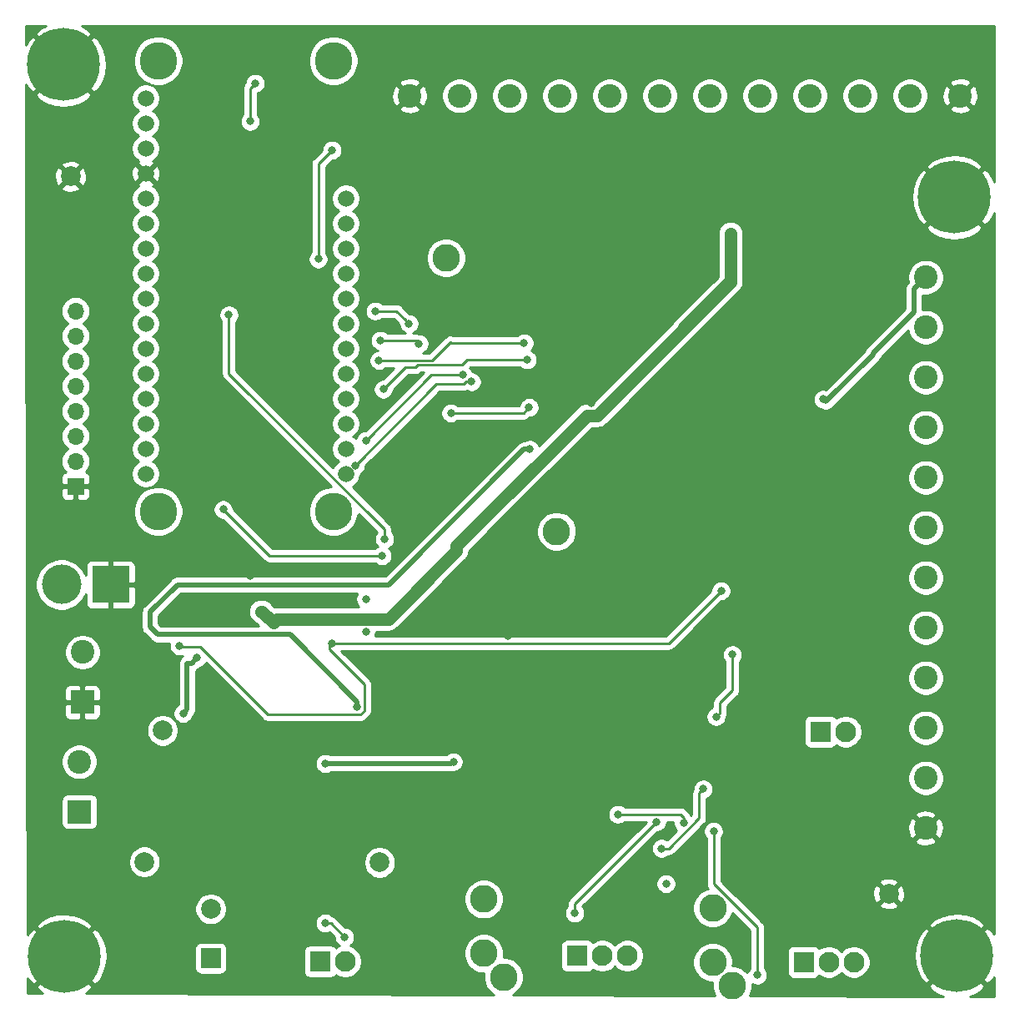
<source format=gbl>
%TF.GenerationSoftware,KiCad,Pcbnew,(5.1.4)-1*%
%TF.CreationDate,2023-07-02T11:44:51-04:00*%
%TF.ProjectId,CameraTriggerSensorNodeOnly,43616d65-7261-4547-9269-676765725365,rev?*%
%TF.SameCoordinates,Original*%
%TF.FileFunction,Copper,L2,Bot*%
%TF.FilePolarity,Positive*%
%FSLAX46Y46*%
G04 Gerber Fmt 4.6, Leading zero omitted, Abs format (unit mm)*
G04 Created by KiCad (PCBNEW (5.1.4)-1) date 2023-07-02 11:44:51*
%MOMM*%
%LPD*%
G04 APERTURE LIST*
%ADD10C,2.100000*%
%ADD11R,2.100000X2.100000*%
%ADD12R,2.400000X2.400000*%
%ADD13C,2.400000*%
%ADD14C,2.000000*%
%ADD15R,2.000000X2.000000*%
%ADD16C,2.800000*%
%ADD17C,4.000000*%
%ADD18R,3.800000X3.800000*%
%ADD19O,1.700000X1.700000*%
%ADD20R,1.700000X1.700000*%
%ADD21C,7.400000*%
%ADD22C,1.665000*%
%ADD23C,3.810000*%
%ADD24C,0.800000*%
%ADD25C,0.250000*%
%ADD26C,0.508000*%
%ADD27C,0.249936*%
%ADD28C,1.270000*%
%ADD29C,0.254000*%
G04 APERTURE END LIST*
D10*
X-66167000Y-95186500D03*
D11*
X-68707000Y-95186500D03*
D10*
X-15367000Y-71882000D03*
D11*
X-17907000Y-71882000D03*
D12*
X-93154500Y-80010000D03*
D13*
X-93154500Y-74930000D03*
D12*
X-92837000Y-68897500D03*
D13*
X-92837000Y-63817500D03*
D14*
X-79819500Y-89869000D03*
D15*
X-79819500Y-94869000D03*
D14*
X-84709000Y-71755000D03*
X-86550500Y-85090000D03*
X-10985500Y-88328500D03*
D16*
X-55943500Y-23812500D03*
D14*
X-94043500Y-15557500D03*
D17*
X-94979500Y-56959500D03*
D18*
X-89979500Y-56959500D03*
D10*
X-14541500Y-95250000D03*
X-17081500Y-95250000D03*
D11*
X-19621500Y-95250000D03*
D16*
X-52101500Y-88874000D03*
X-52101500Y-94374000D03*
X-50101500Y-96774000D03*
D13*
X-7239000Y-25781000D03*
X-7239000Y-30861000D03*
X-7239000Y-35941000D03*
X-7239000Y-41021000D03*
X-7239000Y-46101000D03*
X-7239000Y-51181000D03*
X-7239000Y-56261000D03*
X-7239000Y-61341000D03*
X-7239000Y-66421000D03*
X-7239000Y-71501000D03*
X-7239000Y-76581000D03*
X-7239000Y-81661000D03*
X-59626500Y-7366000D03*
X-54546500Y-7366000D03*
X-49466500Y-7366000D03*
X-44386500Y-7366000D03*
X-39306500Y-7366000D03*
X-34226500Y-7366000D03*
X-29146500Y-7366000D03*
X-24066500Y-7366000D03*
X-18986500Y-7366000D03*
X-13906500Y-7366000D03*
X-8826500Y-7366000D03*
X-3746500Y-7366000D03*
D16*
X-44704000Y-51562000D03*
D14*
X-62674500Y-85153500D03*
D19*
X-93535500Y-29210000D03*
X-93535500Y-31750000D03*
X-93535500Y-34290000D03*
X-93535500Y-36830000D03*
X-93535500Y-39370000D03*
X-93535500Y-41910000D03*
X-93535500Y-44450000D03*
D20*
X-93535500Y-46990000D03*
D10*
X-37528500Y-94615000D03*
X-40068500Y-94615000D03*
D11*
X-42608500Y-94615000D03*
D16*
X-28860500Y-89763000D03*
X-28860500Y-95263000D03*
X-26860500Y-97663000D03*
D21*
X-4318000Y-17653000D03*
X-4064000Y-94615000D03*
X-94678500Y-94678500D03*
X-94742000Y-4191000D03*
D22*
X-66103500Y-17780000D03*
X-66103500Y-20320000D03*
X-66103500Y-22860000D03*
X-66103500Y-25400000D03*
X-66103500Y-27940000D03*
X-66103500Y-30480000D03*
X-66103500Y-33020000D03*
X-66103500Y-35560000D03*
X-66103500Y-38100000D03*
X-66103500Y-40640000D03*
X-66103500Y-43180000D03*
X-66103500Y-45720000D03*
X-86423500Y-45720000D03*
X-86423500Y-43180000D03*
X-86423500Y-40640000D03*
X-86423500Y-38100000D03*
X-86423500Y-35560000D03*
X-86423500Y-33020000D03*
X-86423500Y-30480000D03*
X-86423500Y-27940000D03*
X-86423500Y-25400000D03*
X-86423500Y-22860000D03*
X-86423500Y-20320000D03*
X-86423500Y-17780000D03*
X-86423500Y-15240000D03*
X-86423500Y-12700000D03*
X-86423500Y-10160000D03*
X-86423500Y-7620000D03*
D23*
X-85153500Y-3810000D03*
X-67373500Y-3810000D03*
X-85153500Y-49530000D03*
X-67373500Y-49530000D03*
D24*
X-64071500Y-61722000D03*
X-64071500Y-58420000D03*
X-68199000Y-91313000D03*
X-66230500Y-92710000D03*
X-47434500Y-43243500D03*
X-64960500Y-69405500D03*
X-61976000Y-20510500D03*
X-76835000Y-78740000D03*
X-62420500Y-88328500D03*
X-69088000Y-89023500D03*
X-32128500Y-63942000D03*
X-94234000Y-85852000D03*
X-41148000Y-38544500D03*
X-21971000Y-46291500D03*
X-53276500Y-56769000D03*
X-53086000Y-31115000D03*
X-49657000Y-62166500D03*
X-76263500Y-59118500D03*
X-72009000Y-72390000D03*
X-14986000Y-77025500D03*
X-75120500Y-55435500D03*
X-75787250Y-56102250D03*
X-73914000Y-72390000D03*
X-72857500Y-72390000D03*
X-77787500Y-79692500D03*
X-55181500Y-74930000D03*
X-68199000Y-75120500D03*
X-81216500Y-64389000D03*
X-82613500Y-70040500D03*
X-59690000Y-30480000D03*
X-63119000Y-29210000D03*
X-58674000Y-32512000D03*
X-62611000Y-32194500D03*
X-67500500Y-12890500D03*
X-68897500Y-23939500D03*
X-75311000Y-6096000D03*
X-75819000Y-9969500D03*
X-47498000Y-38989000D03*
X-55435500Y-39560500D03*
X-67500500Y-62928500D03*
X-28003500Y-57594500D03*
X-82994500Y-63182500D03*
X-53340000Y-36385500D03*
X-65144001Y-44887501D03*
X-54229000Y-35687000D03*
X-64064501Y-42347501D03*
X-47688500Y-34163000D03*
X-62293500Y-37147500D03*
X-48006000Y-32448500D03*
X-62738000Y-34226500D03*
X-27051000Y-21336000D03*
X-27051000Y-22352000D03*
X-27051000Y-23431500D03*
X-27051000Y-24447500D03*
X-27051000Y-25400000D03*
X-73469500Y-60833000D03*
X-74739500Y-59690000D03*
X-74104500Y-60325000D03*
X-34067750Y-83724750D03*
X-29816790Y-77695790D03*
X-42862500Y-90297000D03*
X-34544000Y-81026000D03*
X-26860500Y-64071500D03*
X-28511500Y-70358000D03*
X-31813500Y-81153000D03*
X-38481000Y-80264000D03*
X-33591500Y-87312500D03*
X-28765500Y-81978500D03*
X-24320500Y-96583500D03*
X-17653000Y-38163500D03*
X-77978000Y-29592398D03*
X-62166500Y-52324000D03*
X-78549500Y-49339500D03*
X-62420500Y-54038500D03*
D25*
X-67627500Y-91313000D02*
X-66230500Y-92710000D01*
X-68199000Y-91313000D02*
X-67627500Y-91313000D01*
D26*
X-85972501Y-61276921D02*
X-85972501Y-59747001D01*
X-85216421Y-62033001D02*
X-85972501Y-61276921D01*
X-71767314Y-62033001D02*
X-85216421Y-62033001D01*
X-64960500Y-69405500D02*
X-64960500Y-68839815D01*
X-64960500Y-68839815D02*
X-71767314Y-62033001D01*
X-83191499Y-56965999D02*
X-61728499Y-56965999D01*
X-85972501Y-59747001D02*
X-83191499Y-56965999D01*
X-48006000Y-43243500D02*
X-47434500Y-43243500D01*
X-61728499Y-56965999D02*
X-48006000Y-43243500D01*
D25*
X-49657000Y-58801000D02*
X-49657000Y-62166500D01*
X-51625500Y-56832500D02*
X-49657000Y-58801000D01*
D26*
X-55372000Y-75120500D02*
X-55181500Y-74930000D01*
X-68199000Y-75120500D02*
X-55372000Y-75120500D01*
X-82200750Y-69627750D02*
X-82613500Y-70040500D01*
X-82200750Y-64928750D02*
X-82200750Y-69627750D01*
X-81756250Y-64928750D02*
X-81216500Y-64389000D01*
X-82200750Y-64928750D02*
X-81756250Y-64928750D01*
D27*
X-60089999Y-30080001D02*
X-59690000Y-30480000D01*
X-60960000Y-29210000D02*
X-60089999Y-30080001D01*
X-63119000Y-29210000D02*
X-60960000Y-29210000D01*
X-58991500Y-32194500D02*
X-58674000Y-32512000D01*
X-62611000Y-32194500D02*
X-58991500Y-32194500D01*
D25*
X-68897500Y-14287500D02*
X-67500500Y-12890500D01*
X-68897500Y-23939500D02*
X-68897500Y-14287500D01*
D27*
X-75819000Y-6604000D02*
X-75311000Y-6096000D01*
X-75819000Y-9969500D02*
X-75819000Y-6604000D01*
D25*
X-48069500Y-39560500D02*
X-47498000Y-38989000D01*
X-55435500Y-39560500D02*
X-48069500Y-39560500D01*
X-33300501Y-62891501D02*
X-67781001Y-62891501D01*
X-28003500Y-57594500D02*
X-33300501Y-62891501D01*
X-64612499Y-70130501D02*
X-74014499Y-70130501D01*
X-64235499Y-69753501D02*
X-64612499Y-70130501D01*
X-64235499Y-67076686D02*
X-64235499Y-69753501D01*
X-67754500Y-62992000D02*
X-67754500Y-63557685D01*
X-67754500Y-63557685D02*
X-64235499Y-67076686D01*
X-74014499Y-70130501D02*
X-80899000Y-63246000D01*
X-80899000Y-63246000D02*
X-82931000Y-63246000D01*
D27*
X-65144001Y-44887501D02*
X-56896000Y-36639500D01*
X-53905685Y-36385500D02*
X-53340000Y-36385500D01*
X-54159685Y-36639500D02*
X-53905685Y-36385500D01*
X-56896000Y-36639500D02*
X-54159685Y-36639500D01*
X-57404000Y-35687000D02*
X-54229000Y-35687000D01*
X-64064501Y-42347501D02*
X-57404000Y-35687000D01*
X-62293500Y-37147500D02*
X-60071000Y-34925000D01*
X-58806446Y-34676446D02*
X-54297946Y-34676446D01*
X-60071000Y-34925000D02*
X-59055000Y-34925000D01*
X-59055000Y-34925000D02*
X-58806446Y-34676446D01*
X-53784500Y-34163000D02*
X-47688500Y-34163000D01*
X-54297946Y-34676446D02*
X-53784500Y-34163000D01*
X-62738000Y-34226500D02*
X-57340500Y-34226500D01*
X-57340500Y-34226500D02*
X-55499000Y-32385000D01*
X-55435500Y-32448500D02*
X-48006000Y-32448500D01*
X-55499000Y-32385000D02*
X-55435500Y-32448500D01*
D26*
X-61664578Y-60325000D02*
X-72199500Y-60325000D01*
X-27051000Y-21336000D02*
X-27051000Y-25711422D01*
D28*
X-74612500Y-59690000D02*
X-73469500Y-60833000D01*
X-74739500Y-59690000D02*
X-74612500Y-59690000D01*
X-61772579Y-60433001D02*
X-54898789Y-53559211D01*
X-73069501Y-60433001D02*
X-61772579Y-60433001D01*
X-73469500Y-60833000D02*
X-73069501Y-60433001D01*
D26*
X-54898789Y-53559211D02*
X-61664578Y-60325000D01*
D28*
X-40555199Y-39779501D02*
X-32134039Y-31358341D01*
X-41621001Y-39779501D02*
X-40555199Y-39779501D01*
X-54898789Y-53057289D02*
X-41621001Y-39779501D01*
X-54898789Y-53559211D02*
X-54898789Y-53057289D01*
D26*
X-27051000Y-25711422D02*
X-32134039Y-30794461D01*
D28*
X-27051000Y-26275302D02*
X-32134039Y-31358341D01*
X-27051000Y-21336000D02*
X-27051000Y-26275302D01*
D25*
X-33312248Y-83724750D02*
X-30226000Y-80638502D01*
X-34067750Y-83724750D02*
X-33312248Y-83724750D01*
X-30226000Y-78105000D02*
X-29816790Y-77695790D01*
X-30226000Y-80638502D02*
X-30226000Y-78105000D01*
X-42862500Y-89344500D02*
X-34544000Y-81026000D01*
X-42862500Y-90297000D02*
X-42862500Y-89344500D01*
D27*
X-26860500Y-67691000D02*
X-26860500Y-64071500D01*
D25*
X-28111501Y-68942001D02*
X-27432000Y-68262500D01*
X-28111501Y-69958001D02*
X-28111501Y-68942001D01*
X-28511500Y-70358000D02*
X-28111501Y-69958001D01*
D27*
X-27559000Y-68389500D02*
X-27432000Y-68262500D01*
X-27432000Y-68262500D02*
X-26860500Y-67691000D01*
D25*
X-37915315Y-80264000D02*
X-38481000Y-80264000D01*
X-32136815Y-80264000D02*
X-37915315Y-80264000D01*
X-31813500Y-80587315D02*
X-32136815Y-80264000D01*
X-31813500Y-81153000D02*
X-31813500Y-80587315D01*
X-24320500Y-96017815D02*
X-24320500Y-96583500D01*
X-24320500Y-91749998D02*
X-24320500Y-96017815D01*
X-28765500Y-87304998D02*
X-24320500Y-91749998D01*
X-28765500Y-81978500D02*
X-28765500Y-87304998D01*
D26*
X-8438999Y-29315776D02*
X-12587723Y-33464500D01*
X-7239000Y-25781000D02*
X-8438999Y-26980999D01*
X-8438999Y-26980999D02*
X-8438999Y-29315776D01*
X-12587723Y-33464500D02*
X-12587723Y-33655000D01*
X-17399000Y-38417500D02*
X-17653000Y-38163500D01*
X-17350223Y-38417500D02*
X-17399000Y-38417500D01*
X-12587723Y-33655000D02*
X-17350223Y-38417500D01*
D25*
X-77978000Y-30158083D02*
X-77978000Y-29592398D01*
X-77978000Y-35558602D02*
X-77978000Y-30158083D01*
X-62166500Y-51370102D02*
X-77978000Y-35558602D01*
X-62166500Y-52324000D02*
X-62166500Y-51370102D01*
X-73850500Y-54038500D02*
X-78676500Y-49212500D01*
X-62420500Y-54038500D02*
X-73850500Y-54038500D01*
X-78676500Y-49212500D02*
X-78549500Y-49339500D01*
D29*
G36*
X-97125308Y-544859D02*
G01*
X-97198544Y-593792D01*
X-97618725Y-1134670D01*
X-94742000Y-4011395D01*
X-91865275Y-1134670D01*
X-92285456Y-593792D01*
X-92905989Y-254000D01*
X-254082Y-254000D01*
X-264253Y-16070273D01*
X-276958Y-16026814D01*
X-671859Y-15269692D01*
X-720792Y-15196456D01*
X-1261670Y-14776275D01*
X-4138395Y-17653000D01*
X-1261670Y-20529725D01*
X-720792Y-20109544D01*
X-310664Y-19360562D01*
X-266278Y-19219396D01*
X-313360Y-92432042D01*
X-417859Y-92231692D01*
X-466792Y-92158456D01*
X-1007670Y-91738275D01*
X-3884395Y-94615000D01*
X-1007670Y-97491725D01*
X-466792Y-97071544D01*
X-316167Y-96796470D01*
X-317418Y-98742090D01*
X-2705785Y-98734381D01*
X-2437814Y-98656042D01*
X-1680692Y-98261141D01*
X-1607456Y-98212208D01*
X-1187275Y-97671330D01*
X-4064000Y-94794605D01*
X-6940725Y-97671330D01*
X-6520544Y-98212208D01*
X-5771562Y-98622336D01*
X-5443314Y-98725544D01*
X-25080642Y-98662157D01*
X-25057107Y-98626934D01*
X-24903704Y-98256587D01*
X-24825500Y-97863430D01*
X-24825500Y-97490853D01*
X-24810756Y-97500705D01*
X-24622398Y-97578726D01*
X-24422439Y-97618500D01*
X-24218561Y-97618500D01*
X-24018602Y-97578726D01*
X-23830244Y-97500705D01*
X-23660726Y-97387437D01*
X-23516563Y-97243274D01*
X-23403295Y-97073756D01*
X-23325274Y-96885398D01*
X-23285500Y-96685439D01*
X-23285500Y-96481561D01*
X-23325274Y-96281602D01*
X-23403295Y-96093244D01*
X-23516563Y-95923726D01*
X-23560500Y-95879789D01*
X-23560500Y-94200000D01*
X-21309572Y-94200000D01*
X-21309572Y-96300000D01*
X-21297312Y-96424482D01*
X-21261002Y-96544180D01*
X-21202037Y-96654494D01*
X-21122685Y-96751185D01*
X-21025994Y-96830537D01*
X-20915680Y-96889502D01*
X-20795982Y-96925812D01*
X-20671500Y-96938072D01*
X-18571500Y-96938072D01*
X-18447018Y-96925812D01*
X-18327320Y-96889502D01*
X-18217006Y-96830537D01*
X-18120315Y-96751185D01*
X-18040963Y-96654494D01*
X-18033458Y-96640454D01*
X-17879647Y-96743228D01*
X-17572996Y-96870246D01*
X-17247458Y-96935000D01*
X-16915542Y-96935000D01*
X-16590004Y-96870246D01*
X-16283353Y-96743228D01*
X-16007375Y-96558825D01*
X-15811500Y-96362950D01*
X-15615625Y-96558825D01*
X-15339647Y-96743228D01*
X-15032996Y-96870246D01*
X-14707458Y-96935000D01*
X-14375542Y-96935000D01*
X-14050004Y-96870246D01*
X-13743353Y-96743228D01*
X-13467375Y-96558825D01*
X-13232675Y-96324125D01*
X-13048272Y-96048147D01*
X-12921254Y-95741496D01*
X-12856500Y-95415958D01*
X-12856500Y-95084042D01*
X-12921254Y-94758504D01*
X-12998936Y-94570960D01*
X-8419751Y-94570960D01*
X-8344648Y-95421571D01*
X-8105042Y-96241186D01*
X-7710141Y-96998308D01*
X-7661208Y-97071544D01*
X-7120330Y-97491725D01*
X-4243605Y-94615000D01*
X-7120330Y-91738275D01*
X-7661208Y-92158456D01*
X-8071336Y-92907438D01*
X-8327465Y-93722042D01*
X-8419751Y-94570960D01*
X-12998936Y-94570960D01*
X-13048272Y-94451853D01*
X-13232675Y-94175875D01*
X-13467375Y-93941175D01*
X-13743353Y-93756772D01*
X-14050004Y-93629754D01*
X-14375542Y-93565000D01*
X-14707458Y-93565000D01*
X-15032996Y-93629754D01*
X-15339647Y-93756772D01*
X-15615625Y-93941175D01*
X-15811500Y-94137050D01*
X-16007375Y-93941175D01*
X-16283353Y-93756772D01*
X-16590004Y-93629754D01*
X-16915542Y-93565000D01*
X-17247458Y-93565000D01*
X-17572996Y-93629754D01*
X-17879647Y-93756772D01*
X-18033458Y-93859546D01*
X-18040963Y-93845506D01*
X-18120315Y-93748815D01*
X-18217006Y-93669463D01*
X-18327320Y-93610498D01*
X-18447018Y-93574188D01*
X-18571500Y-93561928D01*
X-20671500Y-93561928D01*
X-20795982Y-93574188D01*
X-20915680Y-93610498D01*
X-21025994Y-93669463D01*
X-21122685Y-93748815D01*
X-21202037Y-93845506D01*
X-21261002Y-93955820D01*
X-21297312Y-94075518D01*
X-21309572Y-94200000D01*
X-23560500Y-94200000D01*
X-23560500Y-91787320D01*
X-23556824Y-91749997D01*
X-23560500Y-91712674D01*
X-23560500Y-91712665D01*
X-23571497Y-91601012D01*
X-23584341Y-91558670D01*
X-6940725Y-91558670D01*
X-4064000Y-94435395D01*
X-1187275Y-91558670D01*
X-1607456Y-91017792D01*
X-2356438Y-90607664D01*
X-3171042Y-90351535D01*
X-4019960Y-90259249D01*
X-4870571Y-90334352D01*
X-5690186Y-90573958D01*
X-6447308Y-90968859D01*
X-6520544Y-91017792D01*
X-6940725Y-91558670D01*
X-23584341Y-91558670D01*
X-23614954Y-91457751D01*
X-23685526Y-91325722D01*
X-23780499Y-91209997D01*
X-23809496Y-91186200D01*
X-25531783Y-89463913D01*
X-11941308Y-89463913D01*
X-11845544Y-89728314D01*
X-11555929Y-89869204D01*
X-11244392Y-89950884D01*
X-10922905Y-89970218D01*
X-10603825Y-89926461D01*
X-10299412Y-89821295D01*
X-10125456Y-89728314D01*
X-10029692Y-89463913D01*
X-10985500Y-88508105D01*
X-11941308Y-89463913D01*
X-25531783Y-89463913D01*
X-26604601Y-88391095D01*
X-12627218Y-88391095D01*
X-12583461Y-88710175D01*
X-12478295Y-89014588D01*
X-12385314Y-89188544D01*
X-12120913Y-89284308D01*
X-11165105Y-88328500D01*
X-10805895Y-88328500D01*
X-9850087Y-89284308D01*
X-9585686Y-89188544D01*
X-9444796Y-88898929D01*
X-9363116Y-88587392D01*
X-9343782Y-88265905D01*
X-9387539Y-87946825D01*
X-9492705Y-87642412D01*
X-9585686Y-87468456D01*
X-9850087Y-87372692D01*
X-10805895Y-88328500D01*
X-11165105Y-88328500D01*
X-12120913Y-87372692D01*
X-12385314Y-87468456D01*
X-12526204Y-87758071D01*
X-12607884Y-88069608D01*
X-12627218Y-88391095D01*
X-26604601Y-88391095D01*
X-27802609Y-87193087D01*
X-11941308Y-87193087D01*
X-10985500Y-88148895D01*
X-10029692Y-87193087D01*
X-10125456Y-86928686D01*
X-10415071Y-86787796D01*
X-10726608Y-86706116D01*
X-11048095Y-86686782D01*
X-11367175Y-86730539D01*
X-11671588Y-86835705D01*
X-11845544Y-86928686D01*
X-11941308Y-87193087D01*
X-27802609Y-87193087D01*
X-28005500Y-86990197D01*
X-28005500Y-82938980D01*
X-8337374Y-82938980D01*
X-8217486Y-83223836D01*
X-7893790Y-83384699D01*
X-7544931Y-83479322D01*
X-7184316Y-83504067D01*
X-6825802Y-83457985D01*
X-6483167Y-83342846D01*
X-6260514Y-83223836D01*
X-6140626Y-82938980D01*
X-7239000Y-81840605D01*
X-8337374Y-82938980D01*
X-28005500Y-82938980D01*
X-28005500Y-82682211D01*
X-27961563Y-82638274D01*
X-27848295Y-82468756D01*
X-27770274Y-82280398D01*
X-27730500Y-82080439D01*
X-27730500Y-81876561D01*
X-27762500Y-81715684D01*
X-9082067Y-81715684D01*
X-9035985Y-82074198D01*
X-8920846Y-82416833D01*
X-8801836Y-82639486D01*
X-8516980Y-82759374D01*
X-7418605Y-81661000D01*
X-7059395Y-81661000D01*
X-5961020Y-82759374D01*
X-5676164Y-82639486D01*
X-5515301Y-82315790D01*
X-5420678Y-81966931D01*
X-5395933Y-81606316D01*
X-5442015Y-81247802D01*
X-5557154Y-80905167D01*
X-5676164Y-80682514D01*
X-5961020Y-80562626D01*
X-7059395Y-81661000D01*
X-7418605Y-81661000D01*
X-8516980Y-80562626D01*
X-8801836Y-80682514D01*
X-8962699Y-81006210D01*
X-9057322Y-81355069D01*
X-9082067Y-81715684D01*
X-27762500Y-81715684D01*
X-27770274Y-81676602D01*
X-27848295Y-81488244D01*
X-27961563Y-81318726D01*
X-28105726Y-81174563D01*
X-28275244Y-81061295D01*
X-28463602Y-80983274D01*
X-28663561Y-80943500D01*
X-28867439Y-80943500D01*
X-29067398Y-80983274D01*
X-29255756Y-81061295D01*
X-29425274Y-81174563D01*
X-29569437Y-81318726D01*
X-29682705Y-81488244D01*
X-29760726Y-81676602D01*
X-29800500Y-81876561D01*
X-29800500Y-82080439D01*
X-29760726Y-82280398D01*
X-29682705Y-82468756D01*
X-29569437Y-82638274D01*
X-29525500Y-82682211D01*
X-29525499Y-87267666D01*
X-29529176Y-87304998D01*
X-29514502Y-87453983D01*
X-29471046Y-87597244D01*
X-29400474Y-87729274D01*
X-29353723Y-87786240D01*
X-29454087Y-87806204D01*
X-29824434Y-87959607D01*
X-30157737Y-88182313D01*
X-30441187Y-88465763D01*
X-30663893Y-88799066D01*
X-30817296Y-89169413D01*
X-30895500Y-89562570D01*
X-30895500Y-89963430D01*
X-30817296Y-90356587D01*
X-30663893Y-90726934D01*
X-30441187Y-91060237D01*
X-30157737Y-91343687D01*
X-29824434Y-91566393D01*
X-29454087Y-91719796D01*
X-29060930Y-91798000D01*
X-28660070Y-91798000D01*
X-28266913Y-91719796D01*
X-27896566Y-91566393D01*
X-27563263Y-91343687D01*
X-27279813Y-91060237D01*
X-27057107Y-90726934D01*
X-26903704Y-90356587D01*
X-26884626Y-90260674D01*
X-25080500Y-92064800D01*
X-25080499Y-95879788D01*
X-25124437Y-95923726D01*
X-25237705Y-96093244D01*
X-25315726Y-96281602D01*
X-25323731Y-96321845D01*
X-25563263Y-96082313D01*
X-25896566Y-95859607D01*
X-26266913Y-95706204D01*
X-26660070Y-95628000D01*
X-26858235Y-95628000D01*
X-26825500Y-95463430D01*
X-26825500Y-95062570D01*
X-26903704Y-94669413D01*
X-27057107Y-94299066D01*
X-27279813Y-93965763D01*
X-27563263Y-93682313D01*
X-27896566Y-93459607D01*
X-28266913Y-93306204D01*
X-28660070Y-93228000D01*
X-29060930Y-93228000D01*
X-29454087Y-93306204D01*
X-29824434Y-93459607D01*
X-30157737Y-93682313D01*
X-30441187Y-93965763D01*
X-30663893Y-94299066D01*
X-30817296Y-94669413D01*
X-30895500Y-95062570D01*
X-30895500Y-95463430D01*
X-30817296Y-95856587D01*
X-30663893Y-96226934D01*
X-30441187Y-96560237D01*
X-30157737Y-96843687D01*
X-29824434Y-97066393D01*
X-29454087Y-97219796D01*
X-29060930Y-97298000D01*
X-28862765Y-97298000D01*
X-28895500Y-97462570D01*
X-28895500Y-97863430D01*
X-28817296Y-98256587D01*
X-28663893Y-98626934D01*
X-28648052Y-98650642D01*
X-49154601Y-98584449D01*
X-49137566Y-98577393D01*
X-48804263Y-98354687D01*
X-48520813Y-98071237D01*
X-48298107Y-97737934D01*
X-48144704Y-97367587D01*
X-48066500Y-96974430D01*
X-48066500Y-96573570D01*
X-48144704Y-96180413D01*
X-48298107Y-95810066D01*
X-48520813Y-95476763D01*
X-48804263Y-95193313D01*
X-49137566Y-94970607D01*
X-49507913Y-94817204D01*
X-49901070Y-94739000D01*
X-50099235Y-94739000D01*
X-50066500Y-94574430D01*
X-50066500Y-94173570D01*
X-50144704Y-93780413D01*
X-50233931Y-93565000D01*
X-44296572Y-93565000D01*
X-44296572Y-95665000D01*
X-44284312Y-95789482D01*
X-44248002Y-95909180D01*
X-44189037Y-96019494D01*
X-44109685Y-96116185D01*
X-44012994Y-96195537D01*
X-43902680Y-96254502D01*
X-43782982Y-96290812D01*
X-43658500Y-96303072D01*
X-41558500Y-96303072D01*
X-41434018Y-96290812D01*
X-41314320Y-96254502D01*
X-41204006Y-96195537D01*
X-41107315Y-96116185D01*
X-41027963Y-96019494D01*
X-41020458Y-96005454D01*
X-40866647Y-96108228D01*
X-40559996Y-96235246D01*
X-40234458Y-96300000D01*
X-39902542Y-96300000D01*
X-39577004Y-96235246D01*
X-39270353Y-96108228D01*
X-38994375Y-95923825D01*
X-38798500Y-95727950D01*
X-38602625Y-95923825D01*
X-38326647Y-96108228D01*
X-38019996Y-96235246D01*
X-37694458Y-96300000D01*
X-37362542Y-96300000D01*
X-37037004Y-96235246D01*
X-36730353Y-96108228D01*
X-36454375Y-95923825D01*
X-36219675Y-95689125D01*
X-36035272Y-95413147D01*
X-35908254Y-95106496D01*
X-35843500Y-94780958D01*
X-35843500Y-94449042D01*
X-35908254Y-94123504D01*
X-36035272Y-93816853D01*
X-36219675Y-93540875D01*
X-36454375Y-93306175D01*
X-36730353Y-93121772D01*
X-37037004Y-92994754D01*
X-37362542Y-92930000D01*
X-37694458Y-92930000D01*
X-38019996Y-92994754D01*
X-38326647Y-93121772D01*
X-38602625Y-93306175D01*
X-38798500Y-93502050D01*
X-38994375Y-93306175D01*
X-39270353Y-93121772D01*
X-39577004Y-92994754D01*
X-39902542Y-92930000D01*
X-40234458Y-92930000D01*
X-40559996Y-92994754D01*
X-40866647Y-93121772D01*
X-41020458Y-93224546D01*
X-41027963Y-93210506D01*
X-41107315Y-93113815D01*
X-41204006Y-93034463D01*
X-41314320Y-92975498D01*
X-41434018Y-92939188D01*
X-41558500Y-92926928D01*
X-43658500Y-92926928D01*
X-43782982Y-92939188D01*
X-43902680Y-92975498D01*
X-44012994Y-93034463D01*
X-44109685Y-93113815D01*
X-44189037Y-93210506D01*
X-44248002Y-93320820D01*
X-44284312Y-93440518D01*
X-44296572Y-93565000D01*
X-50233931Y-93565000D01*
X-50298107Y-93410066D01*
X-50520813Y-93076763D01*
X-50804263Y-92793313D01*
X-51137566Y-92570607D01*
X-51507913Y-92417204D01*
X-51901070Y-92339000D01*
X-52301930Y-92339000D01*
X-52695087Y-92417204D01*
X-53065434Y-92570607D01*
X-53398737Y-92793313D01*
X-53682187Y-93076763D01*
X-53904893Y-93410066D01*
X-54058296Y-93780413D01*
X-54136500Y-94173570D01*
X-54136500Y-94574430D01*
X-54058296Y-94967587D01*
X-53904893Y-95337934D01*
X-53682187Y-95671237D01*
X-53398737Y-95954687D01*
X-53065434Y-96177393D01*
X-52695087Y-96330796D01*
X-52301930Y-96409000D01*
X-52103765Y-96409000D01*
X-52136500Y-96573570D01*
X-52136500Y-96974430D01*
X-52058296Y-97367587D01*
X-51904893Y-97737934D01*
X-51682187Y-98071237D01*
X-51398737Y-98354687D01*
X-51065434Y-98577393D01*
X-51063273Y-98578288D01*
X-92524904Y-98444455D01*
X-92295192Y-98324641D01*
X-92221956Y-98275708D01*
X-91801775Y-97734830D01*
X-94678500Y-94858105D01*
X-97555225Y-97734830D01*
X-97135044Y-98275708D01*
X-96852386Y-98430486D01*
X-98425245Y-98425409D01*
X-98428269Y-96863128D01*
X-98324641Y-97061808D01*
X-98275708Y-97135044D01*
X-97734830Y-97555225D01*
X-94858105Y-94678500D01*
X-94498895Y-94678500D01*
X-91622170Y-97555225D01*
X-91081292Y-97135044D01*
X-90671164Y-96386062D01*
X-90415035Y-95571458D01*
X-90322749Y-94722540D01*
X-90397852Y-93871929D01*
X-90398708Y-93869000D01*
X-81457572Y-93869000D01*
X-81457572Y-95869000D01*
X-81445312Y-95993482D01*
X-81409002Y-96113180D01*
X-81350037Y-96223494D01*
X-81270685Y-96320185D01*
X-81173994Y-96399537D01*
X-81063680Y-96458502D01*
X-80943982Y-96494812D01*
X-80819500Y-96507072D01*
X-78819500Y-96507072D01*
X-78695018Y-96494812D01*
X-78575320Y-96458502D01*
X-78465006Y-96399537D01*
X-78368315Y-96320185D01*
X-78288963Y-96223494D01*
X-78229998Y-96113180D01*
X-78193688Y-95993482D01*
X-78181428Y-95869000D01*
X-78181428Y-94136500D01*
X-70395072Y-94136500D01*
X-70395072Y-96236500D01*
X-70382812Y-96360982D01*
X-70346502Y-96480680D01*
X-70287537Y-96590994D01*
X-70208185Y-96687685D01*
X-70111494Y-96767037D01*
X-70001180Y-96826002D01*
X-69881482Y-96862312D01*
X-69757000Y-96874572D01*
X-67657000Y-96874572D01*
X-67532518Y-96862312D01*
X-67412820Y-96826002D01*
X-67302506Y-96767037D01*
X-67205815Y-96687685D01*
X-67126463Y-96590994D01*
X-67118958Y-96576954D01*
X-66965147Y-96679728D01*
X-66658496Y-96806746D01*
X-66332958Y-96871500D01*
X-66001042Y-96871500D01*
X-65675504Y-96806746D01*
X-65368853Y-96679728D01*
X-65092875Y-96495325D01*
X-64858175Y-96260625D01*
X-64673772Y-95984647D01*
X-64546754Y-95677996D01*
X-64482000Y-95352458D01*
X-64482000Y-95020542D01*
X-64546754Y-94695004D01*
X-64673772Y-94388353D01*
X-64858175Y-94112375D01*
X-65092875Y-93877675D01*
X-65368853Y-93693272D01*
X-65659158Y-93573025D01*
X-65570726Y-93513937D01*
X-65426563Y-93369774D01*
X-65313295Y-93200256D01*
X-65235274Y-93011898D01*
X-65195500Y-92811939D01*
X-65195500Y-92608061D01*
X-65235274Y-92408102D01*
X-65313295Y-92219744D01*
X-65426563Y-92050226D01*
X-65570726Y-91906063D01*
X-65740244Y-91792795D01*
X-65928602Y-91714774D01*
X-66128561Y-91675000D01*
X-66190698Y-91675000D01*
X-67063696Y-90802003D01*
X-67087499Y-90772999D01*
X-67203224Y-90678026D01*
X-67335253Y-90607454D01*
X-67478514Y-90563997D01*
X-67484923Y-90563366D01*
X-67539226Y-90509063D01*
X-67708744Y-90395795D01*
X-67897102Y-90317774D01*
X-68097061Y-90278000D01*
X-68300939Y-90278000D01*
X-68500898Y-90317774D01*
X-68689256Y-90395795D01*
X-68858774Y-90509063D01*
X-69002937Y-90653226D01*
X-69116205Y-90822744D01*
X-69194226Y-91011102D01*
X-69234000Y-91211061D01*
X-69234000Y-91414939D01*
X-69194226Y-91614898D01*
X-69116205Y-91803256D01*
X-69002937Y-91972774D01*
X-68858774Y-92116937D01*
X-68689256Y-92230205D01*
X-68500898Y-92308226D01*
X-68300939Y-92348000D01*
X-68097061Y-92348000D01*
X-67897102Y-92308226D01*
X-67762733Y-92252568D01*
X-67265500Y-92749802D01*
X-67265500Y-92811939D01*
X-67225726Y-93011898D01*
X-67147705Y-93200256D01*
X-67034437Y-93369774D01*
X-66890274Y-93513937D01*
X-66753242Y-93605499D01*
X-66965147Y-93693272D01*
X-67118958Y-93796046D01*
X-67126463Y-93782006D01*
X-67205815Y-93685315D01*
X-67302506Y-93605963D01*
X-67412820Y-93546998D01*
X-67532518Y-93510688D01*
X-67657000Y-93498428D01*
X-69757000Y-93498428D01*
X-69881482Y-93510688D01*
X-70001180Y-93546998D01*
X-70111494Y-93605963D01*
X-70208185Y-93685315D01*
X-70287537Y-93782006D01*
X-70346502Y-93892320D01*
X-70382812Y-94012018D01*
X-70395072Y-94136500D01*
X-78181428Y-94136500D01*
X-78181428Y-93869000D01*
X-78193688Y-93744518D01*
X-78229998Y-93624820D01*
X-78288963Y-93514506D01*
X-78368315Y-93417815D01*
X-78465006Y-93338463D01*
X-78575320Y-93279498D01*
X-78695018Y-93243188D01*
X-78819500Y-93230928D01*
X-80819500Y-93230928D01*
X-80943982Y-93243188D01*
X-81063680Y-93279498D01*
X-81173994Y-93338463D01*
X-81270685Y-93417815D01*
X-81350037Y-93514506D01*
X-81409002Y-93624820D01*
X-81445312Y-93744518D01*
X-81457572Y-93869000D01*
X-90398708Y-93869000D01*
X-90637458Y-93052314D01*
X-91032359Y-92295192D01*
X-91081292Y-92221956D01*
X-91622170Y-91801775D01*
X-94498895Y-94678500D01*
X-94858105Y-94678500D01*
X-97734830Y-91801775D01*
X-98275708Y-92221956D01*
X-98436683Y-92515930D01*
X-98438412Y-91622170D01*
X-97555225Y-91622170D01*
X-94678500Y-94498895D01*
X-91801775Y-91622170D01*
X-92221956Y-91081292D01*
X-92970938Y-90671164D01*
X-93785542Y-90415035D01*
X-94634460Y-90322749D01*
X-95485071Y-90397852D01*
X-96304686Y-90637458D01*
X-97061808Y-91032359D01*
X-97135044Y-91081292D01*
X-97555225Y-91622170D01*
X-98438412Y-91622170D01*
X-98442116Y-89707967D01*
X-81454500Y-89707967D01*
X-81454500Y-90030033D01*
X-81391668Y-90345912D01*
X-81268418Y-90643463D01*
X-81089487Y-90911252D01*
X-80861752Y-91138987D01*
X-80593963Y-91317918D01*
X-80296412Y-91441168D01*
X-79980533Y-91504000D01*
X-79658467Y-91504000D01*
X-79342588Y-91441168D01*
X-79045037Y-91317918D01*
X-78777248Y-91138987D01*
X-78549513Y-90911252D01*
X-78370582Y-90643463D01*
X-78247332Y-90345912D01*
X-78184500Y-90030033D01*
X-78184500Y-89707967D01*
X-78247332Y-89392088D01*
X-78370582Y-89094537D01*
X-78549513Y-88826748D01*
X-78702691Y-88673570D01*
X-54136500Y-88673570D01*
X-54136500Y-89074430D01*
X-54058296Y-89467587D01*
X-53904893Y-89837934D01*
X-53682187Y-90171237D01*
X-53398737Y-90454687D01*
X-53065434Y-90677393D01*
X-52695087Y-90830796D01*
X-52301930Y-90909000D01*
X-51901070Y-90909000D01*
X-51507913Y-90830796D01*
X-51137566Y-90677393D01*
X-50804263Y-90454687D01*
X-50544637Y-90195061D01*
X-43897500Y-90195061D01*
X-43897500Y-90398939D01*
X-43857726Y-90598898D01*
X-43779705Y-90787256D01*
X-43666437Y-90956774D01*
X-43522274Y-91100937D01*
X-43352756Y-91214205D01*
X-43164398Y-91292226D01*
X-42964439Y-91332000D01*
X-42760561Y-91332000D01*
X-42560602Y-91292226D01*
X-42372244Y-91214205D01*
X-42202726Y-91100937D01*
X-42058563Y-90956774D01*
X-41945295Y-90787256D01*
X-41867274Y-90598898D01*
X-41827500Y-90398939D01*
X-41827500Y-90195061D01*
X-41867274Y-89995102D01*
X-41945295Y-89806744D01*
X-42058563Y-89637226D01*
X-42069494Y-89626295D01*
X-39653760Y-87210561D01*
X-34626500Y-87210561D01*
X-34626500Y-87414439D01*
X-34586726Y-87614398D01*
X-34508705Y-87802756D01*
X-34395437Y-87972274D01*
X-34251274Y-88116437D01*
X-34081756Y-88229705D01*
X-33893398Y-88307726D01*
X-33693439Y-88347500D01*
X-33489561Y-88347500D01*
X-33289602Y-88307726D01*
X-33101244Y-88229705D01*
X-32931726Y-88116437D01*
X-32787563Y-87972274D01*
X-32674295Y-87802756D01*
X-32596274Y-87614398D01*
X-32556500Y-87414439D01*
X-32556500Y-87210561D01*
X-32596274Y-87010602D01*
X-32674295Y-86822244D01*
X-32787563Y-86652726D01*
X-32931726Y-86508563D01*
X-33101244Y-86395295D01*
X-33289602Y-86317274D01*
X-33489561Y-86277500D01*
X-33693439Y-86277500D01*
X-33893398Y-86317274D01*
X-34081756Y-86395295D01*
X-34251274Y-86508563D01*
X-34395437Y-86652726D01*
X-34508705Y-86822244D01*
X-34586726Y-87010602D01*
X-34626500Y-87210561D01*
X-39653760Y-87210561D01*
X-34504198Y-82061000D01*
X-34442061Y-82061000D01*
X-34242102Y-82021226D01*
X-34053744Y-81943205D01*
X-33884226Y-81829937D01*
X-33740063Y-81685774D01*
X-33626795Y-81516256D01*
X-33548774Y-81327898D01*
X-33509000Y-81127939D01*
X-33509000Y-81024000D01*
X-32843117Y-81024000D01*
X-32848500Y-81051061D01*
X-32848500Y-81254939D01*
X-32808726Y-81454898D01*
X-32730705Y-81643256D01*
X-32617437Y-81812774D01*
X-32546255Y-81883956D01*
X-33512963Y-82850663D01*
X-33577494Y-82807545D01*
X-33765852Y-82729524D01*
X-33965811Y-82689750D01*
X-34169689Y-82689750D01*
X-34369648Y-82729524D01*
X-34558006Y-82807545D01*
X-34727524Y-82920813D01*
X-34871687Y-83064976D01*
X-34984955Y-83234494D01*
X-35062976Y-83422852D01*
X-35102750Y-83622811D01*
X-35102750Y-83826689D01*
X-35062976Y-84026648D01*
X-34984955Y-84215006D01*
X-34871687Y-84384524D01*
X-34727524Y-84528687D01*
X-34558006Y-84641955D01*
X-34369648Y-84719976D01*
X-34169689Y-84759750D01*
X-33965811Y-84759750D01*
X-33765852Y-84719976D01*
X-33577494Y-84641955D01*
X-33407976Y-84528687D01*
X-33364039Y-84484750D01*
X-33349570Y-84484750D01*
X-33312248Y-84488426D01*
X-33274926Y-84484750D01*
X-33274915Y-84484750D01*
X-33163262Y-84473753D01*
X-33020001Y-84430296D01*
X-32887972Y-84359724D01*
X-32772247Y-84264751D01*
X-32748444Y-84235747D01*
X-29714996Y-81202300D01*
X-29685999Y-81178503D01*
X-29591026Y-81062778D01*
X-29520454Y-80930749D01*
X-29476997Y-80787488D01*
X-29466000Y-80675835D01*
X-29466000Y-80675827D01*
X-29462324Y-80638502D01*
X-29466000Y-80601177D01*
X-29466000Y-80383020D01*
X-8337374Y-80383020D01*
X-7239000Y-81481395D01*
X-6140626Y-80383020D01*
X-6260514Y-80098164D01*
X-6584210Y-79937301D01*
X-6933069Y-79842678D01*
X-7293684Y-79817933D01*
X-7652198Y-79864015D01*
X-7994833Y-79979154D01*
X-8217486Y-80098164D01*
X-8337374Y-80383020D01*
X-29466000Y-80383020D01*
X-29466000Y-78670764D01*
X-29326534Y-78612995D01*
X-29157016Y-78499727D01*
X-29012853Y-78355564D01*
X-28899585Y-78186046D01*
X-28821564Y-77997688D01*
X-28781790Y-77797729D01*
X-28781790Y-77593851D01*
X-28821564Y-77393892D01*
X-28899585Y-77205534D01*
X-29012853Y-77036016D01*
X-29157016Y-76891853D01*
X-29326534Y-76778585D01*
X-29514892Y-76700564D01*
X-29714851Y-76660790D01*
X-29918729Y-76660790D01*
X-30118688Y-76700564D01*
X-30307046Y-76778585D01*
X-30476564Y-76891853D01*
X-30620727Y-77036016D01*
X-30733995Y-77205534D01*
X-30812016Y-77393892D01*
X-30851790Y-77593851D01*
X-30851790Y-77669533D01*
X-30860974Y-77680724D01*
X-30931546Y-77812754D01*
X-30961820Y-77912558D01*
X-30975002Y-77956014D01*
X-30985999Y-78067667D01*
X-30989676Y-78105000D01*
X-30985999Y-78142332D01*
X-30986000Y-80323700D01*
X-31072906Y-80410606D01*
X-31107954Y-80295068D01*
X-31178526Y-80163039D01*
X-31273499Y-80047314D01*
X-31302498Y-80023515D01*
X-31573012Y-79753002D01*
X-31596814Y-79723999D01*
X-31712539Y-79629026D01*
X-31844568Y-79558454D01*
X-31987829Y-79514997D01*
X-32099482Y-79504000D01*
X-32099493Y-79504000D01*
X-32136815Y-79500324D01*
X-32174137Y-79504000D01*
X-37777289Y-79504000D01*
X-37821226Y-79460063D01*
X-37990744Y-79346795D01*
X-38179102Y-79268774D01*
X-38379061Y-79229000D01*
X-38582939Y-79229000D01*
X-38782898Y-79268774D01*
X-38971256Y-79346795D01*
X-39140774Y-79460063D01*
X-39284937Y-79604226D01*
X-39398205Y-79773744D01*
X-39476226Y-79962102D01*
X-39516000Y-80162061D01*
X-39516000Y-80365939D01*
X-39476226Y-80565898D01*
X-39398205Y-80754256D01*
X-39284937Y-80923774D01*
X-39140774Y-81067937D01*
X-38971256Y-81181205D01*
X-38782898Y-81259226D01*
X-38582939Y-81299000D01*
X-38379061Y-81299000D01*
X-38179102Y-81259226D01*
X-37990744Y-81181205D01*
X-37821226Y-81067937D01*
X-37777289Y-81024000D01*
X-35616802Y-81024000D01*
X-43373502Y-88780701D01*
X-43402500Y-88804499D01*
X-43426298Y-88833497D01*
X-43426299Y-88833498D01*
X-43497474Y-88920224D01*
X-43568046Y-89052254D01*
X-43598320Y-89152058D01*
X-43609387Y-89188544D01*
X-43611502Y-89195515D01*
X-43626176Y-89344500D01*
X-43622499Y-89381832D01*
X-43622499Y-89593288D01*
X-43666437Y-89637226D01*
X-43779705Y-89806744D01*
X-43857726Y-89995102D01*
X-43897500Y-90195061D01*
X-50544637Y-90195061D01*
X-50520813Y-90171237D01*
X-50298107Y-89837934D01*
X-50144704Y-89467587D01*
X-50066500Y-89074430D01*
X-50066500Y-88673570D01*
X-50144704Y-88280413D01*
X-50298107Y-87910066D01*
X-50520813Y-87576763D01*
X-50804263Y-87293313D01*
X-51137566Y-87070607D01*
X-51507913Y-86917204D01*
X-51901070Y-86839000D01*
X-52301930Y-86839000D01*
X-52695087Y-86917204D01*
X-53065434Y-87070607D01*
X-53398737Y-87293313D01*
X-53682187Y-87576763D01*
X-53904893Y-87910066D01*
X-54058296Y-88280413D01*
X-54136500Y-88673570D01*
X-78702691Y-88673570D01*
X-78777248Y-88599013D01*
X-79045037Y-88420082D01*
X-79342588Y-88296832D01*
X-79658467Y-88234000D01*
X-79980533Y-88234000D01*
X-80296412Y-88296832D01*
X-80593963Y-88420082D01*
X-80861752Y-88599013D01*
X-81089487Y-88826748D01*
X-81268418Y-89094537D01*
X-81391668Y-89392088D01*
X-81454500Y-89707967D01*
X-98442116Y-89707967D01*
X-98451366Y-84928967D01*
X-88185500Y-84928967D01*
X-88185500Y-85251033D01*
X-88122668Y-85566912D01*
X-87999418Y-85864463D01*
X-87820487Y-86132252D01*
X-87592752Y-86359987D01*
X-87324963Y-86538918D01*
X-87027412Y-86662168D01*
X-86711533Y-86725000D01*
X-86389467Y-86725000D01*
X-86073588Y-86662168D01*
X-85776037Y-86538918D01*
X-85508248Y-86359987D01*
X-85280513Y-86132252D01*
X-85101582Y-85864463D01*
X-84978332Y-85566912D01*
X-84915500Y-85251033D01*
X-84915500Y-84992467D01*
X-64309500Y-84992467D01*
X-64309500Y-85314533D01*
X-64246668Y-85630412D01*
X-64123418Y-85927963D01*
X-63944487Y-86195752D01*
X-63716752Y-86423487D01*
X-63448963Y-86602418D01*
X-63151412Y-86725668D01*
X-62835533Y-86788500D01*
X-62513467Y-86788500D01*
X-62197588Y-86725668D01*
X-61900037Y-86602418D01*
X-61632248Y-86423487D01*
X-61404513Y-86195752D01*
X-61225582Y-85927963D01*
X-61102332Y-85630412D01*
X-61039500Y-85314533D01*
X-61039500Y-84992467D01*
X-61102332Y-84676588D01*
X-61225582Y-84379037D01*
X-61404513Y-84111248D01*
X-61632248Y-83883513D01*
X-61900037Y-83704582D01*
X-62197588Y-83581332D01*
X-62513467Y-83518500D01*
X-62835533Y-83518500D01*
X-63151412Y-83581332D01*
X-63448963Y-83704582D01*
X-63716752Y-83883513D01*
X-63944487Y-84111248D01*
X-64123418Y-84379037D01*
X-64246668Y-84676588D01*
X-64309500Y-84992467D01*
X-84915500Y-84992467D01*
X-84915500Y-84928967D01*
X-84978332Y-84613088D01*
X-85101582Y-84315537D01*
X-85280513Y-84047748D01*
X-85508248Y-83820013D01*
X-85776037Y-83641082D01*
X-86073588Y-83517832D01*
X-86389467Y-83455000D01*
X-86711533Y-83455000D01*
X-87027412Y-83517832D01*
X-87324963Y-83641082D01*
X-87592752Y-83820013D01*
X-87820487Y-84047748D01*
X-87999418Y-84315537D01*
X-88122668Y-84613088D01*
X-88185500Y-84928967D01*
X-98451366Y-84928967D01*
X-98463209Y-78810000D01*
X-94992572Y-78810000D01*
X-94992572Y-81210000D01*
X-94980312Y-81334482D01*
X-94944002Y-81454180D01*
X-94885037Y-81564494D01*
X-94805685Y-81661185D01*
X-94708994Y-81740537D01*
X-94598680Y-81799502D01*
X-94478982Y-81835812D01*
X-94354500Y-81848072D01*
X-91954500Y-81848072D01*
X-91830018Y-81835812D01*
X-91710320Y-81799502D01*
X-91600006Y-81740537D01*
X-91503315Y-81661185D01*
X-91423963Y-81564494D01*
X-91364998Y-81454180D01*
X-91328688Y-81334482D01*
X-91316428Y-81210000D01*
X-91316428Y-78810000D01*
X-91328688Y-78685518D01*
X-91364998Y-78565820D01*
X-91423963Y-78455506D01*
X-91503315Y-78358815D01*
X-91600006Y-78279463D01*
X-91710320Y-78220498D01*
X-91830018Y-78184188D01*
X-91954500Y-78171928D01*
X-94354500Y-78171928D01*
X-94478982Y-78184188D01*
X-94598680Y-78220498D01*
X-94708994Y-78279463D01*
X-94805685Y-78358815D01*
X-94885037Y-78455506D01*
X-94944002Y-78565820D01*
X-94980312Y-78685518D01*
X-94992572Y-78810000D01*
X-98463209Y-78810000D01*
X-98471068Y-74749268D01*
X-94989500Y-74749268D01*
X-94989500Y-75110732D01*
X-94918982Y-75465250D01*
X-94780656Y-75799199D01*
X-94579838Y-76099744D01*
X-94324244Y-76355338D01*
X-94023699Y-76556156D01*
X-93689750Y-76694482D01*
X-93335232Y-76765000D01*
X-92973768Y-76765000D01*
X-92619250Y-76694482D01*
X-92285301Y-76556156D01*
X-92051999Y-76400268D01*
X-9074000Y-76400268D01*
X-9074000Y-76761732D01*
X-9003482Y-77116250D01*
X-8865156Y-77450199D01*
X-8664338Y-77750744D01*
X-8408744Y-78006338D01*
X-8108199Y-78207156D01*
X-7774250Y-78345482D01*
X-7419732Y-78416000D01*
X-7058268Y-78416000D01*
X-6703750Y-78345482D01*
X-6369801Y-78207156D01*
X-6069256Y-78006338D01*
X-5813662Y-77750744D01*
X-5612844Y-77450199D01*
X-5474518Y-77116250D01*
X-5404000Y-76761732D01*
X-5404000Y-76400268D01*
X-5474518Y-76045750D01*
X-5612844Y-75711801D01*
X-5813662Y-75411256D01*
X-6069256Y-75155662D01*
X-6369801Y-74954844D01*
X-6703750Y-74816518D01*
X-7058268Y-74746000D01*
X-7419732Y-74746000D01*
X-7774250Y-74816518D01*
X-8108199Y-74954844D01*
X-8408744Y-75155662D01*
X-8664338Y-75411256D01*
X-8865156Y-75711801D01*
X-9003482Y-76045750D01*
X-9074000Y-76400268D01*
X-92051999Y-76400268D01*
X-91984756Y-76355338D01*
X-91729162Y-76099744D01*
X-91528344Y-75799199D01*
X-91390018Y-75465250D01*
X-91319500Y-75110732D01*
X-91319500Y-75018561D01*
X-69234000Y-75018561D01*
X-69234000Y-75222439D01*
X-69194226Y-75422398D01*
X-69116205Y-75610756D01*
X-69002937Y-75780274D01*
X-68858774Y-75924437D01*
X-68689256Y-76037705D01*
X-68500898Y-76115726D01*
X-68300939Y-76155500D01*
X-68097061Y-76155500D01*
X-67897102Y-76115726D01*
X-67708744Y-76037705D01*
X-67666532Y-76009500D01*
X-55415660Y-76009500D01*
X-55372000Y-76013800D01*
X-55328340Y-76009500D01*
X-55328333Y-76009500D01*
X-55197726Y-75996636D01*
X-55093434Y-75965000D01*
X-55079561Y-75965000D01*
X-54879602Y-75925226D01*
X-54691244Y-75847205D01*
X-54521726Y-75733937D01*
X-54377563Y-75589774D01*
X-54264295Y-75420256D01*
X-54186274Y-75231898D01*
X-54146500Y-75031939D01*
X-54146500Y-74828061D01*
X-54186274Y-74628102D01*
X-54264295Y-74439744D01*
X-54377563Y-74270226D01*
X-54521726Y-74126063D01*
X-54691244Y-74012795D01*
X-54879602Y-73934774D01*
X-55079561Y-73895000D01*
X-55283439Y-73895000D01*
X-55483398Y-73934774D01*
X-55671756Y-74012795D01*
X-55841274Y-74126063D01*
X-55946711Y-74231500D01*
X-67666532Y-74231500D01*
X-67708744Y-74203295D01*
X-67897102Y-74125274D01*
X-68097061Y-74085500D01*
X-68300939Y-74085500D01*
X-68500898Y-74125274D01*
X-68689256Y-74203295D01*
X-68858774Y-74316563D01*
X-69002937Y-74460726D01*
X-69116205Y-74630244D01*
X-69194226Y-74818602D01*
X-69234000Y-75018561D01*
X-91319500Y-75018561D01*
X-91319500Y-74749268D01*
X-91390018Y-74394750D01*
X-91528344Y-74060801D01*
X-91729162Y-73760256D01*
X-91984756Y-73504662D01*
X-92285301Y-73303844D01*
X-92619250Y-73165518D01*
X-92973768Y-73095000D01*
X-93335232Y-73095000D01*
X-93689750Y-73165518D01*
X-94023699Y-73303844D01*
X-94324244Y-73504662D01*
X-94579838Y-73760256D01*
X-94780656Y-74060801D01*
X-94918982Y-74394750D01*
X-94989500Y-74749268D01*
X-98471068Y-74749268D01*
X-98477174Y-71593967D01*
X-86344000Y-71593967D01*
X-86344000Y-71916033D01*
X-86281168Y-72231912D01*
X-86157918Y-72529463D01*
X-85978987Y-72797252D01*
X-85751252Y-73024987D01*
X-85483463Y-73203918D01*
X-85185912Y-73327168D01*
X-84870033Y-73390000D01*
X-84547967Y-73390000D01*
X-84232088Y-73327168D01*
X-83934537Y-73203918D01*
X-83666748Y-73024987D01*
X-83439013Y-72797252D01*
X-83260082Y-72529463D01*
X-83136832Y-72231912D01*
X-83074000Y-71916033D01*
X-83074000Y-71593967D01*
X-83136832Y-71278088D01*
X-83260082Y-70980537D01*
X-83439013Y-70712748D01*
X-83666748Y-70485013D01*
X-83934537Y-70306082D01*
X-84232088Y-70182832D01*
X-84547967Y-70120000D01*
X-84870033Y-70120000D01*
X-85185912Y-70182832D01*
X-85483463Y-70306082D01*
X-85751252Y-70485013D01*
X-85978987Y-70712748D01*
X-86157918Y-70980537D01*
X-86281168Y-71278088D01*
X-86344000Y-71593967D01*
X-98477174Y-71593967D01*
X-98480071Y-70097500D01*
X-94675072Y-70097500D01*
X-94662812Y-70221982D01*
X-94626502Y-70341680D01*
X-94567537Y-70451994D01*
X-94488185Y-70548685D01*
X-94391494Y-70628037D01*
X-94281180Y-70687002D01*
X-94161482Y-70723312D01*
X-94037000Y-70735572D01*
X-93122750Y-70732500D01*
X-92964000Y-70573750D01*
X-92964000Y-69024500D01*
X-92710000Y-69024500D01*
X-92710000Y-70573750D01*
X-92551250Y-70732500D01*
X-91637000Y-70735572D01*
X-91512518Y-70723312D01*
X-91392820Y-70687002D01*
X-91282506Y-70628037D01*
X-91185815Y-70548685D01*
X-91106463Y-70451994D01*
X-91047498Y-70341680D01*
X-91011188Y-70221982D01*
X-90998928Y-70097500D01*
X-91002000Y-69183250D01*
X-91160750Y-69024500D01*
X-92710000Y-69024500D01*
X-92964000Y-69024500D01*
X-94513250Y-69024500D01*
X-94672000Y-69183250D01*
X-94675072Y-70097500D01*
X-98480071Y-70097500D01*
X-98484716Y-67697500D01*
X-94675072Y-67697500D01*
X-94672000Y-68611750D01*
X-94513250Y-68770500D01*
X-92964000Y-68770500D01*
X-92964000Y-67221250D01*
X-92710000Y-67221250D01*
X-92710000Y-68770500D01*
X-91160750Y-68770500D01*
X-91002000Y-68611750D01*
X-90998928Y-67697500D01*
X-91011188Y-67573018D01*
X-91047498Y-67453320D01*
X-91106463Y-67343006D01*
X-91185815Y-67246315D01*
X-91282506Y-67166963D01*
X-91392820Y-67107998D01*
X-91512518Y-67071688D01*
X-91637000Y-67059428D01*
X-92551250Y-67062500D01*
X-92710000Y-67221250D01*
X-92964000Y-67221250D01*
X-93122750Y-67062500D01*
X-94037000Y-67059428D01*
X-94161482Y-67071688D01*
X-94281180Y-67107998D01*
X-94391494Y-67166963D01*
X-94488185Y-67246315D01*
X-94567537Y-67343006D01*
X-94626502Y-67453320D01*
X-94662812Y-67573018D01*
X-94675072Y-67697500D01*
X-98484716Y-67697500D01*
X-98492576Y-63636768D01*
X-94672000Y-63636768D01*
X-94672000Y-63998232D01*
X-94601482Y-64352750D01*
X-94463156Y-64686699D01*
X-94262338Y-64987244D01*
X-94006744Y-65242838D01*
X-93706199Y-65443656D01*
X-93372250Y-65581982D01*
X-93017732Y-65652500D01*
X-92656268Y-65652500D01*
X-92301750Y-65581982D01*
X-91967801Y-65443656D01*
X-91667256Y-65242838D01*
X-91411662Y-64987244D01*
X-91210844Y-64686699D01*
X-91072518Y-64352750D01*
X-91002000Y-63998232D01*
X-91002000Y-63636768D01*
X-91072518Y-63282250D01*
X-91210844Y-62948301D01*
X-91411662Y-62647756D01*
X-91667256Y-62392162D01*
X-91967801Y-62191344D01*
X-92301750Y-62053018D01*
X-92656268Y-61982500D01*
X-93017732Y-61982500D01*
X-93372250Y-62053018D01*
X-93706199Y-62191344D01*
X-94006744Y-62392162D01*
X-94262338Y-62647756D01*
X-94463156Y-62948301D01*
X-94601482Y-63282250D01*
X-94672000Y-63636768D01*
X-98492576Y-63636768D01*
X-98500105Y-59747001D01*
X-86865801Y-59747001D01*
X-86861500Y-59790670D01*
X-86861501Y-61233261D01*
X-86865801Y-61276921D01*
X-86861501Y-61320581D01*
X-86861501Y-61320587D01*
X-86856128Y-61375135D01*
X-86848637Y-61451195D01*
X-86835629Y-61494076D01*
X-86799856Y-61612004D01*
X-86797803Y-61618773D01*
X-86788094Y-61636937D01*
X-86715254Y-61773211D01*
X-86604160Y-61908580D01*
X-86570238Y-61936420D01*
X-85875917Y-62630741D01*
X-85848080Y-62664660D01*
X-85814163Y-62692495D01*
X-85814162Y-62692496D01*
X-85784028Y-62717226D01*
X-85712712Y-62775754D01*
X-85558272Y-62858304D01*
X-85448834Y-62891501D01*
X-85390696Y-62909137D01*
X-85216421Y-62926302D01*
X-85172753Y-62922001D01*
X-83997961Y-62922001D01*
X-84029500Y-63080561D01*
X-84029500Y-63284439D01*
X-83989726Y-63484398D01*
X-83911705Y-63672756D01*
X-83798437Y-63842274D01*
X-83654274Y-63986437D01*
X-83484756Y-64099705D01*
X-83296398Y-64177726D01*
X-83096439Y-64217500D01*
X-82892561Y-64217500D01*
X-82692602Y-64177726D01*
X-82643570Y-64157416D01*
X-82697041Y-64185997D01*
X-82832409Y-64297091D01*
X-82943503Y-64432459D01*
X-83026053Y-64586899D01*
X-83076886Y-64754476D01*
X-83094051Y-64928750D01*
X-83089750Y-64972418D01*
X-83089749Y-69117493D01*
X-83103756Y-69123295D01*
X-83273274Y-69236563D01*
X-83417437Y-69380726D01*
X-83530705Y-69550244D01*
X-83608726Y-69738602D01*
X-83648500Y-69938561D01*
X-83648500Y-70142439D01*
X-83608726Y-70342398D01*
X-83530705Y-70530756D01*
X-83417437Y-70700274D01*
X-83273274Y-70844437D01*
X-83103756Y-70957705D01*
X-82915398Y-71035726D01*
X-82715439Y-71075500D01*
X-82511561Y-71075500D01*
X-82311602Y-71035726D01*
X-82123244Y-70957705D01*
X-81953726Y-70844437D01*
X-81809563Y-70700274D01*
X-81696295Y-70530756D01*
X-81618274Y-70342398D01*
X-81608370Y-70292605D01*
X-81603014Y-70287249D01*
X-81569091Y-70259409D01*
X-81457997Y-70124041D01*
X-81375447Y-69969601D01*
X-81324614Y-69802024D01*
X-81311750Y-69671417D01*
X-81311750Y-69671410D01*
X-81307450Y-69627750D01*
X-81311750Y-69584090D01*
X-81311750Y-65699186D01*
X-81259959Y-65671503D01*
X-81124591Y-65560409D01*
X-81096751Y-65526486D01*
X-80964395Y-65394130D01*
X-80914602Y-65384226D01*
X-80726244Y-65306205D01*
X-80556726Y-65192937D01*
X-80412563Y-65048774D01*
X-80315817Y-64903984D01*
X-74578298Y-70641504D01*
X-74554500Y-70670502D01*
X-74438775Y-70765475D01*
X-74306746Y-70836047D01*
X-74163485Y-70879504D01*
X-74051832Y-70890501D01*
X-74051824Y-70890501D01*
X-74014499Y-70894177D01*
X-73977174Y-70890501D01*
X-64649821Y-70890501D01*
X-64612499Y-70894177D01*
X-64575177Y-70890501D01*
X-64575166Y-70890501D01*
X-64463513Y-70879504D01*
X-64320252Y-70836047D01*
X-64188223Y-70765475D01*
X-64072498Y-70670502D01*
X-64048695Y-70641498D01*
X-63724502Y-70317305D01*
X-63695498Y-70293502D01*
X-63664771Y-70256061D01*
X-29546500Y-70256061D01*
X-29546500Y-70459939D01*
X-29506726Y-70659898D01*
X-29428705Y-70848256D01*
X-29315437Y-71017774D01*
X-29171274Y-71161937D01*
X-29001756Y-71275205D01*
X-28813398Y-71353226D01*
X-28613439Y-71393000D01*
X-28409561Y-71393000D01*
X-28209602Y-71353226D01*
X-28021244Y-71275205D01*
X-27851726Y-71161937D01*
X-27707563Y-71017774D01*
X-27594295Y-70848256D01*
X-27587562Y-70832000D01*
X-19595072Y-70832000D01*
X-19595072Y-72932000D01*
X-19582812Y-73056482D01*
X-19546502Y-73176180D01*
X-19487537Y-73286494D01*
X-19408185Y-73383185D01*
X-19311494Y-73462537D01*
X-19201180Y-73521502D01*
X-19081482Y-73557812D01*
X-18957000Y-73570072D01*
X-16857000Y-73570072D01*
X-16732518Y-73557812D01*
X-16612820Y-73521502D01*
X-16502506Y-73462537D01*
X-16405815Y-73383185D01*
X-16326463Y-73286494D01*
X-16318958Y-73272454D01*
X-16165147Y-73375228D01*
X-15858496Y-73502246D01*
X-15532958Y-73567000D01*
X-15201042Y-73567000D01*
X-14875504Y-73502246D01*
X-14568853Y-73375228D01*
X-14292875Y-73190825D01*
X-14058175Y-72956125D01*
X-13873772Y-72680147D01*
X-13746754Y-72373496D01*
X-13682000Y-72047958D01*
X-13682000Y-71716042D01*
X-13746754Y-71390504D01*
X-13775846Y-71320268D01*
X-9074000Y-71320268D01*
X-9074000Y-71681732D01*
X-9003482Y-72036250D01*
X-8865156Y-72370199D01*
X-8664338Y-72670744D01*
X-8408744Y-72926338D01*
X-8108199Y-73127156D01*
X-7774250Y-73265482D01*
X-7419732Y-73336000D01*
X-7058268Y-73336000D01*
X-6703750Y-73265482D01*
X-6369801Y-73127156D01*
X-6069256Y-72926338D01*
X-5813662Y-72670744D01*
X-5612844Y-72370199D01*
X-5474518Y-72036250D01*
X-5404000Y-71681732D01*
X-5404000Y-71320268D01*
X-5474518Y-70965750D01*
X-5612844Y-70631801D01*
X-5813662Y-70331256D01*
X-6069256Y-70075662D01*
X-6369801Y-69874844D01*
X-6703750Y-69736518D01*
X-7058268Y-69666000D01*
X-7419732Y-69666000D01*
X-7774250Y-69736518D01*
X-8108199Y-69874844D01*
X-8408744Y-70075662D01*
X-8664338Y-70331256D01*
X-8865156Y-70631801D01*
X-9003482Y-70965750D01*
X-9074000Y-71320268D01*
X-13775846Y-71320268D01*
X-13873772Y-71083853D01*
X-14058175Y-70807875D01*
X-14292875Y-70573175D01*
X-14568853Y-70388772D01*
X-14875504Y-70261754D01*
X-15201042Y-70197000D01*
X-15532958Y-70197000D01*
X-15858496Y-70261754D01*
X-16165147Y-70388772D01*
X-16318958Y-70491546D01*
X-16326463Y-70477506D01*
X-16405815Y-70380815D01*
X-16502506Y-70301463D01*
X-16612820Y-70242498D01*
X-16732518Y-70206188D01*
X-16857000Y-70193928D01*
X-18957000Y-70193928D01*
X-19081482Y-70206188D01*
X-19201180Y-70242498D01*
X-19311494Y-70301463D01*
X-19408185Y-70380815D01*
X-19487537Y-70477506D01*
X-19546502Y-70587820D01*
X-19582812Y-70707518D01*
X-19595072Y-70832000D01*
X-27587562Y-70832000D01*
X-27516274Y-70659898D01*
X-27476500Y-70459939D01*
X-27476500Y-70382226D01*
X-27405955Y-70250248D01*
X-27362498Y-70106987D01*
X-27351501Y-69995334D01*
X-27351501Y-69995324D01*
X-27347825Y-69958002D01*
X-27351501Y-69920679D01*
X-27351501Y-69256802D01*
X-26868201Y-68773503D01*
X-26867991Y-68773247D01*
X-26349523Y-68254780D01*
X-26320521Y-68230979D01*
X-26225552Y-68115258D01*
X-26154984Y-67983234D01*
X-26111528Y-67839980D01*
X-26100532Y-67728334D01*
X-26100532Y-67728332D01*
X-26096855Y-67691001D01*
X-26100532Y-67653669D01*
X-26100532Y-66240268D01*
X-9074000Y-66240268D01*
X-9074000Y-66601732D01*
X-9003482Y-66956250D01*
X-8865156Y-67290199D01*
X-8664338Y-67590744D01*
X-8408744Y-67846338D01*
X-8108199Y-68047156D01*
X-7774250Y-68185482D01*
X-7419732Y-68256000D01*
X-7058268Y-68256000D01*
X-6703750Y-68185482D01*
X-6369801Y-68047156D01*
X-6069256Y-67846338D01*
X-5813662Y-67590744D01*
X-5612844Y-67290199D01*
X-5474518Y-66956250D01*
X-5404000Y-66601732D01*
X-5404000Y-66240268D01*
X-5474518Y-65885750D01*
X-5612844Y-65551801D01*
X-5813662Y-65251256D01*
X-6069256Y-64995662D01*
X-6369801Y-64794844D01*
X-6703750Y-64656518D01*
X-7058268Y-64586000D01*
X-7419732Y-64586000D01*
X-7774250Y-64656518D01*
X-8108199Y-64794844D01*
X-8408744Y-64995662D01*
X-8664338Y-65251256D01*
X-8865156Y-65551801D01*
X-9003482Y-65885750D01*
X-9074000Y-66240268D01*
X-26100532Y-66240268D01*
X-26100532Y-64775243D01*
X-26056563Y-64731274D01*
X-25943295Y-64561756D01*
X-25865274Y-64373398D01*
X-25825500Y-64173439D01*
X-25825500Y-63969561D01*
X-25865274Y-63769602D01*
X-25943295Y-63581244D01*
X-26056563Y-63411726D01*
X-26200726Y-63267563D01*
X-26370244Y-63154295D01*
X-26558602Y-63076274D01*
X-26758561Y-63036500D01*
X-26962439Y-63036500D01*
X-27162398Y-63076274D01*
X-27350756Y-63154295D01*
X-27520274Y-63267563D01*
X-27664437Y-63411726D01*
X-27777705Y-63581244D01*
X-27855726Y-63769602D01*
X-27895500Y-63969561D01*
X-27895500Y-64173439D01*
X-27855726Y-64373398D01*
X-27777705Y-64561756D01*
X-27664437Y-64731274D01*
X-27620467Y-64775244D01*
X-27620468Y-67376211D01*
X-27942747Y-67698491D01*
X-27943003Y-67698701D01*
X-28622503Y-68378202D01*
X-28651501Y-68402000D01*
X-28675299Y-68430998D01*
X-28675300Y-68430999D01*
X-28746475Y-68517725D01*
X-28817047Y-68649755D01*
X-28842738Y-68734450D01*
X-28860503Y-68793015D01*
X-28861432Y-68802448D01*
X-28875177Y-68942001D01*
X-28871500Y-68979333D01*
X-28871500Y-69386841D01*
X-29001756Y-69440795D01*
X-29171274Y-69554063D01*
X-29315437Y-69698226D01*
X-29428705Y-69867744D01*
X-29506726Y-70056102D01*
X-29546500Y-70256061D01*
X-63664771Y-70256061D01*
X-63600525Y-70177777D01*
X-63529953Y-70045748D01*
X-63486496Y-69902487D01*
X-63475499Y-69790834D01*
X-63471822Y-69753501D01*
X-63475499Y-69716168D01*
X-63475499Y-67114009D01*
X-63471823Y-67076686D01*
X-63475499Y-67039363D01*
X-63475499Y-67039353D01*
X-63486496Y-66927700D01*
X-63529953Y-66784439D01*
X-63600524Y-66652411D01*
X-63600525Y-66652409D01*
X-63671700Y-66565683D01*
X-63695498Y-66536685D01*
X-63724495Y-66512888D01*
X-66585883Y-63651501D01*
X-33337823Y-63651501D01*
X-33300501Y-63655177D01*
X-33263179Y-63651501D01*
X-33263168Y-63651501D01*
X-33151515Y-63640504D01*
X-33008254Y-63597047D01*
X-32876225Y-63526475D01*
X-32760500Y-63431502D01*
X-32736697Y-63402498D01*
X-30494467Y-61160268D01*
X-9074000Y-61160268D01*
X-9074000Y-61521732D01*
X-9003482Y-61876250D01*
X-8865156Y-62210199D01*
X-8664338Y-62510744D01*
X-8408744Y-62766338D01*
X-8108199Y-62967156D01*
X-7774250Y-63105482D01*
X-7419732Y-63176000D01*
X-7058268Y-63176000D01*
X-6703750Y-63105482D01*
X-6369801Y-62967156D01*
X-6069256Y-62766338D01*
X-5813662Y-62510744D01*
X-5612844Y-62210199D01*
X-5474518Y-61876250D01*
X-5404000Y-61521732D01*
X-5404000Y-61160268D01*
X-5474518Y-60805750D01*
X-5612844Y-60471801D01*
X-5813662Y-60171256D01*
X-6069256Y-59915662D01*
X-6369801Y-59714844D01*
X-6703750Y-59576518D01*
X-7058268Y-59506000D01*
X-7419732Y-59506000D01*
X-7774250Y-59576518D01*
X-8108199Y-59714844D01*
X-8408744Y-59915662D01*
X-8664338Y-60171256D01*
X-8865156Y-60471801D01*
X-9003482Y-60805750D01*
X-9074000Y-61160268D01*
X-30494467Y-61160268D01*
X-27963698Y-58629500D01*
X-27901561Y-58629500D01*
X-27701602Y-58589726D01*
X-27513244Y-58511705D01*
X-27343726Y-58398437D01*
X-27199563Y-58254274D01*
X-27086295Y-58084756D01*
X-27008274Y-57896398D01*
X-26968500Y-57696439D01*
X-26968500Y-57492561D01*
X-27008274Y-57292602D01*
X-27086295Y-57104244D01*
X-27199563Y-56934726D01*
X-27343726Y-56790563D01*
X-27513244Y-56677295D01*
X-27701602Y-56599274D01*
X-27901561Y-56559500D01*
X-28105439Y-56559500D01*
X-28305398Y-56599274D01*
X-28493756Y-56677295D01*
X-28663274Y-56790563D01*
X-28807437Y-56934726D01*
X-28920705Y-57104244D01*
X-28998726Y-57292602D01*
X-29038500Y-57492561D01*
X-29038500Y-57554698D01*
X-33615302Y-62131501D01*
X-63120845Y-62131501D01*
X-63076274Y-62023898D01*
X-63036500Y-61823939D01*
X-63036500Y-61703001D01*
X-61834952Y-61703001D01*
X-61772579Y-61709144D01*
X-61710206Y-61703001D01*
X-61710199Y-61703001D01*
X-61523616Y-61684624D01*
X-61284220Y-61612004D01*
X-61063591Y-61494076D01*
X-60870209Y-61335371D01*
X-60830438Y-61286910D01*
X-55623796Y-56080268D01*
X-9074000Y-56080268D01*
X-9074000Y-56441732D01*
X-9003482Y-56796250D01*
X-8865156Y-57130199D01*
X-8664338Y-57430744D01*
X-8408744Y-57686338D01*
X-8108199Y-57887156D01*
X-7774250Y-58025482D01*
X-7419732Y-58096000D01*
X-7058268Y-58096000D01*
X-6703750Y-58025482D01*
X-6369801Y-57887156D01*
X-6069256Y-57686338D01*
X-5813662Y-57430744D01*
X-5612844Y-57130199D01*
X-5474518Y-56796250D01*
X-5404000Y-56441732D01*
X-5404000Y-56080268D01*
X-5474518Y-55725750D01*
X-5612844Y-55391801D01*
X-5813662Y-55091256D01*
X-6069256Y-54835662D01*
X-6369801Y-54634844D01*
X-6703750Y-54496518D01*
X-7058268Y-54426000D01*
X-7419732Y-54426000D01*
X-7774250Y-54496518D01*
X-8108199Y-54634844D01*
X-8408744Y-54835662D01*
X-8664338Y-55091256D01*
X-8865156Y-55391801D01*
X-9003482Y-55725750D01*
X-9074000Y-56080268D01*
X-55623796Y-56080268D01*
X-54044874Y-54501347D01*
X-53996419Y-54461581D01*
X-53837714Y-54268199D01*
X-53719786Y-54047570D01*
X-53647166Y-53808174D01*
X-53628789Y-53621591D01*
X-53628789Y-53621585D01*
X-53624611Y-53579161D01*
X-51407020Y-51361570D01*
X-46739000Y-51361570D01*
X-46739000Y-51762430D01*
X-46660796Y-52155587D01*
X-46507393Y-52525934D01*
X-46284687Y-52859237D01*
X-46001237Y-53142687D01*
X-45667934Y-53365393D01*
X-45297587Y-53518796D01*
X-44904430Y-53597000D01*
X-44503570Y-53597000D01*
X-44110413Y-53518796D01*
X-43740066Y-53365393D01*
X-43406763Y-53142687D01*
X-43123313Y-52859237D01*
X-42900607Y-52525934D01*
X-42747204Y-52155587D01*
X-42669000Y-51762430D01*
X-42669000Y-51361570D01*
X-42740867Y-51000268D01*
X-9074000Y-51000268D01*
X-9074000Y-51361732D01*
X-9003482Y-51716250D01*
X-8865156Y-52050199D01*
X-8664338Y-52350744D01*
X-8408744Y-52606338D01*
X-8108199Y-52807156D01*
X-7774250Y-52945482D01*
X-7419732Y-53016000D01*
X-7058268Y-53016000D01*
X-6703750Y-52945482D01*
X-6369801Y-52807156D01*
X-6069256Y-52606338D01*
X-5813662Y-52350744D01*
X-5612844Y-52050199D01*
X-5474518Y-51716250D01*
X-5404000Y-51361732D01*
X-5404000Y-51000268D01*
X-5474518Y-50645750D01*
X-5612844Y-50311801D01*
X-5813662Y-50011256D01*
X-6069256Y-49755662D01*
X-6369801Y-49554844D01*
X-6703750Y-49416518D01*
X-7058268Y-49346000D01*
X-7419732Y-49346000D01*
X-7774250Y-49416518D01*
X-8108199Y-49554844D01*
X-8408744Y-49755662D01*
X-8664338Y-50011256D01*
X-8865156Y-50311801D01*
X-9003482Y-50645750D01*
X-9074000Y-51000268D01*
X-42740867Y-51000268D01*
X-42747204Y-50968413D01*
X-42900607Y-50598066D01*
X-43123313Y-50264763D01*
X-43406763Y-49981313D01*
X-43740066Y-49758607D01*
X-44110413Y-49605204D01*
X-44503570Y-49527000D01*
X-44904430Y-49527000D01*
X-45297587Y-49605204D01*
X-45667934Y-49758607D01*
X-46001237Y-49981313D01*
X-46284687Y-50264763D01*
X-46507393Y-50598066D01*
X-46660796Y-50968413D01*
X-46739000Y-51361570D01*
X-51407020Y-51361570D01*
X-45965717Y-45920268D01*
X-9074000Y-45920268D01*
X-9074000Y-46281732D01*
X-9003482Y-46636250D01*
X-8865156Y-46970199D01*
X-8664338Y-47270744D01*
X-8408744Y-47526338D01*
X-8108199Y-47727156D01*
X-7774250Y-47865482D01*
X-7419732Y-47936000D01*
X-7058268Y-47936000D01*
X-6703750Y-47865482D01*
X-6369801Y-47727156D01*
X-6069256Y-47526338D01*
X-5813662Y-47270744D01*
X-5612844Y-46970199D01*
X-5474518Y-46636250D01*
X-5404000Y-46281732D01*
X-5404000Y-45920268D01*
X-5474518Y-45565750D01*
X-5612844Y-45231801D01*
X-5813662Y-44931256D01*
X-6069256Y-44675662D01*
X-6369801Y-44474844D01*
X-6703750Y-44336518D01*
X-7058268Y-44266000D01*
X-7419732Y-44266000D01*
X-7774250Y-44336518D01*
X-8108199Y-44474844D01*
X-8408744Y-44675662D01*
X-8664338Y-44931256D01*
X-8865156Y-45231801D01*
X-9003482Y-45565750D01*
X-9074000Y-45920268D01*
X-45965717Y-45920268D01*
X-41094949Y-41049501D01*
X-40617572Y-41049501D01*
X-40555199Y-41055644D01*
X-40492826Y-41049501D01*
X-40492819Y-41049501D01*
X-40306236Y-41031124D01*
X-40066840Y-40958504D01*
X-39846211Y-40840576D01*
X-39845836Y-40840268D01*
X-9074000Y-40840268D01*
X-9074000Y-41201732D01*
X-9003482Y-41556250D01*
X-8865156Y-41890199D01*
X-8664338Y-42190744D01*
X-8408744Y-42446338D01*
X-8108199Y-42647156D01*
X-7774250Y-42785482D01*
X-7419732Y-42856000D01*
X-7058268Y-42856000D01*
X-6703750Y-42785482D01*
X-6369801Y-42647156D01*
X-6069256Y-42446338D01*
X-5813662Y-42190744D01*
X-5612844Y-41890199D01*
X-5474518Y-41556250D01*
X-5404000Y-41201732D01*
X-5404000Y-40840268D01*
X-5474518Y-40485750D01*
X-5612844Y-40151801D01*
X-5813662Y-39851256D01*
X-6069256Y-39595662D01*
X-6369801Y-39394844D01*
X-6703750Y-39256518D01*
X-7058268Y-39186000D01*
X-7419732Y-39186000D01*
X-7774250Y-39256518D01*
X-8108199Y-39394844D01*
X-8408744Y-39595662D01*
X-8664338Y-39851256D01*
X-8865156Y-40151801D01*
X-9003482Y-40485750D01*
X-9074000Y-40840268D01*
X-39845836Y-40840268D01*
X-39652829Y-40681871D01*
X-39613058Y-40633410D01*
X-37041209Y-38061561D01*
X-18688000Y-38061561D01*
X-18688000Y-38265439D01*
X-18648226Y-38465398D01*
X-18570205Y-38653756D01*
X-18456937Y-38823274D01*
X-18312774Y-38967437D01*
X-18143256Y-39080705D01*
X-17954898Y-39158726D01*
X-17864512Y-39176705D01*
X-17740851Y-39242803D01*
X-17656952Y-39268253D01*
X-17573276Y-39293636D01*
X-17540076Y-39296906D01*
X-17442667Y-39306500D01*
X-17442661Y-39306500D01*
X-17399001Y-39310800D01*
X-17374612Y-39308398D01*
X-17350223Y-39310800D01*
X-17306563Y-39306500D01*
X-17306556Y-39306500D01*
X-17175949Y-39293636D01*
X-17008372Y-39242803D01*
X-16853932Y-39160253D01*
X-16718564Y-39049159D01*
X-16690724Y-39015236D01*
X-13435756Y-35760268D01*
X-9074000Y-35760268D01*
X-9074000Y-36121732D01*
X-9003482Y-36476250D01*
X-8865156Y-36810199D01*
X-8664338Y-37110744D01*
X-8408744Y-37366338D01*
X-8108199Y-37567156D01*
X-7774250Y-37705482D01*
X-7419732Y-37776000D01*
X-7058268Y-37776000D01*
X-6703750Y-37705482D01*
X-6369801Y-37567156D01*
X-6069256Y-37366338D01*
X-5813662Y-37110744D01*
X-5612844Y-36810199D01*
X-5474518Y-36476250D01*
X-5404000Y-36121732D01*
X-5404000Y-35760268D01*
X-5474518Y-35405750D01*
X-5612844Y-35071801D01*
X-5813662Y-34771256D01*
X-6069256Y-34515662D01*
X-6369801Y-34314844D01*
X-6703750Y-34176518D01*
X-7058268Y-34106000D01*
X-7419732Y-34106000D01*
X-7774250Y-34176518D01*
X-8108199Y-34314844D01*
X-8408744Y-34515662D01*
X-8664338Y-34771256D01*
X-8865156Y-35071801D01*
X-9003482Y-35405750D01*
X-9074000Y-35760268D01*
X-13435756Y-35760268D01*
X-11989981Y-34314494D01*
X-11956064Y-34286659D01*
X-11844970Y-34151291D01*
X-11762420Y-33996851D01*
X-11747080Y-33946282D01*
X-11718695Y-33852707D01*
X-9046412Y-31180425D01*
X-9003482Y-31396250D01*
X-8865156Y-31730199D01*
X-8664338Y-32030744D01*
X-8408744Y-32286338D01*
X-8108199Y-32487156D01*
X-7774250Y-32625482D01*
X-7419732Y-32696000D01*
X-7058268Y-32696000D01*
X-6703750Y-32625482D01*
X-6369801Y-32487156D01*
X-6069256Y-32286338D01*
X-5813662Y-32030744D01*
X-5612844Y-31730199D01*
X-5474518Y-31396250D01*
X-5404000Y-31041732D01*
X-5404000Y-30680268D01*
X-5474518Y-30325750D01*
X-5612844Y-29991801D01*
X-5813662Y-29691256D01*
X-6069256Y-29435662D01*
X-6369801Y-29234844D01*
X-6703750Y-29096518D01*
X-7058268Y-29026000D01*
X-7419732Y-29026000D01*
X-7549999Y-29051912D01*
X-7549999Y-27590088D01*
X-7419732Y-27616000D01*
X-7058268Y-27616000D01*
X-6703750Y-27545482D01*
X-6369801Y-27407156D01*
X-6069256Y-27206338D01*
X-5813662Y-26950744D01*
X-5612844Y-26650199D01*
X-5474518Y-26316250D01*
X-5404000Y-25961732D01*
X-5404000Y-25600268D01*
X-5474518Y-25245750D01*
X-5612844Y-24911801D01*
X-5813662Y-24611256D01*
X-6069256Y-24355662D01*
X-6369801Y-24154844D01*
X-6703750Y-24016518D01*
X-7058268Y-23946000D01*
X-7419732Y-23946000D01*
X-7774250Y-24016518D01*
X-8108199Y-24154844D01*
X-8408744Y-24355662D01*
X-8664338Y-24611256D01*
X-8865156Y-24911801D01*
X-9003482Y-25245750D01*
X-9074000Y-25600268D01*
X-9074000Y-25961732D01*
X-9008128Y-26292893D01*
X-9036735Y-26321500D01*
X-9070658Y-26349340D01*
X-9181752Y-26484709D01*
X-9264302Y-26639149D01*
X-9315135Y-26806726D01*
X-9327999Y-26937333D01*
X-9327999Y-26937339D01*
X-9332299Y-26980999D01*
X-9327999Y-27024659D01*
X-9327998Y-28947539D01*
X-13185458Y-32805000D01*
X-13219382Y-32832841D01*
X-13330476Y-32968210D01*
X-13413026Y-33122650D01*
X-13440588Y-33213513D01*
X-13454984Y-33260971D01*
X-13456750Y-33266791D01*
X-17357049Y-37167091D01*
X-17551061Y-37128500D01*
X-17754939Y-37128500D01*
X-17954898Y-37168274D01*
X-18143256Y-37246295D01*
X-18312774Y-37359563D01*
X-18456937Y-37503726D01*
X-18570205Y-37673244D01*
X-18648226Y-37861602D01*
X-18688000Y-38061561D01*
X-37041209Y-38061561D01*
X-31191904Y-32212258D01*
X-31191895Y-32212247D01*
X-26197080Y-27217434D01*
X-26148630Y-27177672D01*
X-26108868Y-27129222D01*
X-26108865Y-27129219D01*
X-26067829Y-27079216D01*
X-25989925Y-26984290D01*
X-25871997Y-26763661D01*
X-25799377Y-26524265D01*
X-25781000Y-26337682D01*
X-25774856Y-26275302D01*
X-25781000Y-26212922D01*
X-25781000Y-21273620D01*
X-25799377Y-21087037D01*
X-25871997Y-20847641D01*
X-25945925Y-20709330D01*
X-7194725Y-20709330D01*
X-6774544Y-21250208D01*
X-6025562Y-21660336D01*
X-5210958Y-21916465D01*
X-4362040Y-22008751D01*
X-3511429Y-21933648D01*
X-2691814Y-21694042D01*
X-1934692Y-21299141D01*
X-1861456Y-21250208D01*
X-1441275Y-20709330D01*
X-4318000Y-17832605D01*
X-7194725Y-20709330D01*
X-25945925Y-20709330D01*
X-25989925Y-20627012D01*
X-26148630Y-20433630D01*
X-26342013Y-20274925D01*
X-26562642Y-20156997D01*
X-26802038Y-20084377D01*
X-27051000Y-20059856D01*
X-27299963Y-20084377D01*
X-27539359Y-20156997D01*
X-27759988Y-20274925D01*
X-27953370Y-20433630D01*
X-28112075Y-20627013D01*
X-28230003Y-20847642D01*
X-28302623Y-21087038D01*
X-28321000Y-21273621D01*
X-28320999Y-25724185D01*
X-32793534Y-30196721D01*
X-32876791Y-30298170D01*
X-32884683Y-30312935D01*
X-32987945Y-30416197D01*
X-32987956Y-30416206D01*
X-41081249Y-38509501D01*
X-41558628Y-38509501D01*
X-41621001Y-38503358D01*
X-41683374Y-38509501D01*
X-41683381Y-38509501D01*
X-41845820Y-38525500D01*
X-41869965Y-38527878D01*
X-42080601Y-38591774D01*
X-42109360Y-38600498D01*
X-42329989Y-38718426D01*
X-42423443Y-38795122D01*
X-42474918Y-38837366D01*
X-42474921Y-38837369D01*
X-42523371Y-38877131D01*
X-42563133Y-38925581D01*
X-46480244Y-42842693D01*
X-46517295Y-42753244D01*
X-46630563Y-42583726D01*
X-46774726Y-42439563D01*
X-46944244Y-42326295D01*
X-47132602Y-42248274D01*
X-47332561Y-42208500D01*
X-47536439Y-42208500D01*
X-47736398Y-42248274D01*
X-47924756Y-42326295D01*
X-47966373Y-42354103D01*
X-48006001Y-42350200D01*
X-48049661Y-42354500D01*
X-48049667Y-42354500D01*
X-48147076Y-42364094D01*
X-48180276Y-42367364D01*
X-48281942Y-42398204D01*
X-48347851Y-42418197D01*
X-48502291Y-42500747D01*
X-48637659Y-42611841D01*
X-48665494Y-42645758D01*
X-62096734Y-56076999D01*
X-83147839Y-56076999D01*
X-83191499Y-56072699D01*
X-83235159Y-56076999D01*
X-83235166Y-56076999D01*
X-83349174Y-56088228D01*
X-83365774Y-56089863D01*
X-83438741Y-56111997D01*
X-83533350Y-56140696D01*
X-83687790Y-56223246D01*
X-83823158Y-56334340D01*
X-83850993Y-56368257D01*
X-86570242Y-59087507D01*
X-86604159Y-59115342D01*
X-86631994Y-59149259D01*
X-86631996Y-59149261D01*
X-86715253Y-59250710D01*
X-86797803Y-59405149D01*
X-86848637Y-59572727D01*
X-86865801Y-59747001D01*
X-98500105Y-59747001D01*
X-98506004Y-56699975D01*
X-97614500Y-56699975D01*
X-97614500Y-57219025D01*
X-97513239Y-57728101D01*
X-97314607Y-58207641D01*
X-97026238Y-58639215D01*
X-96659215Y-59006238D01*
X-96227641Y-59294607D01*
X-95748101Y-59493239D01*
X-95239025Y-59594500D01*
X-94719975Y-59594500D01*
X-94210899Y-59493239D01*
X-93731359Y-59294607D01*
X-93299785Y-59006238D01*
X-92932762Y-58639215D01*
X-92644393Y-58207641D01*
X-92515740Y-57897046D01*
X-92517572Y-58859500D01*
X-92505312Y-58983982D01*
X-92469002Y-59103680D01*
X-92410037Y-59213994D01*
X-92330685Y-59310685D01*
X-92233994Y-59390037D01*
X-92123680Y-59449002D01*
X-92003982Y-59485312D01*
X-91879500Y-59497572D01*
X-90265250Y-59494500D01*
X-90106500Y-59335750D01*
X-90106500Y-57086500D01*
X-89852500Y-57086500D01*
X-89852500Y-59335750D01*
X-89693750Y-59494500D01*
X-88079500Y-59497572D01*
X-87955018Y-59485312D01*
X-87835320Y-59449002D01*
X-87725006Y-59390037D01*
X-87628315Y-59310685D01*
X-87548963Y-59213994D01*
X-87489998Y-59103680D01*
X-87453688Y-58983982D01*
X-87441428Y-58859500D01*
X-87444500Y-57245250D01*
X-87603250Y-57086500D01*
X-89852500Y-57086500D01*
X-90106500Y-57086500D01*
X-90126500Y-57086500D01*
X-90126500Y-56832500D01*
X-90106500Y-56832500D01*
X-90106500Y-54583250D01*
X-89852500Y-54583250D01*
X-89852500Y-56832500D01*
X-87603250Y-56832500D01*
X-87444500Y-56673750D01*
X-87441428Y-55059500D01*
X-87453688Y-54935018D01*
X-87489998Y-54815320D01*
X-87548963Y-54705006D01*
X-87628315Y-54608315D01*
X-87725006Y-54528963D01*
X-87835320Y-54469998D01*
X-87955018Y-54433688D01*
X-88079500Y-54421428D01*
X-89693750Y-54424500D01*
X-89852500Y-54583250D01*
X-90106500Y-54583250D01*
X-90265250Y-54424500D01*
X-91879500Y-54421428D01*
X-92003982Y-54433688D01*
X-92123680Y-54469998D01*
X-92233994Y-54528963D01*
X-92330685Y-54608315D01*
X-92410037Y-54705006D01*
X-92469002Y-54815320D01*
X-92505312Y-54935018D01*
X-92517572Y-55059500D01*
X-92515740Y-56021954D01*
X-92644393Y-55711359D01*
X-92932762Y-55279785D01*
X-93299785Y-54912762D01*
X-93731359Y-54624393D01*
X-94210899Y-54425761D01*
X-94719975Y-54324500D01*
X-95239025Y-54324500D01*
X-95748101Y-54425761D01*
X-96227641Y-54624393D01*
X-96659215Y-54912762D01*
X-97026238Y-55279785D01*
X-97314607Y-55711359D01*
X-97513239Y-56190899D01*
X-97614500Y-56699975D01*
X-98506004Y-56699975D01*
X-98523152Y-47840000D01*
X-95023572Y-47840000D01*
X-95011312Y-47964482D01*
X-94975002Y-48084180D01*
X-94916037Y-48194494D01*
X-94836685Y-48291185D01*
X-94739994Y-48370537D01*
X-94629680Y-48429502D01*
X-94509982Y-48465812D01*
X-94385500Y-48478072D01*
X-93821250Y-48475000D01*
X-93662500Y-48316250D01*
X-93662500Y-47117000D01*
X-93408500Y-47117000D01*
X-93408500Y-48316250D01*
X-93249750Y-48475000D01*
X-92685500Y-48478072D01*
X-92561018Y-48465812D01*
X-92441320Y-48429502D01*
X-92331006Y-48370537D01*
X-92234315Y-48291185D01*
X-92154963Y-48194494D01*
X-92095998Y-48084180D01*
X-92059688Y-47964482D01*
X-92047428Y-47840000D01*
X-92050500Y-47275750D01*
X-92209250Y-47117000D01*
X-93408500Y-47117000D01*
X-93662500Y-47117000D01*
X-94861750Y-47117000D01*
X-95020500Y-47275750D01*
X-95023572Y-47840000D01*
X-98523152Y-47840000D01*
X-98559210Y-29210000D01*
X-95027685Y-29210000D01*
X-94999013Y-29501111D01*
X-94914099Y-29781034D01*
X-94776206Y-30039014D01*
X-94590634Y-30265134D01*
X-94364514Y-30450706D01*
X-94309709Y-30480000D01*
X-94364514Y-30509294D01*
X-94590634Y-30694866D01*
X-94776206Y-30920986D01*
X-94914099Y-31178966D01*
X-94999013Y-31458889D01*
X-95027685Y-31750000D01*
X-94999013Y-32041111D01*
X-94914099Y-32321034D01*
X-94776206Y-32579014D01*
X-94590634Y-32805134D01*
X-94364514Y-32990706D01*
X-94309709Y-33020000D01*
X-94364514Y-33049294D01*
X-94590634Y-33234866D01*
X-94776206Y-33460986D01*
X-94914099Y-33718966D01*
X-94999013Y-33998889D01*
X-95027685Y-34290000D01*
X-94999013Y-34581111D01*
X-94914099Y-34861034D01*
X-94776206Y-35119014D01*
X-94590634Y-35345134D01*
X-94364514Y-35530706D01*
X-94309709Y-35560000D01*
X-94364514Y-35589294D01*
X-94590634Y-35774866D01*
X-94776206Y-36000986D01*
X-94914099Y-36258966D01*
X-94999013Y-36538889D01*
X-95027685Y-36830000D01*
X-94999013Y-37121111D01*
X-94914099Y-37401034D01*
X-94776206Y-37659014D01*
X-94590634Y-37885134D01*
X-94364514Y-38070706D01*
X-94309709Y-38100000D01*
X-94364514Y-38129294D01*
X-94590634Y-38314866D01*
X-94776206Y-38540986D01*
X-94914099Y-38798966D01*
X-94999013Y-39078889D01*
X-95027685Y-39370000D01*
X-94999013Y-39661111D01*
X-94914099Y-39941034D01*
X-94776206Y-40199014D01*
X-94590634Y-40425134D01*
X-94364514Y-40610706D01*
X-94309709Y-40640000D01*
X-94364514Y-40669294D01*
X-94590634Y-40854866D01*
X-94776206Y-41080986D01*
X-94914099Y-41338966D01*
X-94999013Y-41618889D01*
X-95027685Y-41910000D01*
X-94999013Y-42201111D01*
X-94914099Y-42481034D01*
X-94776206Y-42739014D01*
X-94590634Y-42965134D01*
X-94364514Y-43150706D01*
X-94309709Y-43180000D01*
X-94364514Y-43209294D01*
X-94590634Y-43394866D01*
X-94776206Y-43620986D01*
X-94914099Y-43878966D01*
X-94999013Y-44158889D01*
X-95027685Y-44450000D01*
X-94999013Y-44741111D01*
X-94914099Y-45021034D01*
X-94776206Y-45279014D01*
X-94590634Y-45505134D01*
X-94560813Y-45529607D01*
X-94629680Y-45550498D01*
X-94739994Y-45609463D01*
X-94836685Y-45688815D01*
X-94916037Y-45785506D01*
X-94975002Y-45895820D01*
X-95011312Y-46015518D01*
X-95023572Y-46140000D01*
X-95020500Y-46704250D01*
X-94861750Y-46863000D01*
X-93662500Y-46863000D01*
X-93662500Y-46843000D01*
X-93408500Y-46843000D01*
X-93408500Y-46863000D01*
X-92209250Y-46863000D01*
X-92050500Y-46704250D01*
X-92047428Y-46140000D01*
X-92059688Y-46015518D01*
X-92095998Y-45895820D01*
X-92154963Y-45785506D01*
X-92234315Y-45688815D01*
X-92331006Y-45609463D01*
X-92441320Y-45550498D01*
X-92510187Y-45529607D01*
X-92480366Y-45505134D01*
X-92294794Y-45279014D01*
X-92156901Y-45021034D01*
X-92071987Y-44741111D01*
X-92043315Y-44450000D01*
X-92071987Y-44158889D01*
X-92156901Y-43878966D01*
X-92294794Y-43620986D01*
X-92480366Y-43394866D01*
X-92706486Y-43209294D01*
X-92761291Y-43180000D01*
X-92706486Y-43150706D01*
X-92480366Y-42965134D01*
X-92294794Y-42739014D01*
X-92156901Y-42481034D01*
X-92071987Y-42201111D01*
X-92043315Y-41910000D01*
X-92071987Y-41618889D01*
X-92156901Y-41338966D01*
X-92294794Y-41080986D01*
X-92480366Y-40854866D01*
X-92706486Y-40669294D01*
X-92761291Y-40640000D01*
X-92706486Y-40610706D01*
X-92480366Y-40425134D01*
X-92294794Y-40199014D01*
X-92156901Y-39941034D01*
X-92071987Y-39661111D01*
X-92043315Y-39370000D01*
X-92071987Y-39078889D01*
X-92156901Y-38798966D01*
X-92294794Y-38540986D01*
X-92480366Y-38314866D01*
X-92706486Y-38129294D01*
X-92761291Y-38100000D01*
X-92706486Y-38070706D01*
X-92480366Y-37885134D01*
X-92294794Y-37659014D01*
X-92156901Y-37401034D01*
X-92071987Y-37121111D01*
X-92043315Y-36830000D01*
X-92071987Y-36538889D01*
X-92156901Y-36258966D01*
X-92294794Y-36000986D01*
X-92480366Y-35774866D01*
X-92706486Y-35589294D01*
X-92761291Y-35560000D01*
X-92706486Y-35530706D01*
X-92480366Y-35345134D01*
X-92294794Y-35119014D01*
X-92156901Y-34861034D01*
X-92071987Y-34581111D01*
X-92043315Y-34290000D01*
X-92071987Y-33998889D01*
X-92156901Y-33718966D01*
X-92294794Y-33460986D01*
X-92480366Y-33234866D01*
X-92706486Y-33049294D01*
X-92761291Y-33020000D01*
X-92706486Y-32990706D01*
X-92480366Y-32805134D01*
X-92294794Y-32579014D01*
X-92156901Y-32321034D01*
X-92071987Y-32041111D01*
X-92043315Y-31750000D01*
X-92071987Y-31458889D01*
X-92156901Y-31178966D01*
X-92294794Y-30920986D01*
X-92480366Y-30694866D01*
X-92706486Y-30509294D01*
X-92761291Y-30480000D01*
X-92706486Y-30450706D01*
X-92480366Y-30265134D01*
X-92294794Y-30039014D01*
X-92156901Y-29781034D01*
X-92071987Y-29501111D01*
X-92043315Y-29210000D01*
X-92071987Y-28918889D01*
X-92156901Y-28638966D01*
X-92294794Y-28380986D01*
X-92480366Y-28154866D01*
X-92706486Y-27969294D01*
X-92964466Y-27831401D01*
X-93244389Y-27746487D01*
X-93462550Y-27725000D01*
X-93608450Y-27725000D01*
X-93826611Y-27746487D01*
X-94106534Y-27831401D01*
X-94364514Y-27969294D01*
X-94590634Y-28154866D01*
X-94776206Y-28380986D01*
X-94914099Y-28638966D01*
X-94999013Y-28918889D01*
X-95027685Y-29210000D01*
X-98559210Y-29210000D01*
X-98581611Y-17635464D01*
X-87891000Y-17635464D01*
X-87891000Y-17924536D01*
X-87834605Y-18208054D01*
X-87723982Y-18475122D01*
X-87563382Y-18715477D01*
X-87358977Y-18919882D01*
X-87164242Y-19050000D01*
X-87358977Y-19180118D01*
X-87563382Y-19384523D01*
X-87723982Y-19624878D01*
X-87834605Y-19891946D01*
X-87891000Y-20175464D01*
X-87891000Y-20464536D01*
X-87834605Y-20748054D01*
X-87723982Y-21015122D01*
X-87563382Y-21255477D01*
X-87358977Y-21459882D01*
X-87164242Y-21590000D01*
X-87358977Y-21720118D01*
X-87563382Y-21924523D01*
X-87723982Y-22164878D01*
X-87834605Y-22431946D01*
X-87891000Y-22715464D01*
X-87891000Y-23004536D01*
X-87834605Y-23288054D01*
X-87723982Y-23555122D01*
X-87563382Y-23795477D01*
X-87358977Y-23999882D01*
X-87164242Y-24130000D01*
X-87358977Y-24260118D01*
X-87563382Y-24464523D01*
X-87723982Y-24704878D01*
X-87834605Y-24971946D01*
X-87891000Y-25255464D01*
X-87891000Y-25544536D01*
X-87834605Y-25828054D01*
X-87723982Y-26095122D01*
X-87563382Y-26335477D01*
X-87358977Y-26539882D01*
X-87164242Y-26670000D01*
X-87358977Y-26800118D01*
X-87563382Y-27004523D01*
X-87723982Y-27244878D01*
X-87834605Y-27511946D01*
X-87891000Y-27795464D01*
X-87891000Y-28084536D01*
X-87834605Y-28368054D01*
X-87723982Y-28635122D01*
X-87563382Y-28875477D01*
X-87358977Y-29079882D01*
X-87164242Y-29210000D01*
X-87358977Y-29340118D01*
X-87563382Y-29544523D01*
X-87723982Y-29784878D01*
X-87834605Y-30051946D01*
X-87891000Y-30335464D01*
X-87891000Y-30624536D01*
X-87834605Y-30908054D01*
X-87723982Y-31175122D01*
X-87563382Y-31415477D01*
X-87358977Y-31619882D01*
X-87164242Y-31750000D01*
X-87358977Y-31880118D01*
X-87563382Y-32084523D01*
X-87723982Y-32324878D01*
X-87834605Y-32591946D01*
X-87891000Y-32875464D01*
X-87891000Y-33164536D01*
X-87834605Y-33448054D01*
X-87723982Y-33715122D01*
X-87563382Y-33955477D01*
X-87358977Y-34159882D01*
X-87164242Y-34290000D01*
X-87358977Y-34420118D01*
X-87563382Y-34624523D01*
X-87723982Y-34864878D01*
X-87834605Y-35131946D01*
X-87891000Y-35415464D01*
X-87891000Y-35704536D01*
X-87834605Y-35988054D01*
X-87723982Y-36255122D01*
X-87563382Y-36495477D01*
X-87358977Y-36699882D01*
X-87164242Y-36830000D01*
X-87358977Y-36960118D01*
X-87563382Y-37164523D01*
X-87723982Y-37404878D01*
X-87834605Y-37671946D01*
X-87891000Y-37955464D01*
X-87891000Y-38244536D01*
X-87834605Y-38528054D01*
X-87723982Y-38795122D01*
X-87563382Y-39035477D01*
X-87358977Y-39239882D01*
X-87164242Y-39370000D01*
X-87358977Y-39500118D01*
X-87563382Y-39704523D01*
X-87723982Y-39944878D01*
X-87834605Y-40211946D01*
X-87891000Y-40495464D01*
X-87891000Y-40784536D01*
X-87834605Y-41068054D01*
X-87723982Y-41335122D01*
X-87563382Y-41575477D01*
X-87358977Y-41779882D01*
X-87164242Y-41910000D01*
X-87358977Y-42040118D01*
X-87563382Y-42244523D01*
X-87723982Y-42484878D01*
X-87834605Y-42751946D01*
X-87891000Y-43035464D01*
X-87891000Y-43324536D01*
X-87834605Y-43608054D01*
X-87723982Y-43875122D01*
X-87563382Y-44115477D01*
X-87358977Y-44319882D01*
X-87164242Y-44450000D01*
X-87358977Y-44580118D01*
X-87563382Y-44784523D01*
X-87723982Y-45024878D01*
X-87834605Y-45291946D01*
X-87891000Y-45575464D01*
X-87891000Y-45864536D01*
X-87834605Y-46148054D01*
X-87723982Y-46415122D01*
X-87563382Y-46655477D01*
X-87358977Y-46859882D01*
X-87118622Y-47020482D01*
X-86851554Y-47131105D01*
X-86568036Y-47187500D01*
X-86278964Y-47187500D01*
X-86003043Y-47132616D01*
X-86356641Y-47279081D01*
X-86772656Y-47557053D01*
X-87126447Y-47910844D01*
X-87404419Y-48326859D01*
X-87595889Y-48789109D01*
X-87693500Y-49279832D01*
X-87693500Y-49780168D01*
X-87595889Y-50270891D01*
X-87404419Y-50733141D01*
X-87126447Y-51149156D01*
X-86772656Y-51502947D01*
X-86356641Y-51780919D01*
X-85894391Y-51972389D01*
X-85403668Y-52070000D01*
X-84903332Y-52070000D01*
X-84412609Y-51972389D01*
X-83950359Y-51780919D01*
X-83534344Y-51502947D01*
X-83180553Y-51149156D01*
X-82902581Y-50733141D01*
X-82711111Y-50270891D01*
X-82613500Y-49780168D01*
X-82613500Y-49279832D01*
X-82621908Y-49237561D01*
X-79584500Y-49237561D01*
X-79584500Y-49441439D01*
X-79544726Y-49641398D01*
X-79466705Y-49829756D01*
X-79353437Y-49999274D01*
X-79209274Y-50143437D01*
X-79039756Y-50256705D01*
X-78851398Y-50334726D01*
X-78651439Y-50374500D01*
X-78589301Y-50374500D01*
X-74414299Y-54549503D01*
X-74390501Y-54578501D01*
X-74274776Y-54673474D01*
X-74142747Y-54744046D01*
X-73999486Y-54787503D01*
X-73887833Y-54798500D01*
X-73887825Y-54798500D01*
X-73850500Y-54802176D01*
X-73813175Y-54798500D01*
X-63124211Y-54798500D01*
X-63080274Y-54842437D01*
X-62910756Y-54955705D01*
X-62722398Y-55033726D01*
X-62522439Y-55073500D01*
X-62318561Y-55073500D01*
X-62118602Y-55033726D01*
X-61930244Y-54955705D01*
X-61760726Y-54842437D01*
X-61616563Y-54698274D01*
X-61503295Y-54528756D01*
X-61425274Y-54340398D01*
X-61385500Y-54140439D01*
X-61385500Y-53936561D01*
X-61425274Y-53736602D01*
X-61503295Y-53548244D01*
X-61616563Y-53378726D01*
X-61731285Y-53264004D01*
X-61676244Y-53241205D01*
X-61506726Y-53127937D01*
X-61362563Y-52983774D01*
X-61249295Y-52814256D01*
X-61171274Y-52625898D01*
X-61131500Y-52425939D01*
X-61131500Y-52222061D01*
X-61171274Y-52022102D01*
X-61249295Y-51833744D01*
X-61362563Y-51664226D01*
X-61406500Y-51620289D01*
X-61406500Y-51407427D01*
X-61402824Y-51370102D01*
X-61406500Y-51332777D01*
X-61406500Y-51332769D01*
X-61417497Y-51221116D01*
X-61460954Y-51077855D01*
X-61531526Y-50945826D01*
X-61626499Y-50830101D01*
X-61655497Y-50806303D01*
X-65431670Y-47030130D01*
X-65408378Y-47020482D01*
X-65168023Y-46859882D01*
X-64963618Y-46655477D01*
X-64803018Y-46415122D01*
X-64692395Y-46148054D01*
X-64636000Y-45864536D01*
X-64636000Y-45792849D01*
X-64484227Y-45691438D01*
X-64340064Y-45547275D01*
X-64226796Y-45377757D01*
X-64148775Y-45189399D01*
X-64109001Y-44989440D01*
X-64109001Y-44927257D01*
X-58640305Y-39458561D01*
X-56470500Y-39458561D01*
X-56470500Y-39662439D01*
X-56430726Y-39862398D01*
X-56352705Y-40050756D01*
X-56239437Y-40220274D01*
X-56095274Y-40364437D01*
X-55925756Y-40477705D01*
X-55737398Y-40555726D01*
X-55537439Y-40595500D01*
X-55333561Y-40595500D01*
X-55133602Y-40555726D01*
X-54945244Y-40477705D01*
X-54775726Y-40364437D01*
X-54731789Y-40320500D01*
X-48106822Y-40320500D01*
X-48069500Y-40324176D01*
X-48032178Y-40320500D01*
X-48032167Y-40320500D01*
X-47920514Y-40309503D01*
X-47777253Y-40266046D01*
X-47645224Y-40195474D01*
X-47529499Y-40100501D01*
X-47505697Y-40071498D01*
X-47458199Y-40024000D01*
X-47396061Y-40024000D01*
X-47196102Y-39984226D01*
X-47007744Y-39906205D01*
X-46838226Y-39792937D01*
X-46694063Y-39648774D01*
X-46580795Y-39479256D01*
X-46502774Y-39290898D01*
X-46463000Y-39090939D01*
X-46463000Y-38887061D01*
X-46502774Y-38687102D01*
X-46580795Y-38498744D01*
X-46694063Y-38329226D01*
X-46838226Y-38185063D01*
X-47007744Y-38071795D01*
X-47196102Y-37993774D01*
X-47396061Y-37954000D01*
X-47599939Y-37954000D01*
X-47799898Y-37993774D01*
X-47988256Y-38071795D01*
X-48157774Y-38185063D01*
X-48301937Y-38329226D01*
X-48415205Y-38498744D01*
X-48493226Y-38687102D01*
X-48515782Y-38800500D01*
X-54731789Y-38800500D01*
X-54775726Y-38756563D01*
X-54945244Y-38643295D01*
X-55133602Y-38565274D01*
X-55333561Y-38525500D01*
X-55537439Y-38525500D01*
X-55737398Y-38565274D01*
X-55925756Y-38643295D01*
X-56095274Y-38756563D01*
X-56239437Y-38900726D01*
X-56352705Y-39070244D01*
X-56430726Y-39258602D01*
X-56470500Y-39458561D01*
X-58640305Y-39458561D01*
X-56581211Y-37399468D01*
X-54197016Y-37399468D01*
X-54159685Y-37403145D01*
X-54122354Y-37399468D01*
X-54122351Y-37399468D01*
X-54010705Y-37388472D01*
X-53867451Y-37345016D01*
X-53806614Y-37312498D01*
X-53641898Y-37380726D01*
X-53441939Y-37420500D01*
X-53238061Y-37420500D01*
X-53038102Y-37380726D01*
X-52849744Y-37302705D01*
X-52680226Y-37189437D01*
X-52536063Y-37045274D01*
X-52422795Y-36875756D01*
X-52344774Y-36687398D01*
X-52305000Y-36487439D01*
X-52305000Y-36283561D01*
X-52344774Y-36083602D01*
X-52422795Y-35895244D01*
X-52536063Y-35725726D01*
X-52680226Y-35581563D01*
X-52849744Y-35468295D01*
X-53038102Y-35390274D01*
X-53238061Y-35350500D01*
X-53248107Y-35350500D01*
X-53311795Y-35196744D01*
X-53425063Y-35027226D01*
X-53499516Y-34952773D01*
X-53469711Y-34922968D01*
X-48392243Y-34922968D01*
X-48348274Y-34966937D01*
X-48178756Y-35080205D01*
X-47990398Y-35158226D01*
X-47790439Y-35198000D01*
X-47586561Y-35198000D01*
X-47386602Y-35158226D01*
X-47198244Y-35080205D01*
X-47028726Y-34966937D01*
X-46884563Y-34822774D01*
X-46771295Y-34653256D01*
X-46693274Y-34464898D01*
X-46653500Y-34264939D01*
X-46653500Y-34061061D01*
X-46693274Y-33861102D01*
X-46771295Y-33672744D01*
X-46884563Y-33503226D01*
X-47028726Y-33359063D01*
X-47198244Y-33245795D01*
X-47298186Y-33204397D01*
X-47202063Y-33108274D01*
X-47088795Y-32938756D01*
X-47010774Y-32750398D01*
X-46971000Y-32550439D01*
X-46971000Y-32346561D01*
X-47010774Y-32146602D01*
X-47088795Y-31958244D01*
X-47202063Y-31788726D01*
X-47346226Y-31644563D01*
X-47515744Y-31531295D01*
X-47704102Y-31453274D01*
X-47904061Y-31413500D01*
X-48107939Y-31413500D01*
X-48307898Y-31453274D01*
X-48496256Y-31531295D01*
X-48665774Y-31644563D01*
X-48709743Y-31688532D01*
X-55189840Y-31688532D01*
X-55206766Y-31679485D01*
X-55350020Y-31636029D01*
X-55403890Y-31630723D01*
X-55499000Y-31621355D01*
X-55499001Y-31621355D01*
X-55647981Y-31636029D01*
X-55791235Y-31679485D01*
X-55923259Y-31750053D01*
X-56009980Y-31821223D01*
X-56009985Y-31821228D01*
X-56038978Y-31845022D01*
X-56062772Y-31874015D01*
X-57655288Y-33466532D01*
X-58273859Y-33466532D01*
X-58183744Y-33429205D01*
X-58014226Y-33315937D01*
X-57870063Y-33171774D01*
X-57756795Y-33002256D01*
X-57678774Y-32813898D01*
X-57639000Y-32613939D01*
X-57639000Y-32410061D01*
X-57678774Y-32210102D01*
X-57756795Y-32021744D01*
X-57870063Y-31852226D01*
X-58014226Y-31708063D01*
X-58183744Y-31594795D01*
X-58372102Y-31516774D01*
X-58572061Y-31477000D01*
X-58738772Y-31477000D01*
X-58842520Y-31445528D01*
X-58954166Y-31434532D01*
X-58954169Y-31434532D01*
X-58991500Y-31430855D01*
X-59028831Y-31434532D01*
X-59289859Y-31434532D01*
X-59199744Y-31397205D01*
X-59030226Y-31283937D01*
X-58886063Y-31139774D01*
X-58772795Y-30970256D01*
X-58694774Y-30781898D01*
X-58655000Y-30581939D01*
X-58655000Y-30378061D01*
X-58694774Y-30178102D01*
X-58772795Y-29989744D01*
X-58886063Y-29820226D01*
X-59030226Y-29676063D01*
X-59199744Y-29562795D01*
X-59388102Y-29484774D01*
X-59588061Y-29445000D01*
X-59650243Y-29445000D01*
X-60396215Y-28699029D01*
X-60420021Y-28670021D01*
X-60535742Y-28575052D01*
X-60667766Y-28504484D01*
X-60811020Y-28461028D01*
X-60922666Y-28450032D01*
X-60922669Y-28450032D01*
X-60960000Y-28446355D01*
X-60997331Y-28450032D01*
X-62415257Y-28450032D01*
X-62459226Y-28406063D01*
X-62628744Y-28292795D01*
X-62817102Y-28214774D01*
X-63017061Y-28175000D01*
X-63220939Y-28175000D01*
X-63420898Y-28214774D01*
X-63609256Y-28292795D01*
X-63778774Y-28406063D01*
X-63922937Y-28550226D01*
X-64036205Y-28719744D01*
X-64114226Y-28908102D01*
X-64154000Y-29108061D01*
X-64154000Y-29311939D01*
X-64114226Y-29511898D01*
X-64036205Y-29700256D01*
X-63922937Y-29869774D01*
X-63778774Y-30013937D01*
X-63609256Y-30127205D01*
X-63420898Y-30205226D01*
X-63220939Y-30245000D01*
X-63017061Y-30245000D01*
X-62817102Y-30205226D01*
X-62628744Y-30127205D01*
X-62459226Y-30013937D01*
X-62415257Y-29969968D01*
X-61274788Y-29969968D01*
X-60725000Y-30519757D01*
X-60725000Y-30581939D01*
X-60685226Y-30781898D01*
X-60607205Y-30970256D01*
X-60493937Y-31139774D01*
X-60349774Y-31283937D01*
X-60180256Y-31397205D01*
X-60090141Y-31434532D01*
X-61907257Y-31434532D01*
X-61951226Y-31390563D01*
X-62120744Y-31277295D01*
X-62309102Y-31199274D01*
X-62509061Y-31159500D01*
X-62712939Y-31159500D01*
X-62912898Y-31199274D01*
X-63101256Y-31277295D01*
X-63270774Y-31390563D01*
X-63414937Y-31534726D01*
X-63528205Y-31704244D01*
X-63606226Y-31892602D01*
X-63646000Y-32092561D01*
X-63646000Y-32296439D01*
X-63606226Y-32496398D01*
X-63528205Y-32684756D01*
X-63414937Y-32854274D01*
X-63270774Y-32998437D01*
X-63101256Y-33111705D01*
X-62912898Y-33189726D01*
X-62871959Y-33197869D01*
X-63039898Y-33231274D01*
X-63228256Y-33309295D01*
X-63397774Y-33422563D01*
X-63541937Y-33566726D01*
X-63655205Y-33736244D01*
X-63733226Y-33924602D01*
X-63773000Y-34124561D01*
X-63773000Y-34328439D01*
X-63733226Y-34528398D01*
X-63655205Y-34716756D01*
X-63541937Y-34886274D01*
X-63397774Y-35030437D01*
X-63228256Y-35143705D01*
X-63039898Y-35221726D01*
X-62839939Y-35261500D01*
X-62636061Y-35261500D01*
X-62436102Y-35221726D01*
X-62247744Y-35143705D01*
X-62078226Y-35030437D01*
X-62034257Y-34986468D01*
X-61207225Y-34986468D01*
X-62333256Y-36112500D01*
X-62395439Y-36112500D01*
X-62595398Y-36152274D01*
X-62783756Y-36230295D01*
X-62953274Y-36343563D01*
X-63097437Y-36487726D01*
X-63210705Y-36657244D01*
X-63288726Y-36845602D01*
X-63328500Y-37045561D01*
X-63328500Y-37249439D01*
X-63288726Y-37449398D01*
X-63210705Y-37637756D01*
X-63097437Y-37807274D01*
X-62953274Y-37951437D01*
X-62783756Y-38064705D01*
X-62595398Y-38142726D01*
X-62395439Y-38182500D01*
X-62191561Y-38182500D01*
X-61991602Y-38142726D01*
X-61803244Y-38064705D01*
X-61633726Y-37951437D01*
X-61489563Y-37807274D01*
X-61376295Y-37637756D01*
X-61298274Y-37449398D01*
X-61258500Y-37249439D01*
X-61258500Y-37187256D01*
X-59756211Y-35684968D01*
X-59092331Y-35684968D01*
X-59055000Y-35688645D01*
X-59017669Y-35684968D01*
X-59017666Y-35684968D01*
X-58906020Y-35673972D01*
X-58762766Y-35630516D01*
X-58630742Y-35559948D01*
X-58515021Y-35464979D01*
X-58491579Y-35436414D01*
X-58228171Y-35436414D01*
X-64104257Y-41312501D01*
X-64166440Y-41312501D01*
X-64366399Y-41352275D01*
X-64554757Y-41430296D01*
X-64724275Y-41543564D01*
X-64868438Y-41687727D01*
X-64981706Y-41857245D01*
X-65059727Y-42045603D01*
X-65076784Y-42131357D01*
X-65168023Y-42040118D01*
X-65362758Y-41910000D01*
X-65168023Y-41779882D01*
X-64963618Y-41575477D01*
X-64803018Y-41335122D01*
X-64692395Y-41068054D01*
X-64636000Y-40784536D01*
X-64636000Y-40495464D01*
X-64692395Y-40211946D01*
X-64803018Y-39944878D01*
X-64963618Y-39704523D01*
X-65168023Y-39500118D01*
X-65362758Y-39370000D01*
X-65168023Y-39239882D01*
X-64963618Y-39035477D01*
X-64803018Y-38795122D01*
X-64692395Y-38528054D01*
X-64636000Y-38244536D01*
X-64636000Y-37955464D01*
X-64692395Y-37671946D01*
X-64803018Y-37404878D01*
X-64963618Y-37164523D01*
X-65168023Y-36960118D01*
X-65362758Y-36830000D01*
X-65168023Y-36699882D01*
X-64963618Y-36495477D01*
X-64803018Y-36255122D01*
X-64692395Y-35988054D01*
X-64636000Y-35704536D01*
X-64636000Y-35415464D01*
X-64692395Y-35131946D01*
X-64803018Y-34864878D01*
X-64963618Y-34624523D01*
X-65168023Y-34420118D01*
X-65362758Y-34290000D01*
X-65168023Y-34159882D01*
X-64963618Y-33955477D01*
X-64803018Y-33715122D01*
X-64692395Y-33448054D01*
X-64636000Y-33164536D01*
X-64636000Y-32875464D01*
X-64692395Y-32591946D01*
X-64803018Y-32324878D01*
X-64963618Y-32084523D01*
X-65168023Y-31880118D01*
X-65362758Y-31750000D01*
X-65168023Y-31619882D01*
X-64963618Y-31415477D01*
X-64803018Y-31175122D01*
X-64692395Y-30908054D01*
X-64636000Y-30624536D01*
X-64636000Y-30335464D01*
X-64692395Y-30051946D01*
X-64803018Y-29784878D01*
X-64963618Y-29544523D01*
X-65168023Y-29340118D01*
X-65362758Y-29210000D01*
X-65168023Y-29079882D01*
X-64963618Y-28875477D01*
X-64803018Y-28635122D01*
X-64692395Y-28368054D01*
X-64636000Y-28084536D01*
X-64636000Y-27795464D01*
X-64692395Y-27511946D01*
X-64803018Y-27244878D01*
X-64963618Y-27004523D01*
X-65168023Y-26800118D01*
X-65362758Y-26670000D01*
X-65168023Y-26539882D01*
X-64963618Y-26335477D01*
X-64803018Y-26095122D01*
X-64692395Y-25828054D01*
X-64636000Y-25544536D01*
X-64636000Y-25255464D01*
X-64692395Y-24971946D01*
X-64803018Y-24704878D01*
X-64963618Y-24464523D01*
X-65168023Y-24260118D01*
X-65362758Y-24130000D01*
X-65168023Y-23999882D01*
X-64963618Y-23795477D01*
X-64841070Y-23612070D01*
X-57978500Y-23612070D01*
X-57978500Y-24012930D01*
X-57900296Y-24406087D01*
X-57746893Y-24776434D01*
X-57524187Y-25109737D01*
X-57240737Y-25393187D01*
X-56907434Y-25615893D01*
X-56537087Y-25769296D01*
X-56143930Y-25847500D01*
X-55743070Y-25847500D01*
X-55349913Y-25769296D01*
X-54979566Y-25615893D01*
X-54646263Y-25393187D01*
X-54362813Y-25109737D01*
X-54140107Y-24776434D01*
X-53986704Y-24406087D01*
X-53908500Y-24012930D01*
X-53908500Y-23612070D01*
X-53986704Y-23218913D01*
X-54140107Y-22848566D01*
X-54362813Y-22515263D01*
X-54646263Y-22231813D01*
X-54979566Y-22009107D01*
X-55349913Y-21855704D01*
X-55743070Y-21777500D01*
X-56143930Y-21777500D01*
X-56537087Y-21855704D01*
X-56907434Y-22009107D01*
X-57240737Y-22231813D01*
X-57524187Y-22515263D01*
X-57746893Y-22848566D01*
X-57900296Y-23218913D01*
X-57978500Y-23612070D01*
X-64841070Y-23612070D01*
X-64803018Y-23555122D01*
X-64692395Y-23288054D01*
X-64636000Y-23004536D01*
X-64636000Y-22715464D01*
X-64692395Y-22431946D01*
X-64803018Y-22164878D01*
X-64963618Y-21924523D01*
X-65168023Y-21720118D01*
X-65362758Y-21590000D01*
X-65168023Y-21459882D01*
X-64963618Y-21255477D01*
X-64803018Y-21015122D01*
X-64692395Y-20748054D01*
X-64636000Y-20464536D01*
X-64636000Y-20175464D01*
X-64692395Y-19891946D01*
X-64803018Y-19624878D01*
X-64963618Y-19384523D01*
X-65168023Y-19180118D01*
X-65362758Y-19050000D01*
X-65168023Y-18919882D01*
X-64963618Y-18715477D01*
X-64803018Y-18475122D01*
X-64692395Y-18208054D01*
X-64636000Y-17924536D01*
X-64636000Y-17635464D01*
X-64641271Y-17608960D01*
X-8673751Y-17608960D01*
X-8598648Y-18459571D01*
X-8359042Y-19279186D01*
X-7964141Y-20036308D01*
X-7915208Y-20109544D01*
X-7374330Y-20529725D01*
X-4497605Y-17653000D01*
X-7374330Y-14776275D01*
X-7915208Y-15196456D01*
X-8325336Y-15945438D01*
X-8581465Y-16760042D01*
X-8673751Y-17608960D01*
X-64641271Y-17608960D01*
X-64692395Y-17351946D01*
X-64803018Y-17084878D01*
X-64963618Y-16844523D01*
X-65168023Y-16640118D01*
X-65408378Y-16479518D01*
X-65675446Y-16368895D01*
X-65958964Y-16312500D01*
X-66248036Y-16312500D01*
X-66531554Y-16368895D01*
X-66798622Y-16479518D01*
X-67038977Y-16640118D01*
X-67243382Y-16844523D01*
X-67403982Y-17084878D01*
X-67514605Y-17351946D01*
X-67571000Y-17635464D01*
X-67571000Y-17924536D01*
X-67514605Y-18208054D01*
X-67403982Y-18475122D01*
X-67243382Y-18715477D01*
X-67038977Y-18919882D01*
X-66844242Y-19050000D01*
X-67038977Y-19180118D01*
X-67243382Y-19384523D01*
X-67403982Y-19624878D01*
X-67514605Y-19891946D01*
X-67571000Y-20175464D01*
X-67571000Y-20464536D01*
X-67514605Y-20748054D01*
X-67403982Y-21015122D01*
X-67243382Y-21255477D01*
X-67038977Y-21459882D01*
X-66844242Y-21590000D01*
X-67038977Y-21720118D01*
X-67243382Y-21924523D01*
X-67403982Y-22164878D01*
X-67514605Y-22431946D01*
X-67571000Y-22715464D01*
X-67571000Y-23004536D01*
X-67514605Y-23288054D01*
X-67403982Y-23555122D01*
X-67243382Y-23795477D01*
X-67038977Y-23999882D01*
X-66844242Y-24130000D01*
X-67038977Y-24260118D01*
X-67243382Y-24464523D01*
X-67403982Y-24704878D01*
X-67514605Y-24971946D01*
X-67571000Y-25255464D01*
X-67571000Y-25544536D01*
X-67514605Y-25828054D01*
X-67403982Y-26095122D01*
X-67243382Y-26335477D01*
X-67038977Y-26539882D01*
X-66844242Y-26670000D01*
X-67038977Y-26800118D01*
X-67243382Y-27004523D01*
X-67403982Y-27244878D01*
X-67514605Y-27511946D01*
X-67571000Y-27795464D01*
X-67571000Y-28084536D01*
X-67514605Y-28368054D01*
X-67403982Y-28635122D01*
X-67243382Y-28875477D01*
X-67038977Y-29079882D01*
X-66844242Y-29210000D01*
X-67038977Y-29340118D01*
X-67243382Y-29544523D01*
X-67403982Y-29784878D01*
X-67514605Y-30051946D01*
X-67571000Y-30335464D01*
X-67571000Y-30624536D01*
X-67514605Y-30908054D01*
X-67403982Y-31175122D01*
X-67243382Y-31415477D01*
X-67038977Y-31619882D01*
X-66844242Y-31750000D01*
X-67038977Y-31880118D01*
X-67243382Y-32084523D01*
X-67403982Y-32324878D01*
X-67514605Y-32591946D01*
X-67571000Y-32875464D01*
X-67571000Y-33164536D01*
X-67514605Y-33448054D01*
X-67403982Y-33715122D01*
X-67243382Y-33955477D01*
X-67038977Y-34159882D01*
X-66844242Y-34290000D01*
X-67038977Y-34420118D01*
X-67243382Y-34624523D01*
X-67403982Y-34864878D01*
X-67514605Y-35131946D01*
X-67571000Y-35415464D01*
X-67571000Y-35704536D01*
X-67514605Y-35988054D01*
X-67403982Y-36255122D01*
X-67243382Y-36495477D01*
X-67038977Y-36699882D01*
X-66844242Y-36830000D01*
X-67038977Y-36960118D01*
X-67243382Y-37164523D01*
X-67403982Y-37404878D01*
X-67514605Y-37671946D01*
X-67571000Y-37955464D01*
X-67571000Y-38244536D01*
X-67514605Y-38528054D01*
X-67403982Y-38795122D01*
X-67243382Y-39035477D01*
X-67038977Y-39239882D01*
X-66844242Y-39370000D01*
X-67038977Y-39500118D01*
X-67243382Y-39704523D01*
X-67403982Y-39944878D01*
X-67514605Y-40211946D01*
X-67571000Y-40495464D01*
X-67571000Y-40784536D01*
X-67514605Y-41068054D01*
X-67403982Y-41335122D01*
X-67243382Y-41575477D01*
X-67038977Y-41779882D01*
X-66844242Y-41910000D01*
X-67038977Y-42040118D01*
X-67243382Y-42244523D01*
X-67403982Y-42484878D01*
X-67514605Y-42751946D01*
X-67571000Y-43035464D01*
X-67571000Y-43324536D01*
X-67514605Y-43608054D01*
X-67403982Y-43875122D01*
X-67243382Y-44115477D01*
X-67038977Y-44319882D01*
X-66844242Y-44450000D01*
X-67038977Y-44580118D01*
X-67243382Y-44784523D01*
X-67403982Y-45024878D01*
X-67413630Y-45048170D01*
X-77218000Y-35243801D01*
X-77218000Y-30296109D01*
X-77174063Y-30252172D01*
X-77060795Y-30082654D01*
X-76982774Y-29894296D01*
X-76943000Y-29694337D01*
X-76943000Y-29490459D01*
X-76982774Y-29290500D01*
X-77060795Y-29102142D01*
X-77174063Y-28932624D01*
X-77318226Y-28788461D01*
X-77487744Y-28675193D01*
X-77676102Y-28597172D01*
X-77876061Y-28557398D01*
X-78079939Y-28557398D01*
X-78279898Y-28597172D01*
X-78468256Y-28675193D01*
X-78637774Y-28788461D01*
X-78781937Y-28932624D01*
X-78895205Y-29102142D01*
X-78973226Y-29290500D01*
X-79013000Y-29490459D01*
X-79013000Y-29694337D01*
X-78973226Y-29894296D01*
X-78895205Y-30082654D01*
X-78781937Y-30252172D01*
X-78737999Y-30296110D01*
X-78738000Y-35521279D01*
X-78741676Y-35558602D01*
X-78738000Y-35595924D01*
X-78738000Y-35595934D01*
X-78727003Y-35707587D01*
X-78692381Y-35821723D01*
X-78683546Y-35850848D01*
X-78612974Y-35982878D01*
X-78595186Y-36004552D01*
X-78518001Y-36098603D01*
X-78488997Y-36122406D01*
X-67621404Y-46990000D01*
X-67623668Y-46990000D01*
X-68114391Y-47087611D01*
X-68576641Y-47279081D01*
X-68992656Y-47557053D01*
X-69346447Y-47910844D01*
X-69624419Y-48326859D01*
X-69815889Y-48789109D01*
X-69913500Y-49279832D01*
X-69913500Y-49780168D01*
X-69815889Y-50270891D01*
X-69624419Y-50733141D01*
X-69346447Y-51149156D01*
X-68992656Y-51502947D01*
X-68576641Y-51780919D01*
X-68114391Y-51972389D01*
X-67623668Y-52070000D01*
X-67123332Y-52070000D01*
X-66632609Y-51972389D01*
X-66170359Y-51780919D01*
X-65754344Y-51502947D01*
X-65400553Y-51149156D01*
X-65122581Y-50733141D01*
X-64931111Y-50270891D01*
X-64833500Y-49780168D01*
X-64833500Y-49777904D01*
X-62958807Y-51652596D01*
X-62970437Y-51664226D01*
X-63083705Y-51833744D01*
X-63161726Y-52022102D01*
X-63201500Y-52222061D01*
X-63201500Y-52425939D01*
X-63161726Y-52625898D01*
X-63083705Y-52814256D01*
X-62970437Y-52983774D01*
X-62855715Y-53098496D01*
X-62910756Y-53121295D01*
X-63080274Y-53234563D01*
X-63124211Y-53278500D01*
X-73535698Y-53278500D01*
X-77514500Y-49299699D01*
X-77514500Y-49237561D01*
X-77554274Y-49037602D01*
X-77632295Y-48849244D01*
X-77745563Y-48679726D01*
X-77889726Y-48535563D01*
X-78059244Y-48422295D01*
X-78247602Y-48344274D01*
X-78447561Y-48304500D01*
X-78651439Y-48304500D01*
X-78851398Y-48344274D01*
X-79039756Y-48422295D01*
X-79209274Y-48535563D01*
X-79353437Y-48679726D01*
X-79466705Y-48849244D01*
X-79544726Y-49037602D01*
X-79584500Y-49237561D01*
X-82621908Y-49237561D01*
X-82711111Y-48789109D01*
X-82902581Y-48326859D01*
X-83180553Y-47910844D01*
X-83534344Y-47557053D01*
X-83950359Y-47279081D01*
X-84412609Y-47087611D01*
X-84903332Y-46990000D01*
X-85403668Y-46990000D01*
X-85886794Y-47086100D01*
X-85728378Y-47020482D01*
X-85488023Y-46859882D01*
X-85283618Y-46655477D01*
X-85123018Y-46415122D01*
X-85012395Y-46148054D01*
X-84956000Y-45864536D01*
X-84956000Y-45575464D01*
X-85012395Y-45291946D01*
X-85123018Y-45024878D01*
X-85283618Y-44784523D01*
X-85488023Y-44580118D01*
X-85682758Y-44450000D01*
X-85488023Y-44319882D01*
X-85283618Y-44115477D01*
X-85123018Y-43875122D01*
X-85012395Y-43608054D01*
X-84956000Y-43324536D01*
X-84956000Y-43035464D01*
X-85012395Y-42751946D01*
X-85123018Y-42484878D01*
X-85283618Y-42244523D01*
X-85488023Y-42040118D01*
X-85682758Y-41910000D01*
X-85488023Y-41779882D01*
X-85283618Y-41575477D01*
X-85123018Y-41335122D01*
X-85012395Y-41068054D01*
X-84956000Y-40784536D01*
X-84956000Y-40495464D01*
X-85012395Y-40211946D01*
X-85123018Y-39944878D01*
X-85283618Y-39704523D01*
X-85488023Y-39500118D01*
X-85682758Y-39370000D01*
X-85488023Y-39239882D01*
X-85283618Y-39035477D01*
X-85123018Y-38795122D01*
X-85012395Y-38528054D01*
X-84956000Y-38244536D01*
X-84956000Y-37955464D01*
X-85012395Y-37671946D01*
X-85123018Y-37404878D01*
X-85283618Y-37164523D01*
X-85488023Y-36960118D01*
X-85682758Y-36830000D01*
X-85488023Y-36699882D01*
X-85283618Y-36495477D01*
X-85123018Y-36255122D01*
X-85012395Y-35988054D01*
X-84956000Y-35704536D01*
X-84956000Y-35415464D01*
X-85012395Y-35131946D01*
X-85123018Y-34864878D01*
X-85283618Y-34624523D01*
X-85488023Y-34420118D01*
X-85682758Y-34290000D01*
X-85488023Y-34159882D01*
X-85283618Y-33955477D01*
X-85123018Y-33715122D01*
X-85012395Y-33448054D01*
X-84956000Y-33164536D01*
X-84956000Y-32875464D01*
X-85012395Y-32591946D01*
X-85123018Y-32324878D01*
X-85283618Y-32084523D01*
X-85488023Y-31880118D01*
X-85682758Y-31750000D01*
X-85488023Y-31619882D01*
X-85283618Y-31415477D01*
X-85123018Y-31175122D01*
X-85012395Y-30908054D01*
X-84956000Y-30624536D01*
X-84956000Y-30335464D01*
X-85012395Y-30051946D01*
X-85123018Y-29784878D01*
X-85283618Y-29544523D01*
X-85488023Y-29340118D01*
X-85682758Y-29210000D01*
X-85488023Y-29079882D01*
X-85283618Y-28875477D01*
X-85123018Y-28635122D01*
X-85012395Y-28368054D01*
X-84956000Y-28084536D01*
X-84956000Y-27795464D01*
X-85012395Y-27511946D01*
X-85123018Y-27244878D01*
X-85283618Y-27004523D01*
X-85488023Y-26800118D01*
X-85682758Y-26670000D01*
X-85488023Y-26539882D01*
X-85283618Y-26335477D01*
X-85123018Y-26095122D01*
X-85012395Y-25828054D01*
X-84956000Y-25544536D01*
X-84956000Y-25255464D01*
X-85012395Y-24971946D01*
X-85123018Y-24704878D01*
X-85283618Y-24464523D01*
X-85488023Y-24260118D01*
X-85682758Y-24130000D01*
X-85488023Y-23999882D01*
X-85325702Y-23837561D01*
X-69932500Y-23837561D01*
X-69932500Y-24041439D01*
X-69892726Y-24241398D01*
X-69814705Y-24429756D01*
X-69701437Y-24599274D01*
X-69557274Y-24743437D01*
X-69387756Y-24856705D01*
X-69199398Y-24934726D01*
X-68999439Y-24974500D01*
X-68795561Y-24974500D01*
X-68595602Y-24934726D01*
X-68407244Y-24856705D01*
X-68237726Y-24743437D01*
X-68093563Y-24599274D01*
X-67980295Y-24429756D01*
X-67902274Y-24241398D01*
X-67862500Y-24041439D01*
X-67862500Y-23837561D01*
X-67902274Y-23637602D01*
X-67980295Y-23449244D01*
X-68093563Y-23279726D01*
X-68137500Y-23235789D01*
X-68137500Y-14602301D01*
X-68131869Y-14596670D01*
X-7194725Y-14596670D01*
X-4318000Y-17473395D01*
X-1441275Y-14596670D01*
X-1861456Y-14055792D01*
X-2610438Y-13645664D01*
X-3425042Y-13389535D01*
X-4273960Y-13297249D01*
X-5124571Y-13372352D01*
X-5944186Y-13611958D01*
X-6701308Y-14006859D01*
X-6774544Y-14055792D01*
X-7194725Y-14596670D01*
X-68131869Y-14596670D01*
X-67460698Y-13925500D01*
X-67398561Y-13925500D01*
X-67198602Y-13885726D01*
X-67010244Y-13807705D01*
X-66840726Y-13694437D01*
X-66696563Y-13550274D01*
X-66583295Y-13380756D01*
X-66505274Y-13192398D01*
X-66465500Y-12992439D01*
X-66465500Y-12788561D01*
X-66505274Y-12588602D01*
X-66583295Y-12400244D01*
X-66696563Y-12230726D01*
X-66840726Y-12086563D01*
X-67010244Y-11973295D01*
X-67198602Y-11895274D01*
X-67398561Y-11855500D01*
X-67602439Y-11855500D01*
X-67802398Y-11895274D01*
X-67990756Y-11973295D01*
X-68160274Y-12086563D01*
X-68304437Y-12230726D01*
X-68417705Y-12400244D01*
X-68495726Y-12588602D01*
X-68535500Y-12788561D01*
X-68535500Y-12850698D01*
X-69408502Y-13723701D01*
X-69437500Y-13747499D01*
X-69461298Y-13776497D01*
X-69461299Y-13776498D01*
X-69532474Y-13863224D01*
X-69603046Y-13995254D01*
X-69646502Y-14138515D01*
X-69661176Y-14287500D01*
X-69657499Y-14324832D01*
X-69657500Y-23235789D01*
X-69701437Y-23279726D01*
X-69814705Y-23449244D01*
X-69892726Y-23637602D01*
X-69932500Y-23837561D01*
X-85325702Y-23837561D01*
X-85283618Y-23795477D01*
X-85123018Y-23555122D01*
X-85012395Y-23288054D01*
X-84956000Y-23004536D01*
X-84956000Y-22715464D01*
X-85012395Y-22431946D01*
X-85123018Y-22164878D01*
X-85283618Y-21924523D01*
X-85488023Y-21720118D01*
X-85682758Y-21590000D01*
X-85488023Y-21459882D01*
X-85283618Y-21255477D01*
X-85123018Y-21015122D01*
X-85012395Y-20748054D01*
X-84956000Y-20464536D01*
X-84956000Y-20175464D01*
X-85012395Y-19891946D01*
X-85123018Y-19624878D01*
X-85283618Y-19384523D01*
X-85488023Y-19180118D01*
X-85682758Y-19050000D01*
X-85488023Y-18919882D01*
X-85283618Y-18715477D01*
X-85123018Y-18475122D01*
X-85012395Y-18208054D01*
X-84956000Y-17924536D01*
X-84956000Y-17635464D01*
X-85012395Y-17351946D01*
X-85123018Y-17084878D01*
X-85283618Y-16844523D01*
X-85488023Y-16640118D01*
X-85679511Y-16512170D01*
X-85662717Y-16503193D01*
X-85587199Y-16255906D01*
X-86423500Y-15419605D01*
X-87259801Y-16255906D01*
X-87184283Y-16503193D01*
X-87166623Y-16511591D01*
X-87358977Y-16640118D01*
X-87563382Y-16844523D01*
X-87723982Y-17084878D01*
X-87834605Y-17351946D01*
X-87891000Y-17635464D01*
X-98581611Y-17635464D01*
X-98583436Y-16692913D01*
X-94999308Y-16692913D01*
X-94903544Y-16957314D01*
X-94613929Y-17098204D01*
X-94302392Y-17179884D01*
X-93980905Y-17199218D01*
X-93661825Y-17155461D01*
X-93357412Y-17050295D01*
X-93183456Y-16957314D01*
X-93087692Y-16692913D01*
X-94043500Y-15737105D01*
X-94999308Y-16692913D01*
X-98583436Y-16692913D01*
X-98585513Y-15620095D01*
X-95685218Y-15620095D01*
X-95641461Y-15939175D01*
X-95536295Y-16243588D01*
X-95443314Y-16417544D01*
X-95178913Y-16513308D01*
X-94223105Y-15557500D01*
X-93863895Y-15557500D01*
X-92908087Y-16513308D01*
X-92643686Y-16417544D01*
X-92502796Y-16127929D01*
X-92421116Y-15816392D01*
X-92401782Y-15494905D01*
X-92427245Y-15309226D01*
X-87896474Y-15309226D01*
X-87854666Y-15595259D01*
X-87757859Y-15867639D01*
X-87686693Y-16000783D01*
X-87439406Y-16076301D01*
X-86603105Y-15240000D01*
X-86243895Y-15240000D01*
X-85407594Y-16076301D01*
X-85160307Y-16000783D01*
X-85036157Y-15739727D01*
X-84965323Y-15459468D01*
X-84950526Y-15170774D01*
X-84992334Y-14884741D01*
X-85089141Y-14612361D01*
X-85160307Y-14479217D01*
X-85407594Y-14403699D01*
X-86243895Y-15240000D01*
X-86603105Y-15240000D01*
X-87439406Y-14403699D01*
X-87686693Y-14479217D01*
X-87810843Y-14740273D01*
X-87881677Y-15020532D01*
X-87896474Y-15309226D01*
X-92427245Y-15309226D01*
X-92445539Y-15175825D01*
X-92550705Y-14871412D01*
X-92643686Y-14697456D01*
X-92908087Y-14601692D01*
X-93863895Y-15557500D01*
X-94223105Y-15557500D01*
X-95178913Y-14601692D01*
X-95443314Y-14697456D01*
X-95584204Y-14987071D01*
X-95665884Y-15298608D01*
X-95685218Y-15620095D01*
X-98585513Y-15620095D01*
X-98587831Y-14422087D01*
X-94999308Y-14422087D01*
X-94043500Y-15377895D01*
X-93087692Y-14422087D01*
X-93183456Y-14157686D01*
X-93473071Y-14016796D01*
X-93784608Y-13935116D01*
X-94106095Y-13915782D01*
X-94425175Y-13959539D01*
X-94729588Y-14064705D01*
X-94903544Y-14157686D01*
X-94999308Y-14422087D01*
X-98587831Y-14422087D01*
X-98601719Y-7247330D01*
X-97618725Y-7247330D01*
X-97198544Y-7788208D01*
X-96449562Y-8198336D01*
X-95634958Y-8454465D01*
X-94786040Y-8546751D01*
X-93935429Y-8471648D01*
X-93115814Y-8232042D01*
X-92358692Y-7837141D01*
X-92285456Y-7788208D01*
X-92042501Y-7475464D01*
X-87891000Y-7475464D01*
X-87891000Y-7764536D01*
X-87834605Y-8048054D01*
X-87723982Y-8315122D01*
X-87563382Y-8555477D01*
X-87358977Y-8759882D01*
X-87164242Y-8890000D01*
X-87358977Y-9020118D01*
X-87563382Y-9224523D01*
X-87723982Y-9464878D01*
X-87834605Y-9731946D01*
X-87891000Y-10015464D01*
X-87891000Y-10304536D01*
X-87834605Y-10588054D01*
X-87723982Y-10855122D01*
X-87563382Y-11095477D01*
X-87358977Y-11299882D01*
X-87164242Y-11430000D01*
X-87358977Y-11560118D01*
X-87563382Y-11764523D01*
X-87723982Y-12004878D01*
X-87834605Y-12271946D01*
X-87891000Y-12555464D01*
X-87891000Y-12844536D01*
X-87834605Y-13128054D01*
X-87723982Y-13395122D01*
X-87563382Y-13635477D01*
X-87358977Y-13839882D01*
X-87167489Y-13967830D01*
X-87184283Y-13976807D01*
X-87259801Y-14224094D01*
X-86423500Y-15060395D01*
X-85587199Y-14224094D01*
X-85662717Y-13976807D01*
X-85680377Y-13968409D01*
X-85488023Y-13839882D01*
X-85283618Y-13635477D01*
X-85123018Y-13395122D01*
X-85012395Y-13128054D01*
X-84956000Y-12844536D01*
X-84956000Y-12555464D01*
X-85012395Y-12271946D01*
X-85123018Y-12004878D01*
X-85283618Y-11764523D01*
X-85488023Y-11560118D01*
X-85682758Y-11430000D01*
X-85488023Y-11299882D01*
X-85283618Y-11095477D01*
X-85123018Y-10855122D01*
X-85012395Y-10588054D01*
X-84956000Y-10304536D01*
X-84956000Y-10015464D01*
X-84985419Y-9867561D01*
X-76854000Y-9867561D01*
X-76854000Y-10071439D01*
X-76814226Y-10271398D01*
X-76736205Y-10459756D01*
X-76622937Y-10629274D01*
X-76478774Y-10773437D01*
X-76309256Y-10886705D01*
X-76120898Y-10964726D01*
X-75920939Y-11004500D01*
X-75717061Y-11004500D01*
X-75517102Y-10964726D01*
X-75328744Y-10886705D01*
X-75159226Y-10773437D01*
X-75015063Y-10629274D01*
X-74901795Y-10459756D01*
X-74823774Y-10271398D01*
X-74784000Y-10071439D01*
X-74784000Y-9867561D01*
X-74823774Y-9667602D01*
X-74901795Y-9479244D01*
X-75015063Y-9309726D01*
X-75059032Y-9265757D01*
X-75059032Y-8643980D01*
X-60724874Y-8643980D01*
X-60604986Y-8928836D01*
X-60281290Y-9089699D01*
X-59932431Y-9184322D01*
X-59571816Y-9209067D01*
X-59213302Y-9162985D01*
X-58870667Y-9047846D01*
X-58648014Y-8928836D01*
X-58528126Y-8643980D01*
X-59626500Y-7545605D01*
X-60724874Y-8643980D01*
X-75059032Y-8643980D01*
X-75059032Y-7420684D01*
X-61469567Y-7420684D01*
X-61423485Y-7779198D01*
X-61308346Y-8121833D01*
X-61189336Y-8344486D01*
X-60904480Y-8464374D01*
X-59806105Y-7366000D01*
X-59446895Y-7366000D01*
X-58348520Y-8464374D01*
X-58063664Y-8344486D01*
X-57902801Y-8020790D01*
X-57808178Y-7671931D01*
X-57783433Y-7311316D01*
X-57799634Y-7185268D01*
X-56381500Y-7185268D01*
X-56381500Y-7546732D01*
X-56310982Y-7901250D01*
X-56172656Y-8235199D01*
X-55971838Y-8535744D01*
X-55716244Y-8791338D01*
X-55415699Y-8992156D01*
X-55081750Y-9130482D01*
X-54727232Y-9201000D01*
X-54365768Y-9201000D01*
X-54011250Y-9130482D01*
X-53677301Y-8992156D01*
X-53376756Y-8791338D01*
X-53121162Y-8535744D01*
X-52920344Y-8235199D01*
X-52782018Y-7901250D01*
X-52711500Y-7546732D01*
X-52711500Y-7185268D01*
X-51301500Y-7185268D01*
X-51301500Y-7546732D01*
X-51230982Y-7901250D01*
X-51092656Y-8235199D01*
X-50891838Y-8535744D01*
X-50636244Y-8791338D01*
X-50335699Y-8992156D01*
X-50001750Y-9130482D01*
X-49647232Y-9201000D01*
X-49285768Y-9201000D01*
X-48931250Y-9130482D01*
X-48597301Y-8992156D01*
X-48296756Y-8791338D01*
X-48041162Y-8535744D01*
X-47840344Y-8235199D01*
X-47702018Y-7901250D01*
X-47631500Y-7546732D01*
X-47631500Y-7185268D01*
X-46221500Y-7185268D01*
X-46221500Y-7546732D01*
X-46150982Y-7901250D01*
X-46012656Y-8235199D01*
X-45811838Y-8535744D01*
X-45556244Y-8791338D01*
X-45255699Y-8992156D01*
X-44921750Y-9130482D01*
X-44567232Y-9201000D01*
X-44205768Y-9201000D01*
X-43851250Y-9130482D01*
X-43517301Y-8992156D01*
X-43216756Y-8791338D01*
X-42961162Y-8535744D01*
X-42760344Y-8235199D01*
X-42622018Y-7901250D01*
X-42551500Y-7546732D01*
X-42551500Y-7185268D01*
X-41141500Y-7185268D01*
X-41141500Y-7546732D01*
X-41070982Y-7901250D01*
X-40932656Y-8235199D01*
X-40731838Y-8535744D01*
X-40476244Y-8791338D01*
X-40175699Y-8992156D01*
X-39841750Y-9130482D01*
X-39487232Y-9201000D01*
X-39125768Y-9201000D01*
X-38771250Y-9130482D01*
X-38437301Y-8992156D01*
X-38136756Y-8791338D01*
X-37881162Y-8535744D01*
X-37680344Y-8235199D01*
X-37542018Y-7901250D01*
X-37471500Y-7546732D01*
X-37471500Y-7185268D01*
X-36061500Y-7185268D01*
X-36061500Y-7546732D01*
X-35990982Y-7901250D01*
X-35852656Y-8235199D01*
X-35651838Y-8535744D01*
X-35396244Y-8791338D01*
X-35095699Y-8992156D01*
X-34761750Y-9130482D01*
X-34407232Y-9201000D01*
X-34045768Y-9201000D01*
X-33691250Y-9130482D01*
X-33357301Y-8992156D01*
X-33056756Y-8791338D01*
X-32801162Y-8535744D01*
X-32600344Y-8235199D01*
X-32462018Y-7901250D01*
X-32391500Y-7546732D01*
X-32391500Y-7185268D01*
X-30981500Y-7185268D01*
X-30981500Y-7546732D01*
X-30910982Y-7901250D01*
X-30772656Y-8235199D01*
X-30571838Y-8535744D01*
X-30316244Y-8791338D01*
X-30015699Y-8992156D01*
X-29681750Y-9130482D01*
X-29327232Y-9201000D01*
X-28965768Y-9201000D01*
X-28611250Y-9130482D01*
X-28277301Y-8992156D01*
X-27976756Y-8791338D01*
X-27721162Y-8535744D01*
X-27520344Y-8235199D01*
X-27382018Y-7901250D01*
X-27311500Y-7546732D01*
X-27311500Y-7185268D01*
X-25901500Y-7185268D01*
X-25901500Y-7546732D01*
X-25830982Y-7901250D01*
X-25692656Y-8235199D01*
X-25491838Y-8535744D01*
X-25236244Y-8791338D01*
X-24935699Y-8992156D01*
X-24601750Y-9130482D01*
X-24247232Y-9201000D01*
X-23885768Y-9201000D01*
X-23531250Y-9130482D01*
X-23197301Y-8992156D01*
X-22896756Y-8791338D01*
X-22641162Y-8535744D01*
X-22440344Y-8235199D01*
X-22302018Y-7901250D01*
X-22231500Y-7546732D01*
X-22231500Y-7185268D01*
X-20821500Y-7185268D01*
X-20821500Y-7546732D01*
X-20750982Y-7901250D01*
X-20612656Y-8235199D01*
X-20411838Y-8535744D01*
X-20156244Y-8791338D01*
X-19855699Y-8992156D01*
X-19521750Y-9130482D01*
X-19167232Y-9201000D01*
X-18805768Y-9201000D01*
X-18451250Y-9130482D01*
X-18117301Y-8992156D01*
X-17816756Y-8791338D01*
X-17561162Y-8535744D01*
X-17360344Y-8235199D01*
X-17222018Y-7901250D01*
X-17151500Y-7546732D01*
X-17151500Y-7185268D01*
X-15741500Y-7185268D01*
X-15741500Y-7546732D01*
X-15670982Y-7901250D01*
X-15532656Y-8235199D01*
X-15331838Y-8535744D01*
X-15076244Y-8791338D01*
X-14775699Y-8992156D01*
X-14441750Y-9130482D01*
X-14087232Y-9201000D01*
X-13725768Y-9201000D01*
X-13371250Y-9130482D01*
X-13037301Y-8992156D01*
X-12736756Y-8791338D01*
X-12481162Y-8535744D01*
X-12280344Y-8235199D01*
X-12142018Y-7901250D01*
X-12071500Y-7546732D01*
X-12071500Y-7185268D01*
X-10661500Y-7185268D01*
X-10661500Y-7546732D01*
X-10590982Y-7901250D01*
X-10452656Y-8235199D01*
X-10251838Y-8535744D01*
X-9996244Y-8791338D01*
X-9695699Y-8992156D01*
X-9361750Y-9130482D01*
X-9007232Y-9201000D01*
X-8645768Y-9201000D01*
X-8291250Y-9130482D01*
X-7957301Y-8992156D01*
X-7656756Y-8791338D01*
X-7509398Y-8643980D01*
X-4844874Y-8643980D01*
X-4724986Y-8928836D01*
X-4401290Y-9089699D01*
X-4052431Y-9184322D01*
X-3691816Y-9209067D01*
X-3333302Y-9162985D01*
X-2990667Y-9047846D01*
X-2768014Y-8928836D01*
X-2648126Y-8643980D01*
X-3746500Y-7545605D01*
X-4844874Y-8643980D01*
X-7509398Y-8643980D01*
X-7401162Y-8535744D01*
X-7200344Y-8235199D01*
X-7062018Y-7901250D01*
X-6991500Y-7546732D01*
X-6991500Y-7420684D01*
X-5589567Y-7420684D01*
X-5543485Y-7779198D01*
X-5428346Y-8121833D01*
X-5309336Y-8344486D01*
X-5024480Y-8464374D01*
X-3926105Y-7366000D01*
X-3566895Y-7366000D01*
X-2468520Y-8464374D01*
X-2183664Y-8344486D01*
X-2022801Y-8020790D01*
X-1928178Y-7671931D01*
X-1903433Y-7311316D01*
X-1949515Y-6952802D01*
X-2064654Y-6610167D01*
X-2183664Y-6387514D01*
X-2468520Y-6267626D01*
X-3566895Y-7366000D01*
X-3926105Y-7366000D01*
X-5024480Y-6267626D01*
X-5309336Y-6387514D01*
X-5470199Y-6711210D01*
X-5564822Y-7060069D01*
X-5589567Y-7420684D01*
X-6991500Y-7420684D01*
X-6991500Y-7185268D01*
X-7062018Y-6830750D01*
X-7200344Y-6496801D01*
X-7401162Y-6196256D01*
X-7509398Y-6088020D01*
X-4844874Y-6088020D01*
X-3746500Y-7186395D01*
X-2648126Y-6088020D01*
X-2768014Y-5803164D01*
X-3091710Y-5642301D01*
X-3440569Y-5547678D01*
X-3801184Y-5522933D01*
X-4159698Y-5569015D01*
X-4502333Y-5684154D01*
X-4724986Y-5803164D01*
X-4844874Y-6088020D01*
X-7509398Y-6088020D01*
X-7656756Y-5940662D01*
X-7957301Y-5739844D01*
X-8291250Y-5601518D01*
X-8645768Y-5531000D01*
X-9007232Y-5531000D01*
X-9361750Y-5601518D01*
X-9695699Y-5739844D01*
X-9996244Y-5940662D01*
X-10251838Y-6196256D01*
X-10452656Y-6496801D01*
X-10590982Y-6830750D01*
X-10661500Y-7185268D01*
X-12071500Y-7185268D01*
X-12142018Y-6830750D01*
X-12280344Y-6496801D01*
X-12481162Y-6196256D01*
X-12736756Y-5940662D01*
X-13037301Y-5739844D01*
X-13371250Y-5601518D01*
X-13725768Y-5531000D01*
X-14087232Y-5531000D01*
X-14441750Y-5601518D01*
X-14775699Y-5739844D01*
X-15076244Y-5940662D01*
X-15331838Y-6196256D01*
X-15532656Y-6496801D01*
X-15670982Y-6830750D01*
X-15741500Y-7185268D01*
X-17151500Y-7185268D01*
X-17222018Y-6830750D01*
X-17360344Y-6496801D01*
X-17561162Y-6196256D01*
X-17816756Y-5940662D01*
X-18117301Y-5739844D01*
X-18451250Y-5601518D01*
X-18805768Y-5531000D01*
X-19167232Y-5531000D01*
X-19521750Y-5601518D01*
X-19855699Y-5739844D01*
X-20156244Y-5940662D01*
X-20411838Y-6196256D01*
X-20612656Y-6496801D01*
X-20750982Y-6830750D01*
X-20821500Y-7185268D01*
X-22231500Y-7185268D01*
X-22302018Y-6830750D01*
X-22440344Y-6496801D01*
X-22641162Y-6196256D01*
X-22896756Y-5940662D01*
X-23197301Y-5739844D01*
X-23531250Y-5601518D01*
X-23885768Y-5531000D01*
X-24247232Y-5531000D01*
X-24601750Y-5601518D01*
X-24935699Y-5739844D01*
X-25236244Y-5940662D01*
X-25491838Y-6196256D01*
X-25692656Y-6496801D01*
X-25830982Y-6830750D01*
X-25901500Y-7185268D01*
X-27311500Y-7185268D01*
X-27382018Y-6830750D01*
X-27520344Y-6496801D01*
X-27721162Y-6196256D01*
X-27976756Y-5940662D01*
X-28277301Y-5739844D01*
X-28611250Y-5601518D01*
X-28965768Y-5531000D01*
X-29327232Y-5531000D01*
X-29681750Y-5601518D01*
X-30015699Y-5739844D01*
X-30316244Y-5940662D01*
X-30571838Y-6196256D01*
X-30772656Y-6496801D01*
X-30910982Y-6830750D01*
X-30981500Y-7185268D01*
X-32391500Y-7185268D01*
X-32462018Y-6830750D01*
X-32600344Y-6496801D01*
X-32801162Y-6196256D01*
X-33056756Y-5940662D01*
X-33357301Y-5739844D01*
X-33691250Y-5601518D01*
X-34045768Y-5531000D01*
X-34407232Y-5531000D01*
X-34761750Y-5601518D01*
X-35095699Y-5739844D01*
X-35396244Y-5940662D01*
X-35651838Y-6196256D01*
X-35852656Y-6496801D01*
X-35990982Y-6830750D01*
X-36061500Y-7185268D01*
X-37471500Y-7185268D01*
X-37542018Y-6830750D01*
X-37680344Y-6496801D01*
X-37881162Y-6196256D01*
X-38136756Y-5940662D01*
X-38437301Y-5739844D01*
X-38771250Y-5601518D01*
X-39125768Y-5531000D01*
X-39487232Y-5531000D01*
X-39841750Y-5601518D01*
X-40175699Y-5739844D01*
X-40476244Y-5940662D01*
X-40731838Y-6196256D01*
X-40932656Y-6496801D01*
X-41070982Y-6830750D01*
X-41141500Y-7185268D01*
X-42551500Y-7185268D01*
X-42622018Y-6830750D01*
X-42760344Y-6496801D01*
X-42961162Y-6196256D01*
X-43216756Y-5940662D01*
X-43517301Y-5739844D01*
X-43851250Y-5601518D01*
X-44205768Y-5531000D01*
X-44567232Y-5531000D01*
X-44921750Y-5601518D01*
X-45255699Y-5739844D01*
X-45556244Y-5940662D01*
X-45811838Y-6196256D01*
X-46012656Y-6496801D01*
X-46150982Y-6830750D01*
X-46221500Y-7185268D01*
X-47631500Y-7185268D01*
X-47702018Y-6830750D01*
X-47840344Y-6496801D01*
X-48041162Y-6196256D01*
X-48296756Y-5940662D01*
X-48597301Y-5739844D01*
X-48931250Y-5601518D01*
X-49285768Y-5531000D01*
X-49647232Y-5531000D01*
X-50001750Y-5601518D01*
X-50335699Y-5739844D01*
X-50636244Y-5940662D01*
X-50891838Y-6196256D01*
X-51092656Y-6496801D01*
X-51230982Y-6830750D01*
X-51301500Y-7185268D01*
X-52711500Y-7185268D01*
X-52782018Y-6830750D01*
X-52920344Y-6496801D01*
X-53121162Y-6196256D01*
X-53376756Y-5940662D01*
X-53677301Y-5739844D01*
X-54011250Y-5601518D01*
X-54365768Y-5531000D01*
X-54727232Y-5531000D01*
X-55081750Y-5601518D01*
X-55415699Y-5739844D01*
X-55716244Y-5940662D01*
X-55971838Y-6196256D01*
X-56172656Y-6496801D01*
X-56310982Y-6830750D01*
X-56381500Y-7185268D01*
X-57799634Y-7185268D01*
X-57829515Y-6952802D01*
X-57944654Y-6610167D01*
X-58063664Y-6387514D01*
X-58348520Y-6267626D01*
X-59446895Y-7366000D01*
X-59806105Y-7366000D01*
X-60904480Y-6267626D01*
X-61189336Y-6387514D01*
X-61350199Y-6711210D01*
X-61444822Y-7060069D01*
X-61469567Y-7420684D01*
X-75059032Y-7420684D01*
X-75059032Y-7101158D01*
X-75009102Y-7091226D01*
X-74820744Y-7013205D01*
X-74651226Y-6899937D01*
X-74507063Y-6755774D01*
X-74393795Y-6586256D01*
X-74315774Y-6397898D01*
X-74276000Y-6197939D01*
X-74276000Y-5994061D01*
X-74315774Y-5794102D01*
X-74393795Y-5605744D01*
X-74507063Y-5436226D01*
X-74651226Y-5292063D01*
X-74820744Y-5178795D01*
X-75009102Y-5100774D01*
X-75209061Y-5061000D01*
X-75412939Y-5061000D01*
X-75612898Y-5100774D01*
X-75801256Y-5178795D01*
X-75970774Y-5292063D01*
X-76114937Y-5436226D01*
X-76228205Y-5605744D01*
X-76306226Y-5794102D01*
X-76346000Y-5994061D01*
X-76346000Y-6053370D01*
X-76358978Y-6064021D01*
X-76382777Y-6093021D01*
X-76453947Y-6179742D01*
X-76524515Y-6311766D01*
X-76567971Y-6455020D01*
X-76582645Y-6604000D01*
X-76578967Y-6641341D01*
X-76578968Y-9265757D01*
X-76622937Y-9309726D01*
X-76736205Y-9479244D01*
X-76814226Y-9667602D01*
X-76854000Y-9867561D01*
X-84985419Y-9867561D01*
X-85012395Y-9731946D01*
X-85123018Y-9464878D01*
X-85283618Y-9224523D01*
X-85488023Y-9020118D01*
X-85682758Y-8890000D01*
X-85488023Y-8759882D01*
X-85283618Y-8555477D01*
X-85123018Y-8315122D01*
X-85012395Y-8048054D01*
X-84956000Y-7764536D01*
X-84956000Y-7475464D01*
X-85012395Y-7191946D01*
X-85123018Y-6924878D01*
X-85283618Y-6684523D01*
X-85488023Y-6480118D01*
X-85728378Y-6319518D01*
X-85886794Y-6253900D01*
X-85403668Y-6350000D01*
X-84903332Y-6350000D01*
X-84412609Y-6252389D01*
X-83950359Y-6060919D01*
X-83534344Y-5782947D01*
X-83180553Y-5429156D01*
X-82902581Y-5013141D01*
X-82711111Y-4550891D01*
X-82613500Y-4060168D01*
X-82613500Y-3559832D01*
X-69913500Y-3559832D01*
X-69913500Y-4060168D01*
X-69815889Y-4550891D01*
X-69624419Y-5013141D01*
X-69346447Y-5429156D01*
X-68992656Y-5782947D01*
X-68576641Y-6060919D01*
X-68114391Y-6252389D01*
X-67623668Y-6350000D01*
X-67123332Y-6350000D01*
X-66632609Y-6252389D01*
X-66235787Y-6088020D01*
X-60724874Y-6088020D01*
X-59626500Y-7186395D01*
X-58528126Y-6088020D01*
X-58648014Y-5803164D01*
X-58971710Y-5642301D01*
X-59320569Y-5547678D01*
X-59681184Y-5522933D01*
X-60039698Y-5569015D01*
X-60382333Y-5684154D01*
X-60604986Y-5803164D01*
X-60724874Y-6088020D01*
X-66235787Y-6088020D01*
X-66170359Y-6060919D01*
X-65754344Y-5782947D01*
X-65400553Y-5429156D01*
X-65122581Y-5013141D01*
X-64931111Y-4550891D01*
X-64833500Y-4060168D01*
X-64833500Y-3559832D01*
X-64931111Y-3069109D01*
X-65122581Y-2606859D01*
X-65400553Y-2190844D01*
X-65754344Y-1837053D01*
X-66170359Y-1559081D01*
X-66632609Y-1367611D01*
X-67123332Y-1270000D01*
X-67623668Y-1270000D01*
X-68114391Y-1367611D01*
X-68576641Y-1559081D01*
X-68992656Y-1837053D01*
X-69346447Y-2190844D01*
X-69624419Y-2606859D01*
X-69815889Y-3069109D01*
X-69913500Y-3559832D01*
X-82613500Y-3559832D01*
X-82711111Y-3069109D01*
X-82902581Y-2606859D01*
X-83180553Y-2190844D01*
X-83534344Y-1837053D01*
X-83950359Y-1559081D01*
X-84412609Y-1367611D01*
X-84903332Y-1270000D01*
X-85403668Y-1270000D01*
X-85894391Y-1367611D01*
X-86356641Y-1559081D01*
X-86772656Y-1837053D01*
X-87126447Y-2190844D01*
X-87404419Y-2606859D01*
X-87595889Y-3069109D01*
X-87693500Y-3559832D01*
X-87693500Y-4060168D01*
X-87595889Y-4550891D01*
X-87404419Y-5013141D01*
X-87126447Y-5429156D01*
X-86772656Y-5782947D01*
X-86356641Y-6060919D01*
X-86003043Y-6207384D01*
X-86278964Y-6152500D01*
X-86568036Y-6152500D01*
X-86851554Y-6208895D01*
X-87118622Y-6319518D01*
X-87358977Y-6480118D01*
X-87563382Y-6684523D01*
X-87723982Y-6924878D01*
X-87834605Y-7191946D01*
X-87891000Y-7475464D01*
X-92042501Y-7475464D01*
X-91865275Y-7247330D01*
X-94742000Y-4370605D01*
X-97618725Y-7247330D01*
X-98601719Y-7247330D01*
X-98603822Y-6160796D01*
X-98388141Y-6574308D01*
X-98339208Y-6647544D01*
X-97798330Y-7067725D01*
X-94921605Y-4191000D01*
X-94562395Y-4191000D01*
X-91685670Y-7067725D01*
X-91144792Y-6647544D01*
X-90734664Y-5898562D01*
X-90478535Y-5083958D01*
X-90386249Y-4235040D01*
X-90461352Y-3384429D01*
X-90700958Y-2564814D01*
X-91095859Y-1807692D01*
X-91144792Y-1734456D01*
X-91685670Y-1314275D01*
X-94562395Y-4191000D01*
X-94921605Y-4191000D01*
X-97798330Y-1314275D01*
X-98339208Y-1734456D01*
X-98611426Y-2231585D01*
X-98615254Y-254000D01*
X-96567660Y-254000D01*
X-97125308Y-544859D01*
X-97125308Y-544859D01*
G37*
X-97125308Y-544859D02*
X-97198544Y-593792D01*
X-97618725Y-1134670D01*
X-94742000Y-4011395D01*
X-91865275Y-1134670D01*
X-92285456Y-593792D01*
X-92905989Y-254000D01*
X-254082Y-254000D01*
X-264253Y-16070273D01*
X-276958Y-16026814D01*
X-671859Y-15269692D01*
X-720792Y-15196456D01*
X-1261670Y-14776275D01*
X-4138395Y-17653000D01*
X-1261670Y-20529725D01*
X-720792Y-20109544D01*
X-310664Y-19360562D01*
X-266278Y-19219396D01*
X-313360Y-92432042D01*
X-417859Y-92231692D01*
X-466792Y-92158456D01*
X-1007670Y-91738275D01*
X-3884395Y-94615000D01*
X-1007670Y-97491725D01*
X-466792Y-97071544D01*
X-316167Y-96796470D01*
X-317418Y-98742090D01*
X-2705785Y-98734381D01*
X-2437814Y-98656042D01*
X-1680692Y-98261141D01*
X-1607456Y-98212208D01*
X-1187275Y-97671330D01*
X-4064000Y-94794605D01*
X-6940725Y-97671330D01*
X-6520544Y-98212208D01*
X-5771562Y-98622336D01*
X-5443314Y-98725544D01*
X-25080642Y-98662157D01*
X-25057107Y-98626934D01*
X-24903704Y-98256587D01*
X-24825500Y-97863430D01*
X-24825500Y-97490853D01*
X-24810756Y-97500705D01*
X-24622398Y-97578726D01*
X-24422439Y-97618500D01*
X-24218561Y-97618500D01*
X-24018602Y-97578726D01*
X-23830244Y-97500705D01*
X-23660726Y-97387437D01*
X-23516563Y-97243274D01*
X-23403295Y-97073756D01*
X-23325274Y-96885398D01*
X-23285500Y-96685439D01*
X-23285500Y-96481561D01*
X-23325274Y-96281602D01*
X-23403295Y-96093244D01*
X-23516563Y-95923726D01*
X-23560500Y-95879789D01*
X-23560500Y-94200000D01*
X-21309572Y-94200000D01*
X-21309572Y-96300000D01*
X-21297312Y-96424482D01*
X-21261002Y-96544180D01*
X-21202037Y-96654494D01*
X-21122685Y-96751185D01*
X-21025994Y-96830537D01*
X-20915680Y-96889502D01*
X-20795982Y-96925812D01*
X-20671500Y-96938072D01*
X-18571500Y-96938072D01*
X-18447018Y-96925812D01*
X-18327320Y-96889502D01*
X-18217006Y-96830537D01*
X-18120315Y-96751185D01*
X-18040963Y-96654494D01*
X-18033458Y-96640454D01*
X-17879647Y-96743228D01*
X-17572996Y-96870246D01*
X-17247458Y-96935000D01*
X-16915542Y-96935000D01*
X-16590004Y-96870246D01*
X-16283353Y-96743228D01*
X-16007375Y-96558825D01*
X-15811500Y-96362950D01*
X-15615625Y-96558825D01*
X-15339647Y-96743228D01*
X-15032996Y-96870246D01*
X-14707458Y-96935000D01*
X-14375542Y-96935000D01*
X-14050004Y-96870246D01*
X-13743353Y-96743228D01*
X-13467375Y-96558825D01*
X-13232675Y-96324125D01*
X-13048272Y-96048147D01*
X-12921254Y-95741496D01*
X-12856500Y-95415958D01*
X-12856500Y-95084042D01*
X-12921254Y-94758504D01*
X-12998936Y-94570960D01*
X-8419751Y-94570960D01*
X-8344648Y-95421571D01*
X-8105042Y-96241186D01*
X-7710141Y-96998308D01*
X-7661208Y-97071544D01*
X-7120330Y-97491725D01*
X-4243605Y-94615000D01*
X-7120330Y-91738275D01*
X-7661208Y-92158456D01*
X-8071336Y-92907438D01*
X-8327465Y-93722042D01*
X-8419751Y-94570960D01*
X-12998936Y-94570960D01*
X-13048272Y-94451853D01*
X-13232675Y-94175875D01*
X-13467375Y-93941175D01*
X-13743353Y-93756772D01*
X-14050004Y-93629754D01*
X-14375542Y-93565000D01*
X-14707458Y-93565000D01*
X-15032996Y-93629754D01*
X-15339647Y-93756772D01*
X-15615625Y-93941175D01*
X-15811500Y-94137050D01*
X-16007375Y-93941175D01*
X-16283353Y-93756772D01*
X-16590004Y-93629754D01*
X-16915542Y-93565000D01*
X-17247458Y-93565000D01*
X-17572996Y-93629754D01*
X-17879647Y-93756772D01*
X-18033458Y-93859546D01*
X-18040963Y-93845506D01*
X-18120315Y-93748815D01*
X-18217006Y-93669463D01*
X-18327320Y-93610498D01*
X-18447018Y-93574188D01*
X-18571500Y-93561928D01*
X-20671500Y-93561928D01*
X-20795982Y-93574188D01*
X-20915680Y-93610498D01*
X-21025994Y-93669463D01*
X-21122685Y-93748815D01*
X-21202037Y-93845506D01*
X-21261002Y-93955820D01*
X-21297312Y-94075518D01*
X-21309572Y-94200000D01*
X-23560500Y-94200000D01*
X-23560500Y-91787320D01*
X-23556824Y-91749997D01*
X-23560500Y-91712674D01*
X-23560500Y-91712665D01*
X-23571497Y-91601012D01*
X-23584341Y-91558670D01*
X-6940725Y-91558670D01*
X-4064000Y-94435395D01*
X-1187275Y-91558670D01*
X-1607456Y-91017792D01*
X-2356438Y-90607664D01*
X-3171042Y-90351535D01*
X-4019960Y-90259249D01*
X-4870571Y-90334352D01*
X-5690186Y-90573958D01*
X-6447308Y-90968859D01*
X-6520544Y-91017792D01*
X-6940725Y-91558670D01*
X-23584341Y-91558670D01*
X-23614954Y-91457751D01*
X-23685526Y-91325722D01*
X-23780499Y-91209997D01*
X-23809496Y-91186200D01*
X-25531783Y-89463913D01*
X-11941308Y-89463913D01*
X-11845544Y-89728314D01*
X-11555929Y-89869204D01*
X-11244392Y-89950884D01*
X-10922905Y-89970218D01*
X-10603825Y-89926461D01*
X-10299412Y-89821295D01*
X-10125456Y-89728314D01*
X-10029692Y-89463913D01*
X-10985500Y-88508105D01*
X-11941308Y-89463913D01*
X-25531783Y-89463913D01*
X-26604601Y-88391095D01*
X-12627218Y-88391095D01*
X-12583461Y-88710175D01*
X-12478295Y-89014588D01*
X-12385314Y-89188544D01*
X-12120913Y-89284308D01*
X-11165105Y-88328500D01*
X-10805895Y-88328500D01*
X-9850087Y-89284308D01*
X-9585686Y-89188544D01*
X-9444796Y-88898929D01*
X-9363116Y-88587392D01*
X-9343782Y-88265905D01*
X-9387539Y-87946825D01*
X-9492705Y-87642412D01*
X-9585686Y-87468456D01*
X-9850087Y-87372692D01*
X-10805895Y-88328500D01*
X-11165105Y-88328500D01*
X-12120913Y-87372692D01*
X-12385314Y-87468456D01*
X-12526204Y-87758071D01*
X-12607884Y-88069608D01*
X-12627218Y-88391095D01*
X-26604601Y-88391095D01*
X-27802609Y-87193087D01*
X-11941308Y-87193087D01*
X-10985500Y-88148895D01*
X-10029692Y-87193087D01*
X-10125456Y-86928686D01*
X-10415071Y-86787796D01*
X-10726608Y-86706116D01*
X-11048095Y-86686782D01*
X-11367175Y-86730539D01*
X-11671588Y-86835705D01*
X-11845544Y-86928686D01*
X-11941308Y-87193087D01*
X-27802609Y-87193087D01*
X-28005500Y-86990197D01*
X-28005500Y-82938980D01*
X-8337374Y-82938980D01*
X-8217486Y-83223836D01*
X-7893790Y-83384699D01*
X-7544931Y-83479322D01*
X-7184316Y-83504067D01*
X-6825802Y-83457985D01*
X-6483167Y-83342846D01*
X-6260514Y-83223836D01*
X-6140626Y-82938980D01*
X-7239000Y-81840605D01*
X-8337374Y-82938980D01*
X-28005500Y-82938980D01*
X-28005500Y-82682211D01*
X-27961563Y-82638274D01*
X-27848295Y-82468756D01*
X-27770274Y-82280398D01*
X-27730500Y-82080439D01*
X-27730500Y-81876561D01*
X-27762500Y-81715684D01*
X-9082067Y-81715684D01*
X-9035985Y-82074198D01*
X-8920846Y-82416833D01*
X-8801836Y-82639486D01*
X-8516980Y-82759374D01*
X-7418605Y-81661000D01*
X-7059395Y-81661000D01*
X-5961020Y-82759374D01*
X-5676164Y-82639486D01*
X-5515301Y-82315790D01*
X-5420678Y-81966931D01*
X-5395933Y-81606316D01*
X-5442015Y-81247802D01*
X-5557154Y-80905167D01*
X-5676164Y-80682514D01*
X-5961020Y-80562626D01*
X-7059395Y-81661000D01*
X-7418605Y-81661000D01*
X-8516980Y-80562626D01*
X-8801836Y-80682514D01*
X-8962699Y-81006210D01*
X-9057322Y-81355069D01*
X-9082067Y-81715684D01*
X-27762500Y-81715684D01*
X-27770274Y-81676602D01*
X-27848295Y-81488244D01*
X-27961563Y-81318726D01*
X-28105726Y-81174563D01*
X-28275244Y-81061295D01*
X-28463602Y-80983274D01*
X-28663561Y-80943500D01*
X-28867439Y-80943500D01*
X-29067398Y-80983274D01*
X-29255756Y-81061295D01*
X-29425274Y-81174563D01*
X-29569437Y-81318726D01*
X-29682705Y-81488244D01*
X-29760726Y-81676602D01*
X-29800500Y-81876561D01*
X-29800500Y-82080439D01*
X-29760726Y-82280398D01*
X-29682705Y-82468756D01*
X-29569437Y-82638274D01*
X-29525500Y-82682211D01*
X-29525499Y-87267666D01*
X-29529176Y-87304998D01*
X-29514502Y-87453983D01*
X-29471046Y-87597244D01*
X-29400474Y-87729274D01*
X-29353723Y-87786240D01*
X-29454087Y-87806204D01*
X-29824434Y-87959607D01*
X-30157737Y-88182313D01*
X-30441187Y-88465763D01*
X-30663893Y-88799066D01*
X-30817296Y-89169413D01*
X-30895500Y-89562570D01*
X-30895500Y-89963430D01*
X-30817296Y-90356587D01*
X-30663893Y-90726934D01*
X-30441187Y-91060237D01*
X-30157737Y-91343687D01*
X-29824434Y-91566393D01*
X-29454087Y-91719796D01*
X-29060930Y-91798000D01*
X-28660070Y-91798000D01*
X-28266913Y-91719796D01*
X-27896566Y-91566393D01*
X-27563263Y-91343687D01*
X-27279813Y-91060237D01*
X-27057107Y-90726934D01*
X-26903704Y-90356587D01*
X-26884626Y-90260674D01*
X-25080500Y-92064800D01*
X-25080499Y-95879788D01*
X-25124437Y-95923726D01*
X-25237705Y-96093244D01*
X-25315726Y-96281602D01*
X-25323731Y-96321845D01*
X-25563263Y-96082313D01*
X-25896566Y-95859607D01*
X-26266913Y-95706204D01*
X-26660070Y-95628000D01*
X-26858235Y-95628000D01*
X-26825500Y-95463430D01*
X-26825500Y-95062570D01*
X-26903704Y-94669413D01*
X-27057107Y-94299066D01*
X-27279813Y-93965763D01*
X-27563263Y-93682313D01*
X-27896566Y-93459607D01*
X-28266913Y-93306204D01*
X-28660070Y-93228000D01*
X-29060930Y-93228000D01*
X-29454087Y-93306204D01*
X-29824434Y-93459607D01*
X-30157737Y-93682313D01*
X-30441187Y-93965763D01*
X-30663893Y-94299066D01*
X-30817296Y-94669413D01*
X-30895500Y-95062570D01*
X-30895500Y-95463430D01*
X-30817296Y-95856587D01*
X-30663893Y-96226934D01*
X-30441187Y-96560237D01*
X-30157737Y-96843687D01*
X-29824434Y-97066393D01*
X-29454087Y-97219796D01*
X-29060930Y-97298000D01*
X-28862765Y-97298000D01*
X-28895500Y-97462570D01*
X-28895500Y-97863430D01*
X-28817296Y-98256587D01*
X-28663893Y-98626934D01*
X-28648052Y-98650642D01*
X-49154601Y-98584449D01*
X-49137566Y-98577393D01*
X-48804263Y-98354687D01*
X-48520813Y-98071237D01*
X-48298107Y-97737934D01*
X-48144704Y-97367587D01*
X-48066500Y-96974430D01*
X-48066500Y-96573570D01*
X-48144704Y-96180413D01*
X-48298107Y-95810066D01*
X-48520813Y-95476763D01*
X-48804263Y-95193313D01*
X-49137566Y-94970607D01*
X-49507913Y-94817204D01*
X-49901070Y-94739000D01*
X-50099235Y-94739000D01*
X-50066500Y-94574430D01*
X-50066500Y-94173570D01*
X-50144704Y-93780413D01*
X-50233931Y-93565000D01*
X-44296572Y-93565000D01*
X-44296572Y-95665000D01*
X-44284312Y-95789482D01*
X-44248002Y-95909180D01*
X-44189037Y-96019494D01*
X-44109685Y-96116185D01*
X-44012994Y-96195537D01*
X-43902680Y-96254502D01*
X-43782982Y-96290812D01*
X-43658500Y-96303072D01*
X-41558500Y-96303072D01*
X-41434018Y-96290812D01*
X-41314320Y-96254502D01*
X-41204006Y-96195537D01*
X-41107315Y-96116185D01*
X-41027963Y-96019494D01*
X-41020458Y-96005454D01*
X-40866647Y-96108228D01*
X-40559996Y-96235246D01*
X-40234458Y-96300000D01*
X-39902542Y-96300000D01*
X-39577004Y-96235246D01*
X-39270353Y-96108228D01*
X-38994375Y-95923825D01*
X-38798500Y-95727950D01*
X-38602625Y-95923825D01*
X-38326647Y-96108228D01*
X-38019996Y-96235246D01*
X-37694458Y-96300000D01*
X-37362542Y-96300000D01*
X-37037004Y-96235246D01*
X-36730353Y-96108228D01*
X-36454375Y-95923825D01*
X-36219675Y-95689125D01*
X-36035272Y-95413147D01*
X-35908254Y-95106496D01*
X-35843500Y-94780958D01*
X-35843500Y-94449042D01*
X-35908254Y-94123504D01*
X-36035272Y-93816853D01*
X-36219675Y-93540875D01*
X-36454375Y-93306175D01*
X-36730353Y-93121772D01*
X-37037004Y-92994754D01*
X-37362542Y-92930000D01*
X-37694458Y-92930000D01*
X-38019996Y-92994754D01*
X-38326647Y-93121772D01*
X-38602625Y-93306175D01*
X-38798500Y-93502050D01*
X-38994375Y-93306175D01*
X-39270353Y-93121772D01*
X-39577004Y-92994754D01*
X-39902542Y-92930000D01*
X-40234458Y-92930000D01*
X-40559996Y-92994754D01*
X-40866647Y-93121772D01*
X-41020458Y-93224546D01*
X-41027963Y-93210506D01*
X-41107315Y-93113815D01*
X-41204006Y-93034463D01*
X-41314320Y-92975498D01*
X-41434018Y-92939188D01*
X-41558500Y-92926928D01*
X-43658500Y-92926928D01*
X-43782982Y-92939188D01*
X-43902680Y-92975498D01*
X-44012994Y-93034463D01*
X-44109685Y-93113815D01*
X-44189037Y-93210506D01*
X-44248002Y-93320820D01*
X-44284312Y-93440518D01*
X-44296572Y-93565000D01*
X-50233931Y-93565000D01*
X-50298107Y-93410066D01*
X-50520813Y-93076763D01*
X-50804263Y-92793313D01*
X-51137566Y-92570607D01*
X-51507913Y-92417204D01*
X-51901070Y-92339000D01*
X-52301930Y-92339000D01*
X-52695087Y-92417204D01*
X-53065434Y-92570607D01*
X-53398737Y-92793313D01*
X-53682187Y-93076763D01*
X-53904893Y-93410066D01*
X-54058296Y-93780413D01*
X-54136500Y-94173570D01*
X-54136500Y-94574430D01*
X-54058296Y-94967587D01*
X-53904893Y-95337934D01*
X-53682187Y-95671237D01*
X-53398737Y-95954687D01*
X-53065434Y-96177393D01*
X-52695087Y-96330796D01*
X-52301930Y-96409000D01*
X-52103765Y-96409000D01*
X-52136500Y-96573570D01*
X-52136500Y-96974430D01*
X-52058296Y-97367587D01*
X-51904893Y-97737934D01*
X-51682187Y-98071237D01*
X-51398737Y-98354687D01*
X-51065434Y-98577393D01*
X-51063273Y-98578288D01*
X-92524904Y-98444455D01*
X-92295192Y-98324641D01*
X-92221956Y-98275708D01*
X-91801775Y-97734830D01*
X-94678500Y-94858105D01*
X-97555225Y-97734830D01*
X-97135044Y-98275708D01*
X-96852386Y-98430486D01*
X-98425245Y-98425409D01*
X-98428269Y-96863128D01*
X-98324641Y-97061808D01*
X-98275708Y-97135044D01*
X-97734830Y-97555225D01*
X-94858105Y-94678500D01*
X-94498895Y-94678500D01*
X-91622170Y-97555225D01*
X-91081292Y-97135044D01*
X-90671164Y-96386062D01*
X-90415035Y-95571458D01*
X-90322749Y-94722540D01*
X-90397852Y-93871929D01*
X-90398708Y-93869000D01*
X-81457572Y-93869000D01*
X-81457572Y-95869000D01*
X-81445312Y-95993482D01*
X-81409002Y-96113180D01*
X-81350037Y-96223494D01*
X-81270685Y-96320185D01*
X-81173994Y-96399537D01*
X-81063680Y-96458502D01*
X-80943982Y-96494812D01*
X-80819500Y-96507072D01*
X-78819500Y-96507072D01*
X-78695018Y-96494812D01*
X-78575320Y-96458502D01*
X-78465006Y-96399537D01*
X-78368315Y-96320185D01*
X-78288963Y-96223494D01*
X-78229998Y-96113180D01*
X-78193688Y-95993482D01*
X-78181428Y-95869000D01*
X-78181428Y-94136500D01*
X-70395072Y-94136500D01*
X-70395072Y-96236500D01*
X-70382812Y-96360982D01*
X-70346502Y-96480680D01*
X-70287537Y-96590994D01*
X-70208185Y-96687685D01*
X-70111494Y-96767037D01*
X-70001180Y-96826002D01*
X-69881482Y-96862312D01*
X-69757000Y-96874572D01*
X-67657000Y-96874572D01*
X-67532518Y-96862312D01*
X-67412820Y-96826002D01*
X-67302506Y-96767037D01*
X-67205815Y-96687685D01*
X-67126463Y-96590994D01*
X-67118958Y-96576954D01*
X-66965147Y-96679728D01*
X-66658496Y-96806746D01*
X-66332958Y-96871500D01*
X-66001042Y-96871500D01*
X-65675504Y-96806746D01*
X-65368853Y-96679728D01*
X-65092875Y-96495325D01*
X-64858175Y-96260625D01*
X-64673772Y-95984647D01*
X-64546754Y-95677996D01*
X-64482000Y-95352458D01*
X-64482000Y-95020542D01*
X-64546754Y-94695004D01*
X-64673772Y-94388353D01*
X-64858175Y-94112375D01*
X-65092875Y-93877675D01*
X-65368853Y-93693272D01*
X-65659158Y-93573025D01*
X-65570726Y-93513937D01*
X-65426563Y-93369774D01*
X-65313295Y-93200256D01*
X-65235274Y-93011898D01*
X-65195500Y-92811939D01*
X-65195500Y-92608061D01*
X-65235274Y-92408102D01*
X-65313295Y-92219744D01*
X-65426563Y-92050226D01*
X-65570726Y-91906063D01*
X-65740244Y-91792795D01*
X-65928602Y-91714774D01*
X-66128561Y-91675000D01*
X-66190698Y-91675000D01*
X-67063696Y-90802003D01*
X-67087499Y-90772999D01*
X-67203224Y-90678026D01*
X-67335253Y-90607454D01*
X-67478514Y-90563997D01*
X-67484923Y-90563366D01*
X-67539226Y-90509063D01*
X-67708744Y-90395795D01*
X-67897102Y-90317774D01*
X-68097061Y-90278000D01*
X-68300939Y-90278000D01*
X-68500898Y-90317774D01*
X-68689256Y-90395795D01*
X-68858774Y-90509063D01*
X-69002937Y-90653226D01*
X-69116205Y-90822744D01*
X-69194226Y-91011102D01*
X-69234000Y-91211061D01*
X-69234000Y-91414939D01*
X-69194226Y-91614898D01*
X-69116205Y-91803256D01*
X-69002937Y-91972774D01*
X-68858774Y-92116937D01*
X-68689256Y-92230205D01*
X-68500898Y-92308226D01*
X-68300939Y-92348000D01*
X-68097061Y-92348000D01*
X-67897102Y-92308226D01*
X-67762733Y-92252568D01*
X-67265500Y-92749802D01*
X-67265500Y-92811939D01*
X-67225726Y-93011898D01*
X-67147705Y-93200256D01*
X-67034437Y-93369774D01*
X-66890274Y-93513937D01*
X-66753242Y-93605499D01*
X-66965147Y-93693272D01*
X-67118958Y-93796046D01*
X-67126463Y-93782006D01*
X-67205815Y-93685315D01*
X-67302506Y-93605963D01*
X-67412820Y-93546998D01*
X-67532518Y-93510688D01*
X-67657000Y-93498428D01*
X-69757000Y-93498428D01*
X-69881482Y-93510688D01*
X-70001180Y-93546998D01*
X-70111494Y-93605963D01*
X-70208185Y-93685315D01*
X-70287537Y-93782006D01*
X-70346502Y-93892320D01*
X-70382812Y-94012018D01*
X-70395072Y-94136500D01*
X-78181428Y-94136500D01*
X-78181428Y-93869000D01*
X-78193688Y-93744518D01*
X-78229998Y-93624820D01*
X-78288963Y-93514506D01*
X-78368315Y-93417815D01*
X-78465006Y-93338463D01*
X-78575320Y-93279498D01*
X-78695018Y-93243188D01*
X-78819500Y-93230928D01*
X-80819500Y-93230928D01*
X-80943982Y-93243188D01*
X-81063680Y-93279498D01*
X-81173994Y-93338463D01*
X-81270685Y-93417815D01*
X-81350037Y-93514506D01*
X-81409002Y-93624820D01*
X-81445312Y-93744518D01*
X-81457572Y-93869000D01*
X-90398708Y-93869000D01*
X-90637458Y-93052314D01*
X-91032359Y-92295192D01*
X-91081292Y-92221956D01*
X-91622170Y-91801775D01*
X-94498895Y-94678500D01*
X-94858105Y-94678500D01*
X-97734830Y-91801775D01*
X-98275708Y-92221956D01*
X-98436683Y-92515930D01*
X-98438412Y-91622170D01*
X-97555225Y-91622170D01*
X-94678500Y-94498895D01*
X-91801775Y-91622170D01*
X-92221956Y-91081292D01*
X-92970938Y-90671164D01*
X-93785542Y-90415035D01*
X-94634460Y-90322749D01*
X-95485071Y-90397852D01*
X-96304686Y-90637458D01*
X-97061808Y-91032359D01*
X-97135044Y-91081292D01*
X-97555225Y-91622170D01*
X-98438412Y-91622170D01*
X-98442116Y-89707967D01*
X-81454500Y-89707967D01*
X-81454500Y-90030033D01*
X-81391668Y-90345912D01*
X-81268418Y-90643463D01*
X-81089487Y-90911252D01*
X-80861752Y-91138987D01*
X-80593963Y-91317918D01*
X-80296412Y-91441168D01*
X-79980533Y-91504000D01*
X-79658467Y-91504000D01*
X-79342588Y-91441168D01*
X-79045037Y-91317918D01*
X-78777248Y-91138987D01*
X-78549513Y-90911252D01*
X-78370582Y-90643463D01*
X-78247332Y-90345912D01*
X-78184500Y-90030033D01*
X-78184500Y-89707967D01*
X-78247332Y-89392088D01*
X-78370582Y-89094537D01*
X-78549513Y-88826748D01*
X-78702691Y-88673570D01*
X-54136500Y-88673570D01*
X-54136500Y-89074430D01*
X-54058296Y-89467587D01*
X-53904893Y-89837934D01*
X-53682187Y-90171237D01*
X-53398737Y-90454687D01*
X-53065434Y-90677393D01*
X-52695087Y-90830796D01*
X-52301930Y-90909000D01*
X-51901070Y-90909000D01*
X-51507913Y-90830796D01*
X-51137566Y-90677393D01*
X-50804263Y-90454687D01*
X-50544637Y-90195061D01*
X-43897500Y-90195061D01*
X-43897500Y-90398939D01*
X-43857726Y-90598898D01*
X-43779705Y-90787256D01*
X-43666437Y-90956774D01*
X-43522274Y-91100937D01*
X-43352756Y-91214205D01*
X-43164398Y-91292226D01*
X-42964439Y-91332000D01*
X-42760561Y-91332000D01*
X-42560602Y-91292226D01*
X-42372244Y-91214205D01*
X-42202726Y-91100937D01*
X-42058563Y-90956774D01*
X-41945295Y-90787256D01*
X-41867274Y-90598898D01*
X-41827500Y-90398939D01*
X-41827500Y-90195061D01*
X-41867274Y-89995102D01*
X-41945295Y-89806744D01*
X-42058563Y-89637226D01*
X-42069494Y-89626295D01*
X-39653760Y-87210561D01*
X-34626500Y-87210561D01*
X-34626500Y-87414439D01*
X-34586726Y-87614398D01*
X-34508705Y-87802756D01*
X-34395437Y-87972274D01*
X-34251274Y-88116437D01*
X-34081756Y-88229705D01*
X-33893398Y-88307726D01*
X-33693439Y-88347500D01*
X-33489561Y-88347500D01*
X-33289602Y-88307726D01*
X-33101244Y-88229705D01*
X-32931726Y-88116437D01*
X-32787563Y-87972274D01*
X-32674295Y-87802756D01*
X-32596274Y-87614398D01*
X-32556500Y-87414439D01*
X-32556500Y-87210561D01*
X-32596274Y-87010602D01*
X-32674295Y-86822244D01*
X-32787563Y-86652726D01*
X-32931726Y-86508563D01*
X-33101244Y-86395295D01*
X-33289602Y-86317274D01*
X-33489561Y-86277500D01*
X-33693439Y-86277500D01*
X-33893398Y-86317274D01*
X-34081756Y-86395295D01*
X-34251274Y-86508563D01*
X-34395437Y-86652726D01*
X-34508705Y-86822244D01*
X-34586726Y-87010602D01*
X-34626500Y-87210561D01*
X-39653760Y-87210561D01*
X-34504198Y-82061000D01*
X-34442061Y-82061000D01*
X-34242102Y-82021226D01*
X-34053744Y-81943205D01*
X-33884226Y-81829937D01*
X-33740063Y-81685774D01*
X-33626795Y-81516256D01*
X-33548774Y-81327898D01*
X-33509000Y-81127939D01*
X-33509000Y-81024000D01*
X-32843117Y-81024000D01*
X-32848500Y-81051061D01*
X-32848500Y-81254939D01*
X-32808726Y-81454898D01*
X-32730705Y-81643256D01*
X-32617437Y-81812774D01*
X-32546255Y-81883956D01*
X-33512963Y-82850663D01*
X-33577494Y-82807545D01*
X-33765852Y-82729524D01*
X-33965811Y-82689750D01*
X-34169689Y-82689750D01*
X-34369648Y-82729524D01*
X-34558006Y-82807545D01*
X-34727524Y-82920813D01*
X-34871687Y-83064976D01*
X-34984955Y-83234494D01*
X-35062976Y-83422852D01*
X-35102750Y-83622811D01*
X-35102750Y-83826689D01*
X-35062976Y-84026648D01*
X-34984955Y-84215006D01*
X-34871687Y-84384524D01*
X-34727524Y-84528687D01*
X-34558006Y-84641955D01*
X-34369648Y-84719976D01*
X-34169689Y-84759750D01*
X-33965811Y-84759750D01*
X-33765852Y-84719976D01*
X-33577494Y-84641955D01*
X-33407976Y-84528687D01*
X-33364039Y-84484750D01*
X-33349570Y-84484750D01*
X-33312248Y-84488426D01*
X-33274926Y-84484750D01*
X-33274915Y-84484750D01*
X-33163262Y-84473753D01*
X-33020001Y-84430296D01*
X-32887972Y-84359724D01*
X-32772247Y-84264751D01*
X-32748444Y-84235747D01*
X-29714996Y-81202300D01*
X-29685999Y-81178503D01*
X-29591026Y-81062778D01*
X-29520454Y-80930749D01*
X-29476997Y-80787488D01*
X-29466000Y-80675835D01*
X-29466000Y-80675827D01*
X-29462324Y-80638502D01*
X-29466000Y-80601177D01*
X-29466000Y-80383020D01*
X-8337374Y-80383020D01*
X-7239000Y-81481395D01*
X-6140626Y-80383020D01*
X-6260514Y-80098164D01*
X-6584210Y-79937301D01*
X-6933069Y-79842678D01*
X-7293684Y-79817933D01*
X-7652198Y-79864015D01*
X-7994833Y-79979154D01*
X-8217486Y-80098164D01*
X-8337374Y-80383020D01*
X-29466000Y-80383020D01*
X-29466000Y-78670764D01*
X-29326534Y-78612995D01*
X-29157016Y-78499727D01*
X-29012853Y-78355564D01*
X-28899585Y-78186046D01*
X-28821564Y-77997688D01*
X-28781790Y-77797729D01*
X-28781790Y-77593851D01*
X-28821564Y-77393892D01*
X-28899585Y-77205534D01*
X-29012853Y-77036016D01*
X-29157016Y-76891853D01*
X-29326534Y-76778585D01*
X-29514892Y-76700564D01*
X-29714851Y-76660790D01*
X-29918729Y-76660790D01*
X-30118688Y-76700564D01*
X-30307046Y-76778585D01*
X-30476564Y-76891853D01*
X-30620727Y-77036016D01*
X-30733995Y-77205534D01*
X-30812016Y-77393892D01*
X-30851790Y-77593851D01*
X-30851790Y-77669533D01*
X-30860974Y-77680724D01*
X-30931546Y-77812754D01*
X-30961820Y-77912558D01*
X-30975002Y-77956014D01*
X-30985999Y-78067667D01*
X-30989676Y-78105000D01*
X-30985999Y-78142332D01*
X-30986000Y-80323700D01*
X-31072906Y-80410606D01*
X-31107954Y-80295068D01*
X-31178526Y-80163039D01*
X-31273499Y-80047314D01*
X-31302498Y-80023515D01*
X-31573012Y-79753002D01*
X-31596814Y-79723999D01*
X-31712539Y-79629026D01*
X-31844568Y-79558454D01*
X-31987829Y-79514997D01*
X-32099482Y-79504000D01*
X-32099493Y-79504000D01*
X-32136815Y-79500324D01*
X-32174137Y-79504000D01*
X-37777289Y-79504000D01*
X-37821226Y-79460063D01*
X-37990744Y-79346795D01*
X-38179102Y-79268774D01*
X-38379061Y-79229000D01*
X-38582939Y-79229000D01*
X-38782898Y-79268774D01*
X-38971256Y-79346795D01*
X-39140774Y-79460063D01*
X-39284937Y-79604226D01*
X-39398205Y-79773744D01*
X-39476226Y-79962102D01*
X-39516000Y-80162061D01*
X-39516000Y-80365939D01*
X-39476226Y-80565898D01*
X-39398205Y-80754256D01*
X-39284937Y-80923774D01*
X-39140774Y-81067937D01*
X-38971256Y-81181205D01*
X-38782898Y-81259226D01*
X-38582939Y-81299000D01*
X-38379061Y-81299000D01*
X-38179102Y-81259226D01*
X-37990744Y-81181205D01*
X-37821226Y-81067937D01*
X-37777289Y-81024000D01*
X-35616802Y-81024000D01*
X-43373502Y-88780701D01*
X-43402500Y-88804499D01*
X-43426298Y-88833497D01*
X-43426299Y-88833498D01*
X-43497474Y-88920224D01*
X-43568046Y-89052254D01*
X-43598320Y-89152058D01*
X-43609387Y-89188544D01*
X-43611502Y-89195515D01*
X-43626176Y-89344500D01*
X-43622499Y-89381832D01*
X-43622499Y-89593288D01*
X-43666437Y-89637226D01*
X-43779705Y-89806744D01*
X-43857726Y-89995102D01*
X-43897500Y-90195061D01*
X-50544637Y-90195061D01*
X-50520813Y-90171237D01*
X-50298107Y-89837934D01*
X-50144704Y-89467587D01*
X-50066500Y-89074430D01*
X-50066500Y-88673570D01*
X-50144704Y-88280413D01*
X-50298107Y-87910066D01*
X-50520813Y-87576763D01*
X-50804263Y-87293313D01*
X-51137566Y-87070607D01*
X-51507913Y-86917204D01*
X-51901070Y-86839000D01*
X-52301930Y-86839000D01*
X-52695087Y-86917204D01*
X-53065434Y-87070607D01*
X-53398737Y-87293313D01*
X-53682187Y-87576763D01*
X-53904893Y-87910066D01*
X-54058296Y-88280413D01*
X-54136500Y-88673570D01*
X-78702691Y-88673570D01*
X-78777248Y-88599013D01*
X-79045037Y-88420082D01*
X-79342588Y-88296832D01*
X-79658467Y-88234000D01*
X-79980533Y-88234000D01*
X-80296412Y-88296832D01*
X-80593963Y-88420082D01*
X-80861752Y-88599013D01*
X-81089487Y-88826748D01*
X-81268418Y-89094537D01*
X-81391668Y-89392088D01*
X-81454500Y-89707967D01*
X-98442116Y-89707967D01*
X-98451366Y-84928967D01*
X-88185500Y-84928967D01*
X-88185500Y-85251033D01*
X-88122668Y-85566912D01*
X-87999418Y-85864463D01*
X-87820487Y-86132252D01*
X-87592752Y-86359987D01*
X-87324963Y-86538918D01*
X-87027412Y-86662168D01*
X-86711533Y-86725000D01*
X-86389467Y-86725000D01*
X-86073588Y-86662168D01*
X-85776037Y-86538918D01*
X-85508248Y-86359987D01*
X-85280513Y-86132252D01*
X-85101582Y-85864463D01*
X-84978332Y-85566912D01*
X-84915500Y-85251033D01*
X-84915500Y-84992467D01*
X-64309500Y-84992467D01*
X-64309500Y-85314533D01*
X-64246668Y-85630412D01*
X-64123418Y-85927963D01*
X-63944487Y-86195752D01*
X-63716752Y-86423487D01*
X-63448963Y-86602418D01*
X-63151412Y-86725668D01*
X-62835533Y-86788500D01*
X-62513467Y-86788500D01*
X-62197588Y-86725668D01*
X-61900037Y-86602418D01*
X-61632248Y-86423487D01*
X-61404513Y-86195752D01*
X-61225582Y-85927963D01*
X-61102332Y-85630412D01*
X-61039500Y-85314533D01*
X-61039500Y-84992467D01*
X-61102332Y-84676588D01*
X-61225582Y-84379037D01*
X-61404513Y-84111248D01*
X-61632248Y-83883513D01*
X-61900037Y-83704582D01*
X-62197588Y-83581332D01*
X-62513467Y-83518500D01*
X-62835533Y-83518500D01*
X-63151412Y-83581332D01*
X-63448963Y-83704582D01*
X-63716752Y-83883513D01*
X-63944487Y-84111248D01*
X-64123418Y-84379037D01*
X-64246668Y-84676588D01*
X-64309500Y-84992467D01*
X-84915500Y-84992467D01*
X-84915500Y-84928967D01*
X-84978332Y-84613088D01*
X-85101582Y-84315537D01*
X-85280513Y-84047748D01*
X-85508248Y-83820013D01*
X-85776037Y-83641082D01*
X-86073588Y-83517832D01*
X-86389467Y-83455000D01*
X-86711533Y-83455000D01*
X-87027412Y-83517832D01*
X-87324963Y-83641082D01*
X-87592752Y-83820013D01*
X-87820487Y-84047748D01*
X-87999418Y-84315537D01*
X-88122668Y-84613088D01*
X-88185500Y-84928967D01*
X-98451366Y-84928967D01*
X-98463209Y-78810000D01*
X-94992572Y-78810000D01*
X-94992572Y-81210000D01*
X-94980312Y-81334482D01*
X-94944002Y-81454180D01*
X-94885037Y-81564494D01*
X-94805685Y-81661185D01*
X-94708994Y-81740537D01*
X-94598680Y-81799502D01*
X-94478982Y-81835812D01*
X-94354500Y-81848072D01*
X-91954500Y-81848072D01*
X-91830018Y-81835812D01*
X-91710320Y-81799502D01*
X-91600006Y-81740537D01*
X-91503315Y-81661185D01*
X-91423963Y-81564494D01*
X-91364998Y-81454180D01*
X-91328688Y-81334482D01*
X-91316428Y-81210000D01*
X-91316428Y-78810000D01*
X-91328688Y-78685518D01*
X-91364998Y-78565820D01*
X-91423963Y-78455506D01*
X-91503315Y-78358815D01*
X-91600006Y-78279463D01*
X-91710320Y-78220498D01*
X-91830018Y-78184188D01*
X-91954500Y-78171928D01*
X-94354500Y-78171928D01*
X-94478982Y-78184188D01*
X-94598680Y-78220498D01*
X-94708994Y-78279463D01*
X-94805685Y-78358815D01*
X-94885037Y-78455506D01*
X-94944002Y-78565820D01*
X-94980312Y-78685518D01*
X-94992572Y-78810000D01*
X-98463209Y-78810000D01*
X-98471068Y-74749268D01*
X-94989500Y-74749268D01*
X-94989500Y-75110732D01*
X-94918982Y-75465250D01*
X-94780656Y-75799199D01*
X-94579838Y-76099744D01*
X-94324244Y-76355338D01*
X-94023699Y-76556156D01*
X-93689750Y-76694482D01*
X-93335232Y-76765000D01*
X-92973768Y-76765000D01*
X-92619250Y-76694482D01*
X-92285301Y-76556156D01*
X-92051999Y-76400268D01*
X-9074000Y-76400268D01*
X-9074000Y-76761732D01*
X-9003482Y-77116250D01*
X-8865156Y-77450199D01*
X-8664338Y-77750744D01*
X-8408744Y-78006338D01*
X-8108199Y-78207156D01*
X-7774250Y-78345482D01*
X-7419732Y-78416000D01*
X-7058268Y-78416000D01*
X-6703750Y-78345482D01*
X-6369801Y-78207156D01*
X-6069256Y-78006338D01*
X-5813662Y-77750744D01*
X-5612844Y-77450199D01*
X-5474518Y-77116250D01*
X-5404000Y-76761732D01*
X-5404000Y-76400268D01*
X-5474518Y-76045750D01*
X-5612844Y-75711801D01*
X-5813662Y-75411256D01*
X-6069256Y-75155662D01*
X-6369801Y-74954844D01*
X-6703750Y-74816518D01*
X-7058268Y-74746000D01*
X-7419732Y-74746000D01*
X-7774250Y-74816518D01*
X-8108199Y-74954844D01*
X-8408744Y-75155662D01*
X-8664338Y-75411256D01*
X-8865156Y-75711801D01*
X-9003482Y-76045750D01*
X-9074000Y-76400268D01*
X-92051999Y-76400268D01*
X-91984756Y-76355338D01*
X-91729162Y-76099744D01*
X-91528344Y-75799199D01*
X-91390018Y-75465250D01*
X-91319500Y-75110732D01*
X-91319500Y-75018561D01*
X-69234000Y-75018561D01*
X-69234000Y-75222439D01*
X-69194226Y-75422398D01*
X-69116205Y-75610756D01*
X-69002937Y-75780274D01*
X-68858774Y-75924437D01*
X-68689256Y-76037705D01*
X-68500898Y-76115726D01*
X-68300939Y-76155500D01*
X-68097061Y-76155500D01*
X-67897102Y-76115726D01*
X-67708744Y-76037705D01*
X-67666532Y-76009500D01*
X-55415660Y-76009500D01*
X-55372000Y-76013800D01*
X-55328340Y-76009500D01*
X-55328333Y-76009500D01*
X-55197726Y-75996636D01*
X-55093434Y-75965000D01*
X-55079561Y-75965000D01*
X-54879602Y-75925226D01*
X-54691244Y-75847205D01*
X-54521726Y-75733937D01*
X-54377563Y-75589774D01*
X-54264295Y-75420256D01*
X-54186274Y-75231898D01*
X-54146500Y-75031939D01*
X-54146500Y-74828061D01*
X-54186274Y-74628102D01*
X-54264295Y-74439744D01*
X-54377563Y-74270226D01*
X-54521726Y-74126063D01*
X-54691244Y-74012795D01*
X-54879602Y-73934774D01*
X-55079561Y-73895000D01*
X-55283439Y-73895000D01*
X-55483398Y-73934774D01*
X-55671756Y-74012795D01*
X-55841274Y-74126063D01*
X-55946711Y-74231500D01*
X-67666532Y-74231500D01*
X-67708744Y-74203295D01*
X-67897102Y-74125274D01*
X-68097061Y-74085500D01*
X-68300939Y-74085500D01*
X-68500898Y-74125274D01*
X-68689256Y-74203295D01*
X-68858774Y-74316563D01*
X-69002937Y-74460726D01*
X-69116205Y-74630244D01*
X-69194226Y-74818602D01*
X-69234000Y-75018561D01*
X-91319500Y-75018561D01*
X-91319500Y-74749268D01*
X-91390018Y-74394750D01*
X-91528344Y-74060801D01*
X-91729162Y-73760256D01*
X-91984756Y-73504662D01*
X-92285301Y-73303844D01*
X-92619250Y-73165518D01*
X-92973768Y-73095000D01*
X-93335232Y-73095000D01*
X-93689750Y-73165518D01*
X-94023699Y-73303844D01*
X-94324244Y-73504662D01*
X-94579838Y-73760256D01*
X-94780656Y-74060801D01*
X-94918982Y-74394750D01*
X-94989500Y-74749268D01*
X-98471068Y-74749268D01*
X-98477174Y-71593967D01*
X-86344000Y-71593967D01*
X-86344000Y-71916033D01*
X-86281168Y-72231912D01*
X-86157918Y-72529463D01*
X-85978987Y-72797252D01*
X-85751252Y-73024987D01*
X-85483463Y-73203918D01*
X-85185912Y-73327168D01*
X-84870033Y-73390000D01*
X-84547967Y-73390000D01*
X-84232088Y-73327168D01*
X-83934537Y-73203918D01*
X-83666748Y-73024987D01*
X-83439013Y-72797252D01*
X-83260082Y-72529463D01*
X-83136832Y-72231912D01*
X-83074000Y-71916033D01*
X-83074000Y-71593967D01*
X-83136832Y-71278088D01*
X-83260082Y-70980537D01*
X-83439013Y-70712748D01*
X-83666748Y-70485013D01*
X-83934537Y-70306082D01*
X-84232088Y-70182832D01*
X-84547967Y-70120000D01*
X-84870033Y-70120000D01*
X-85185912Y-70182832D01*
X-85483463Y-70306082D01*
X-85751252Y-70485013D01*
X-85978987Y-70712748D01*
X-86157918Y-70980537D01*
X-86281168Y-71278088D01*
X-86344000Y-71593967D01*
X-98477174Y-71593967D01*
X-98480071Y-70097500D01*
X-94675072Y-70097500D01*
X-94662812Y-70221982D01*
X-94626502Y-70341680D01*
X-94567537Y-70451994D01*
X-94488185Y-70548685D01*
X-94391494Y-70628037D01*
X-94281180Y-70687002D01*
X-94161482Y-70723312D01*
X-94037000Y-70735572D01*
X-93122750Y-70732500D01*
X-92964000Y-70573750D01*
X-92964000Y-69024500D01*
X-92710000Y-69024500D01*
X-92710000Y-70573750D01*
X-92551250Y-70732500D01*
X-91637000Y-70735572D01*
X-91512518Y-70723312D01*
X-91392820Y-70687002D01*
X-91282506Y-70628037D01*
X-91185815Y-70548685D01*
X-91106463Y-70451994D01*
X-91047498Y-70341680D01*
X-91011188Y-70221982D01*
X-90998928Y-70097500D01*
X-91002000Y-69183250D01*
X-91160750Y-69024500D01*
X-92710000Y-69024500D01*
X-92964000Y-69024500D01*
X-94513250Y-69024500D01*
X-94672000Y-69183250D01*
X-94675072Y-70097500D01*
X-98480071Y-70097500D01*
X-98484716Y-67697500D01*
X-94675072Y-67697500D01*
X-94672000Y-68611750D01*
X-94513250Y-68770500D01*
X-92964000Y-68770500D01*
X-92964000Y-67221250D01*
X-92710000Y-67221250D01*
X-92710000Y-68770500D01*
X-91160750Y-68770500D01*
X-91002000Y-68611750D01*
X-90998928Y-67697500D01*
X-91011188Y-67573018D01*
X-91047498Y-67453320D01*
X-91106463Y-67343006D01*
X-91185815Y-67246315D01*
X-91282506Y-67166963D01*
X-91392820Y-67107998D01*
X-91512518Y-67071688D01*
X-91637000Y-67059428D01*
X-92551250Y-67062500D01*
X-92710000Y-67221250D01*
X-92964000Y-67221250D01*
X-93122750Y-67062500D01*
X-94037000Y-67059428D01*
X-94161482Y-67071688D01*
X-94281180Y-67107998D01*
X-94391494Y-67166963D01*
X-94488185Y-67246315D01*
X-94567537Y-67343006D01*
X-94626502Y-67453320D01*
X-94662812Y-67573018D01*
X-94675072Y-67697500D01*
X-98484716Y-67697500D01*
X-98492576Y-63636768D01*
X-94672000Y-63636768D01*
X-94672000Y-63998232D01*
X-94601482Y-64352750D01*
X-94463156Y-64686699D01*
X-94262338Y-64987244D01*
X-94006744Y-65242838D01*
X-93706199Y-65443656D01*
X-93372250Y-65581982D01*
X-93017732Y-65652500D01*
X-92656268Y-65652500D01*
X-92301750Y-65581982D01*
X-91967801Y-65443656D01*
X-91667256Y-65242838D01*
X-91411662Y-64987244D01*
X-91210844Y-64686699D01*
X-91072518Y-64352750D01*
X-91002000Y-63998232D01*
X-91002000Y-63636768D01*
X-91072518Y-63282250D01*
X-91210844Y-62948301D01*
X-91411662Y-62647756D01*
X-91667256Y-62392162D01*
X-91967801Y-62191344D01*
X-92301750Y-62053018D01*
X-92656268Y-61982500D01*
X-93017732Y-61982500D01*
X-93372250Y-62053018D01*
X-93706199Y-62191344D01*
X-94006744Y-62392162D01*
X-94262338Y-62647756D01*
X-94463156Y-62948301D01*
X-94601482Y-63282250D01*
X-94672000Y-63636768D01*
X-98492576Y-63636768D01*
X-98500105Y-59747001D01*
X-86865801Y-59747001D01*
X-86861500Y-59790670D01*
X-86861501Y-61233261D01*
X-86865801Y-61276921D01*
X-86861501Y-61320581D01*
X-86861501Y-61320587D01*
X-86856128Y-61375135D01*
X-86848637Y-61451195D01*
X-86835629Y-61494076D01*
X-86799856Y-61612004D01*
X-86797803Y-61618773D01*
X-86788094Y-61636937D01*
X-86715254Y-61773211D01*
X-86604160Y-61908580D01*
X-86570238Y-61936420D01*
X-85875917Y-62630741D01*
X-85848080Y-62664660D01*
X-85814163Y-62692495D01*
X-85814162Y-62692496D01*
X-85784028Y-62717226D01*
X-85712712Y-62775754D01*
X-85558272Y-62858304D01*
X-85448834Y-62891501D01*
X-85390696Y-62909137D01*
X-85216421Y-62926302D01*
X-85172753Y-62922001D01*
X-83997961Y-62922001D01*
X-84029500Y-63080561D01*
X-84029500Y-63284439D01*
X-83989726Y-63484398D01*
X-83911705Y-63672756D01*
X-83798437Y-63842274D01*
X-83654274Y-63986437D01*
X-83484756Y-64099705D01*
X-83296398Y-64177726D01*
X-83096439Y-64217500D01*
X-82892561Y-64217500D01*
X-82692602Y-64177726D01*
X-82643570Y-64157416D01*
X-82697041Y-64185997D01*
X-82832409Y-64297091D01*
X-82943503Y-64432459D01*
X-83026053Y-64586899D01*
X-83076886Y-64754476D01*
X-83094051Y-64928750D01*
X-83089750Y-64972418D01*
X-83089749Y-69117493D01*
X-83103756Y-69123295D01*
X-83273274Y-69236563D01*
X-83417437Y-69380726D01*
X-83530705Y-69550244D01*
X-83608726Y-69738602D01*
X-83648500Y-69938561D01*
X-83648500Y-70142439D01*
X-83608726Y-70342398D01*
X-83530705Y-70530756D01*
X-83417437Y-70700274D01*
X-83273274Y-70844437D01*
X-83103756Y-70957705D01*
X-82915398Y-71035726D01*
X-82715439Y-71075500D01*
X-82511561Y-71075500D01*
X-82311602Y-71035726D01*
X-82123244Y-70957705D01*
X-81953726Y-70844437D01*
X-81809563Y-70700274D01*
X-81696295Y-70530756D01*
X-81618274Y-70342398D01*
X-81608370Y-70292605D01*
X-81603014Y-70287249D01*
X-81569091Y-70259409D01*
X-81457997Y-70124041D01*
X-81375447Y-69969601D01*
X-81324614Y-69802024D01*
X-81311750Y-69671417D01*
X-81311750Y-69671410D01*
X-81307450Y-69627750D01*
X-81311750Y-69584090D01*
X-81311750Y-65699186D01*
X-81259959Y-65671503D01*
X-81124591Y-65560409D01*
X-81096751Y-65526486D01*
X-80964395Y-65394130D01*
X-80914602Y-65384226D01*
X-80726244Y-65306205D01*
X-80556726Y-65192937D01*
X-80412563Y-65048774D01*
X-80315817Y-64903984D01*
X-74578298Y-70641504D01*
X-74554500Y-70670502D01*
X-74438775Y-70765475D01*
X-74306746Y-70836047D01*
X-74163485Y-70879504D01*
X-74051832Y-70890501D01*
X-74051824Y-70890501D01*
X-74014499Y-70894177D01*
X-73977174Y-70890501D01*
X-64649821Y-70890501D01*
X-64612499Y-70894177D01*
X-64575177Y-70890501D01*
X-64575166Y-70890501D01*
X-64463513Y-70879504D01*
X-64320252Y-70836047D01*
X-64188223Y-70765475D01*
X-64072498Y-70670502D01*
X-64048695Y-70641498D01*
X-63724502Y-70317305D01*
X-63695498Y-70293502D01*
X-63664771Y-70256061D01*
X-29546500Y-70256061D01*
X-29546500Y-70459939D01*
X-29506726Y-70659898D01*
X-29428705Y-70848256D01*
X-29315437Y-71017774D01*
X-29171274Y-71161937D01*
X-29001756Y-71275205D01*
X-28813398Y-71353226D01*
X-28613439Y-71393000D01*
X-28409561Y-71393000D01*
X-28209602Y-71353226D01*
X-28021244Y-71275205D01*
X-27851726Y-71161937D01*
X-27707563Y-71017774D01*
X-27594295Y-70848256D01*
X-27587562Y-70832000D01*
X-19595072Y-70832000D01*
X-19595072Y-72932000D01*
X-19582812Y-73056482D01*
X-19546502Y-73176180D01*
X-19487537Y-73286494D01*
X-19408185Y-73383185D01*
X-19311494Y-73462537D01*
X-19201180Y-73521502D01*
X-19081482Y-73557812D01*
X-18957000Y-73570072D01*
X-16857000Y-73570072D01*
X-16732518Y-73557812D01*
X-16612820Y-73521502D01*
X-16502506Y-73462537D01*
X-16405815Y-73383185D01*
X-16326463Y-73286494D01*
X-16318958Y-73272454D01*
X-16165147Y-73375228D01*
X-15858496Y-73502246D01*
X-15532958Y-73567000D01*
X-15201042Y-73567000D01*
X-14875504Y-73502246D01*
X-14568853Y-73375228D01*
X-14292875Y-73190825D01*
X-14058175Y-72956125D01*
X-13873772Y-72680147D01*
X-13746754Y-72373496D01*
X-13682000Y-72047958D01*
X-13682000Y-71716042D01*
X-13746754Y-71390504D01*
X-13775846Y-71320268D01*
X-9074000Y-71320268D01*
X-9074000Y-71681732D01*
X-9003482Y-72036250D01*
X-8865156Y-72370199D01*
X-8664338Y-72670744D01*
X-8408744Y-72926338D01*
X-8108199Y-73127156D01*
X-7774250Y-73265482D01*
X-7419732Y-73336000D01*
X-7058268Y-73336000D01*
X-6703750Y-73265482D01*
X-6369801Y-73127156D01*
X-6069256Y-72926338D01*
X-5813662Y-72670744D01*
X-5612844Y-72370199D01*
X-5474518Y-72036250D01*
X-5404000Y-71681732D01*
X-5404000Y-71320268D01*
X-5474518Y-70965750D01*
X-5612844Y-70631801D01*
X-5813662Y-70331256D01*
X-6069256Y-70075662D01*
X-6369801Y-69874844D01*
X-6703750Y-69736518D01*
X-7058268Y-69666000D01*
X-7419732Y-69666000D01*
X-7774250Y-69736518D01*
X-8108199Y-69874844D01*
X-8408744Y-70075662D01*
X-8664338Y-70331256D01*
X-8865156Y-70631801D01*
X-9003482Y-70965750D01*
X-9074000Y-71320268D01*
X-13775846Y-71320268D01*
X-13873772Y-71083853D01*
X-14058175Y-70807875D01*
X-14292875Y-70573175D01*
X-14568853Y-70388772D01*
X-14875504Y-70261754D01*
X-15201042Y-70197000D01*
X-15532958Y-70197000D01*
X-15858496Y-70261754D01*
X-16165147Y-70388772D01*
X-16318958Y-70491546D01*
X-16326463Y-70477506D01*
X-16405815Y-70380815D01*
X-16502506Y-70301463D01*
X-16612820Y-70242498D01*
X-16732518Y-70206188D01*
X-16857000Y-70193928D01*
X-18957000Y-70193928D01*
X-19081482Y-70206188D01*
X-19201180Y-70242498D01*
X-19311494Y-70301463D01*
X-19408185Y-70380815D01*
X-19487537Y-70477506D01*
X-19546502Y-70587820D01*
X-19582812Y-70707518D01*
X-19595072Y-70832000D01*
X-27587562Y-70832000D01*
X-27516274Y-70659898D01*
X-27476500Y-70459939D01*
X-27476500Y-70382226D01*
X-27405955Y-70250248D01*
X-27362498Y-70106987D01*
X-27351501Y-69995334D01*
X-27351501Y-69995324D01*
X-27347825Y-69958002D01*
X-27351501Y-69920679D01*
X-27351501Y-69256802D01*
X-26868201Y-68773503D01*
X-26867991Y-68773247D01*
X-26349523Y-68254780D01*
X-26320521Y-68230979D01*
X-26225552Y-68115258D01*
X-26154984Y-67983234D01*
X-26111528Y-67839980D01*
X-26100532Y-67728334D01*
X-26100532Y-67728332D01*
X-26096855Y-67691001D01*
X-26100532Y-67653669D01*
X-26100532Y-66240268D01*
X-9074000Y-66240268D01*
X-9074000Y-66601732D01*
X-9003482Y-66956250D01*
X-8865156Y-67290199D01*
X-8664338Y-67590744D01*
X-8408744Y-67846338D01*
X-8108199Y-68047156D01*
X-7774250Y-68185482D01*
X-7419732Y-68256000D01*
X-7058268Y-68256000D01*
X-6703750Y-68185482D01*
X-6369801Y-68047156D01*
X-6069256Y-67846338D01*
X-5813662Y-67590744D01*
X-5612844Y-67290199D01*
X-5474518Y-66956250D01*
X-5404000Y-66601732D01*
X-5404000Y-66240268D01*
X-5474518Y-65885750D01*
X-5612844Y-65551801D01*
X-5813662Y-65251256D01*
X-6069256Y-64995662D01*
X-6369801Y-64794844D01*
X-6703750Y-64656518D01*
X-7058268Y-64586000D01*
X-7419732Y-64586000D01*
X-7774250Y-64656518D01*
X-8108199Y-64794844D01*
X-8408744Y-64995662D01*
X-8664338Y-65251256D01*
X-8865156Y-65551801D01*
X-9003482Y-65885750D01*
X-9074000Y-66240268D01*
X-26100532Y-66240268D01*
X-26100532Y-64775243D01*
X-26056563Y-64731274D01*
X-25943295Y-64561756D01*
X-25865274Y-64373398D01*
X-25825500Y-64173439D01*
X-25825500Y-63969561D01*
X-25865274Y-63769602D01*
X-25943295Y-63581244D01*
X-26056563Y-63411726D01*
X-26200726Y-63267563D01*
X-26370244Y-63154295D01*
X-26558602Y-63076274D01*
X-26758561Y-63036500D01*
X-26962439Y-63036500D01*
X-27162398Y-63076274D01*
X-27350756Y-63154295D01*
X-27520274Y-63267563D01*
X-27664437Y-63411726D01*
X-27777705Y-63581244D01*
X-27855726Y-63769602D01*
X-27895500Y-63969561D01*
X-27895500Y-64173439D01*
X-27855726Y-64373398D01*
X-27777705Y-64561756D01*
X-27664437Y-64731274D01*
X-27620467Y-64775244D01*
X-27620468Y-67376211D01*
X-27942747Y-67698491D01*
X-27943003Y-67698701D01*
X-28622503Y-68378202D01*
X-28651501Y-68402000D01*
X-28675299Y-68430998D01*
X-28675300Y-68430999D01*
X-28746475Y-68517725D01*
X-28817047Y-68649755D01*
X-28842738Y-68734450D01*
X-28860503Y-68793015D01*
X-28861432Y-68802448D01*
X-28875177Y-68942001D01*
X-28871500Y-68979333D01*
X-28871500Y-69386841D01*
X-29001756Y-69440795D01*
X-29171274Y-69554063D01*
X-29315437Y-69698226D01*
X-29428705Y-69867744D01*
X-29506726Y-70056102D01*
X-29546500Y-70256061D01*
X-63664771Y-70256061D01*
X-63600525Y-70177777D01*
X-63529953Y-70045748D01*
X-63486496Y-69902487D01*
X-63475499Y-69790834D01*
X-63471822Y-69753501D01*
X-63475499Y-69716168D01*
X-63475499Y-67114009D01*
X-63471823Y-67076686D01*
X-63475499Y-67039363D01*
X-63475499Y-67039353D01*
X-63486496Y-66927700D01*
X-63529953Y-66784439D01*
X-63600524Y-66652411D01*
X-63600525Y-66652409D01*
X-63671700Y-66565683D01*
X-63695498Y-66536685D01*
X-63724495Y-66512888D01*
X-66585883Y-63651501D01*
X-33337823Y-63651501D01*
X-33300501Y-63655177D01*
X-33263179Y-63651501D01*
X-33263168Y-63651501D01*
X-33151515Y-63640504D01*
X-33008254Y-63597047D01*
X-32876225Y-63526475D01*
X-32760500Y-63431502D01*
X-32736697Y-63402498D01*
X-30494467Y-61160268D01*
X-9074000Y-61160268D01*
X-9074000Y-61521732D01*
X-9003482Y-61876250D01*
X-8865156Y-62210199D01*
X-8664338Y-62510744D01*
X-8408744Y-62766338D01*
X-8108199Y-62967156D01*
X-7774250Y-63105482D01*
X-7419732Y-63176000D01*
X-7058268Y-63176000D01*
X-6703750Y-63105482D01*
X-6369801Y-62967156D01*
X-6069256Y-62766338D01*
X-5813662Y-62510744D01*
X-5612844Y-62210199D01*
X-5474518Y-61876250D01*
X-5404000Y-61521732D01*
X-5404000Y-61160268D01*
X-5474518Y-60805750D01*
X-5612844Y-60471801D01*
X-5813662Y-60171256D01*
X-6069256Y-59915662D01*
X-6369801Y-59714844D01*
X-6703750Y-59576518D01*
X-7058268Y-59506000D01*
X-7419732Y-59506000D01*
X-7774250Y-59576518D01*
X-8108199Y-59714844D01*
X-8408744Y-59915662D01*
X-8664338Y-60171256D01*
X-8865156Y-60471801D01*
X-9003482Y-60805750D01*
X-9074000Y-61160268D01*
X-30494467Y-61160268D01*
X-27963698Y-58629500D01*
X-27901561Y-58629500D01*
X-27701602Y-58589726D01*
X-27513244Y-58511705D01*
X-27343726Y-58398437D01*
X-27199563Y-58254274D01*
X-27086295Y-58084756D01*
X-27008274Y-57896398D01*
X-26968500Y-57696439D01*
X-26968500Y-57492561D01*
X-27008274Y-57292602D01*
X-27086295Y-57104244D01*
X-27199563Y-56934726D01*
X-27343726Y-56790563D01*
X-27513244Y-56677295D01*
X-27701602Y-56599274D01*
X-27901561Y-56559500D01*
X-28105439Y-56559500D01*
X-28305398Y-56599274D01*
X-28493756Y-56677295D01*
X-28663274Y-56790563D01*
X-28807437Y-56934726D01*
X-28920705Y-57104244D01*
X-28998726Y-57292602D01*
X-29038500Y-57492561D01*
X-29038500Y-57554698D01*
X-33615302Y-62131501D01*
X-63120845Y-62131501D01*
X-63076274Y-62023898D01*
X-63036500Y-61823939D01*
X-63036500Y-61703001D01*
X-61834952Y-61703001D01*
X-61772579Y-61709144D01*
X-61710206Y-61703001D01*
X-61710199Y-61703001D01*
X-61523616Y-61684624D01*
X-61284220Y-61612004D01*
X-61063591Y-61494076D01*
X-60870209Y-61335371D01*
X-60830438Y-61286910D01*
X-55623796Y-56080268D01*
X-9074000Y-56080268D01*
X-9074000Y-56441732D01*
X-9003482Y-56796250D01*
X-8865156Y-57130199D01*
X-8664338Y-57430744D01*
X-8408744Y-57686338D01*
X-8108199Y-57887156D01*
X-7774250Y-58025482D01*
X-7419732Y-58096000D01*
X-7058268Y-58096000D01*
X-6703750Y-58025482D01*
X-6369801Y-57887156D01*
X-6069256Y-57686338D01*
X-5813662Y-57430744D01*
X-5612844Y-57130199D01*
X-5474518Y-56796250D01*
X-5404000Y-56441732D01*
X-5404000Y-56080268D01*
X-5474518Y-55725750D01*
X-5612844Y-55391801D01*
X-5813662Y-55091256D01*
X-6069256Y-54835662D01*
X-6369801Y-54634844D01*
X-6703750Y-54496518D01*
X-7058268Y-54426000D01*
X-7419732Y-54426000D01*
X-7774250Y-54496518D01*
X-8108199Y-54634844D01*
X-8408744Y-54835662D01*
X-8664338Y-55091256D01*
X-8865156Y-55391801D01*
X-9003482Y-55725750D01*
X-9074000Y-56080268D01*
X-55623796Y-56080268D01*
X-54044874Y-54501347D01*
X-53996419Y-54461581D01*
X-53837714Y-54268199D01*
X-53719786Y-54047570D01*
X-53647166Y-53808174D01*
X-53628789Y-53621591D01*
X-53628789Y-53621585D01*
X-53624611Y-53579161D01*
X-51407020Y-51361570D01*
X-46739000Y-51361570D01*
X-46739000Y-51762430D01*
X-46660796Y-52155587D01*
X-46507393Y-52525934D01*
X-46284687Y-52859237D01*
X-46001237Y-53142687D01*
X-45667934Y-53365393D01*
X-45297587Y-53518796D01*
X-44904430Y-53597000D01*
X-44503570Y-53597000D01*
X-44110413Y-53518796D01*
X-43740066Y-53365393D01*
X-43406763Y-53142687D01*
X-43123313Y-52859237D01*
X-42900607Y-52525934D01*
X-42747204Y-52155587D01*
X-42669000Y-51762430D01*
X-42669000Y-51361570D01*
X-42740867Y-51000268D01*
X-9074000Y-51000268D01*
X-9074000Y-51361732D01*
X-9003482Y-51716250D01*
X-8865156Y-52050199D01*
X-8664338Y-52350744D01*
X-8408744Y-52606338D01*
X-8108199Y-52807156D01*
X-7774250Y-52945482D01*
X-7419732Y-53016000D01*
X-7058268Y-53016000D01*
X-6703750Y-52945482D01*
X-6369801Y-52807156D01*
X-6069256Y-52606338D01*
X-5813662Y-52350744D01*
X-5612844Y-52050199D01*
X-5474518Y-51716250D01*
X-5404000Y-51361732D01*
X-5404000Y-51000268D01*
X-5474518Y-50645750D01*
X-5612844Y-50311801D01*
X-5813662Y-50011256D01*
X-6069256Y-49755662D01*
X-6369801Y-49554844D01*
X-6703750Y-49416518D01*
X-7058268Y-49346000D01*
X-7419732Y-49346000D01*
X-7774250Y-49416518D01*
X-8108199Y-49554844D01*
X-8408744Y-49755662D01*
X-8664338Y-50011256D01*
X-8865156Y-50311801D01*
X-9003482Y-50645750D01*
X-9074000Y-51000268D01*
X-42740867Y-51000268D01*
X-42747204Y-50968413D01*
X-42900607Y-50598066D01*
X-43123313Y-50264763D01*
X-43406763Y-49981313D01*
X-43740066Y-49758607D01*
X-44110413Y-49605204D01*
X-44503570Y-49527000D01*
X-44904430Y-49527000D01*
X-45297587Y-49605204D01*
X-45667934Y-49758607D01*
X-46001237Y-49981313D01*
X-46284687Y-50264763D01*
X-46507393Y-50598066D01*
X-46660796Y-50968413D01*
X-46739000Y-51361570D01*
X-51407020Y-51361570D01*
X-45965717Y-45920268D01*
X-9074000Y-45920268D01*
X-9074000Y-46281732D01*
X-9003482Y-46636250D01*
X-8865156Y-46970199D01*
X-8664338Y-47270744D01*
X-8408744Y-47526338D01*
X-8108199Y-47727156D01*
X-7774250Y-47865482D01*
X-7419732Y-47936000D01*
X-7058268Y-47936000D01*
X-6703750Y-47865482D01*
X-6369801Y-47727156D01*
X-6069256Y-47526338D01*
X-5813662Y-47270744D01*
X-5612844Y-46970199D01*
X-5474518Y-46636250D01*
X-5404000Y-46281732D01*
X-5404000Y-45920268D01*
X-5474518Y-45565750D01*
X-5612844Y-45231801D01*
X-5813662Y-44931256D01*
X-6069256Y-44675662D01*
X-6369801Y-44474844D01*
X-6703750Y-44336518D01*
X-7058268Y-44266000D01*
X-7419732Y-44266000D01*
X-7774250Y-44336518D01*
X-8108199Y-44474844D01*
X-8408744Y-44675662D01*
X-8664338Y-44931256D01*
X-8865156Y-45231801D01*
X-9003482Y-45565750D01*
X-9074000Y-45920268D01*
X-45965717Y-45920268D01*
X-41094949Y-41049501D01*
X-40617572Y-41049501D01*
X-40555199Y-41055644D01*
X-40492826Y-41049501D01*
X-40492819Y-41049501D01*
X-40306236Y-41031124D01*
X-40066840Y-40958504D01*
X-39846211Y-40840576D01*
X-39845836Y-40840268D01*
X-9074000Y-40840268D01*
X-9074000Y-41201732D01*
X-9003482Y-41556250D01*
X-8865156Y-41890199D01*
X-8664338Y-42190744D01*
X-8408744Y-42446338D01*
X-8108199Y-42647156D01*
X-7774250Y-42785482D01*
X-7419732Y-42856000D01*
X-7058268Y-42856000D01*
X-6703750Y-42785482D01*
X-6369801Y-42647156D01*
X-6069256Y-42446338D01*
X-5813662Y-42190744D01*
X-5612844Y-41890199D01*
X-5474518Y-41556250D01*
X-5404000Y-41201732D01*
X-5404000Y-40840268D01*
X-5474518Y-40485750D01*
X-5612844Y-40151801D01*
X-5813662Y-39851256D01*
X-6069256Y-39595662D01*
X-6369801Y-39394844D01*
X-6703750Y-39256518D01*
X-7058268Y-39186000D01*
X-7419732Y-39186000D01*
X-7774250Y-39256518D01*
X-8108199Y-39394844D01*
X-8408744Y-39595662D01*
X-8664338Y-39851256D01*
X-8865156Y-40151801D01*
X-9003482Y-40485750D01*
X-9074000Y-40840268D01*
X-39845836Y-40840268D01*
X-39652829Y-40681871D01*
X-39613058Y-40633410D01*
X-37041209Y-38061561D01*
X-18688000Y-38061561D01*
X-18688000Y-38265439D01*
X-18648226Y-38465398D01*
X-18570205Y-38653756D01*
X-18456937Y-38823274D01*
X-18312774Y-38967437D01*
X-18143256Y-39080705D01*
X-17954898Y-39158726D01*
X-17864512Y-39176705D01*
X-17740851Y-39242803D01*
X-17656952Y-39268253D01*
X-17573276Y-39293636D01*
X-17540076Y-39296906D01*
X-17442667Y-39306500D01*
X-17442661Y-39306500D01*
X-17399001Y-39310800D01*
X-17374612Y-39308398D01*
X-17350223Y-39310800D01*
X-17306563Y-39306500D01*
X-17306556Y-39306500D01*
X-17175949Y-39293636D01*
X-17008372Y-39242803D01*
X-16853932Y-39160253D01*
X-16718564Y-39049159D01*
X-16690724Y-39015236D01*
X-13435756Y-35760268D01*
X-9074000Y-35760268D01*
X-9074000Y-36121732D01*
X-9003482Y-36476250D01*
X-8865156Y-36810199D01*
X-8664338Y-37110744D01*
X-8408744Y-37366338D01*
X-8108199Y-37567156D01*
X-7774250Y-37705482D01*
X-7419732Y-37776000D01*
X-7058268Y-37776000D01*
X-6703750Y-37705482D01*
X-6369801Y-37567156D01*
X-6069256Y-37366338D01*
X-5813662Y-37110744D01*
X-5612844Y-36810199D01*
X-5474518Y-36476250D01*
X-5404000Y-36121732D01*
X-5404000Y-35760268D01*
X-5474518Y-35405750D01*
X-5612844Y-35071801D01*
X-5813662Y-34771256D01*
X-6069256Y-34515662D01*
X-6369801Y-34314844D01*
X-6703750Y-34176518D01*
X-7058268Y-34106000D01*
X-7419732Y-34106000D01*
X-7774250Y-34176518D01*
X-8108199Y-34314844D01*
X-8408744Y-34515662D01*
X-8664338Y-34771256D01*
X-8865156Y-35071801D01*
X-9003482Y-35405750D01*
X-9074000Y-35760268D01*
X-13435756Y-35760268D01*
X-11989981Y-34314494D01*
X-11956064Y-34286659D01*
X-11844970Y-34151291D01*
X-11762420Y-33996851D01*
X-11747080Y-33946282D01*
X-11718695Y-33852707D01*
X-9046412Y-31180425D01*
X-9003482Y-31396250D01*
X-8865156Y-31730199D01*
X-8664338Y-32030744D01*
X-8408744Y-32286338D01*
X-8108199Y-32487156D01*
X-7774250Y-32625482D01*
X-7419732Y-32696000D01*
X-7058268Y-32696000D01*
X-6703750Y-32625482D01*
X-6369801Y-32487156D01*
X-6069256Y-32286338D01*
X-5813662Y-32030744D01*
X-5612844Y-31730199D01*
X-5474518Y-31396250D01*
X-5404000Y-31041732D01*
X-5404000Y-30680268D01*
X-5474518Y-30325750D01*
X-5612844Y-29991801D01*
X-5813662Y-29691256D01*
X-6069256Y-29435662D01*
X-6369801Y-29234844D01*
X-6703750Y-29096518D01*
X-7058268Y-29026000D01*
X-7419732Y-29026000D01*
X-7549999Y-29051912D01*
X-7549999Y-27590088D01*
X-7419732Y-27616000D01*
X-7058268Y-27616000D01*
X-6703750Y-27545482D01*
X-6369801Y-27407156D01*
X-6069256Y-27206338D01*
X-5813662Y-26950744D01*
X-5612844Y-26650199D01*
X-5474518Y-26316250D01*
X-5404000Y-25961732D01*
X-5404000Y-25600268D01*
X-5474518Y-25245750D01*
X-5612844Y-24911801D01*
X-5813662Y-24611256D01*
X-6069256Y-24355662D01*
X-6369801Y-24154844D01*
X-6703750Y-24016518D01*
X-7058268Y-23946000D01*
X-7419732Y-23946000D01*
X-7774250Y-24016518D01*
X-8108199Y-24154844D01*
X-8408744Y-24355662D01*
X-8664338Y-24611256D01*
X-8865156Y-24911801D01*
X-9003482Y-25245750D01*
X-9074000Y-25600268D01*
X-9074000Y-25961732D01*
X-9008128Y-26292893D01*
X-9036735Y-26321500D01*
X-9070658Y-26349340D01*
X-9181752Y-26484709D01*
X-9264302Y-26639149D01*
X-9315135Y-26806726D01*
X-9327999Y-26937333D01*
X-9327999Y-26937339D01*
X-9332299Y-26980999D01*
X-9327999Y-27024659D01*
X-9327998Y-28947539D01*
X-13185458Y-32805000D01*
X-13219382Y-32832841D01*
X-13330476Y-32968210D01*
X-13413026Y-33122650D01*
X-13440588Y-33213513D01*
X-13454984Y-33260971D01*
X-13456750Y-33266791D01*
X-17357049Y-37167091D01*
X-17551061Y-37128500D01*
X-17754939Y-37128500D01*
X-17954898Y-37168274D01*
X-18143256Y-37246295D01*
X-18312774Y-37359563D01*
X-18456937Y-37503726D01*
X-18570205Y-37673244D01*
X-18648226Y-37861602D01*
X-18688000Y-38061561D01*
X-37041209Y-38061561D01*
X-31191904Y-32212258D01*
X-31191895Y-32212247D01*
X-26197080Y-27217434D01*
X-26148630Y-27177672D01*
X-26108868Y-27129222D01*
X-26108865Y-27129219D01*
X-26067829Y-27079216D01*
X-25989925Y-26984290D01*
X-25871997Y-26763661D01*
X-25799377Y-26524265D01*
X-25781000Y-26337682D01*
X-25774856Y-26275302D01*
X-25781000Y-26212922D01*
X-25781000Y-21273620D01*
X-25799377Y-21087037D01*
X-25871997Y-20847641D01*
X-25945925Y-20709330D01*
X-7194725Y-20709330D01*
X-6774544Y-21250208D01*
X-6025562Y-21660336D01*
X-5210958Y-21916465D01*
X-4362040Y-22008751D01*
X-3511429Y-21933648D01*
X-2691814Y-21694042D01*
X-1934692Y-21299141D01*
X-1861456Y-21250208D01*
X-1441275Y-20709330D01*
X-4318000Y-17832605D01*
X-7194725Y-20709330D01*
X-25945925Y-20709330D01*
X-25989925Y-20627012D01*
X-26148630Y-20433630D01*
X-26342013Y-20274925D01*
X-26562642Y-20156997D01*
X-26802038Y-20084377D01*
X-27051000Y-20059856D01*
X-27299963Y-20084377D01*
X-27539359Y-20156997D01*
X-27759988Y-20274925D01*
X-27953370Y-20433630D01*
X-28112075Y-20627013D01*
X-28230003Y-20847642D01*
X-28302623Y-21087038D01*
X-28321000Y-21273621D01*
X-28320999Y-25724185D01*
X-32793534Y-30196721D01*
X-32876791Y-30298170D01*
X-32884683Y-30312935D01*
X-32987945Y-30416197D01*
X-32987956Y-30416206D01*
X-41081249Y-38509501D01*
X-41558628Y-38509501D01*
X-41621001Y-38503358D01*
X-41683374Y-38509501D01*
X-41683381Y-38509501D01*
X-41845820Y-38525500D01*
X-41869965Y-38527878D01*
X-42080601Y-38591774D01*
X-42109360Y-38600498D01*
X-42329989Y-38718426D01*
X-42423443Y-38795122D01*
X-42474918Y-38837366D01*
X-42474921Y-38837369D01*
X-42523371Y-38877131D01*
X-42563133Y-38925581D01*
X-46480244Y-42842693D01*
X-46517295Y-42753244D01*
X-46630563Y-42583726D01*
X-46774726Y-42439563D01*
X-46944244Y-42326295D01*
X-47132602Y-42248274D01*
X-47332561Y-42208500D01*
X-47536439Y-42208500D01*
X-47736398Y-42248274D01*
X-47924756Y-42326295D01*
X-47966373Y-42354103D01*
X-48006001Y-42350200D01*
X-48049661Y-42354500D01*
X-48049667Y-42354500D01*
X-48147076Y-42364094D01*
X-48180276Y-42367364D01*
X-48281942Y-42398204D01*
X-48347851Y-42418197D01*
X-48502291Y-42500747D01*
X-48637659Y-42611841D01*
X-48665494Y-42645758D01*
X-62096734Y-56076999D01*
X-83147839Y-56076999D01*
X-83191499Y-56072699D01*
X-83235159Y-56076999D01*
X-83235166Y-56076999D01*
X-83349174Y-56088228D01*
X-83365774Y-56089863D01*
X-83438741Y-56111997D01*
X-83533350Y-56140696D01*
X-83687790Y-56223246D01*
X-83823158Y-56334340D01*
X-83850993Y-56368257D01*
X-86570242Y-59087507D01*
X-86604159Y-59115342D01*
X-86631994Y-59149259D01*
X-86631996Y-59149261D01*
X-86715253Y-59250710D01*
X-86797803Y-59405149D01*
X-86848637Y-59572727D01*
X-86865801Y-59747001D01*
X-98500105Y-59747001D01*
X-98506004Y-56699975D01*
X-97614500Y-56699975D01*
X-97614500Y-57219025D01*
X-97513239Y-57728101D01*
X-97314607Y-58207641D01*
X-97026238Y-58639215D01*
X-96659215Y-59006238D01*
X-96227641Y-59294607D01*
X-95748101Y-59493239D01*
X-95239025Y-59594500D01*
X-94719975Y-59594500D01*
X-94210899Y-59493239D01*
X-93731359Y-59294607D01*
X-93299785Y-59006238D01*
X-92932762Y-58639215D01*
X-92644393Y-58207641D01*
X-92515740Y-57897046D01*
X-92517572Y-58859500D01*
X-92505312Y-58983982D01*
X-92469002Y-59103680D01*
X-92410037Y-59213994D01*
X-92330685Y-59310685D01*
X-92233994Y-59390037D01*
X-92123680Y-59449002D01*
X-92003982Y-59485312D01*
X-91879500Y-59497572D01*
X-90265250Y-59494500D01*
X-90106500Y-59335750D01*
X-90106500Y-57086500D01*
X-89852500Y-57086500D01*
X-89852500Y-59335750D01*
X-89693750Y-59494500D01*
X-88079500Y-59497572D01*
X-87955018Y-59485312D01*
X-87835320Y-59449002D01*
X-87725006Y-59390037D01*
X-87628315Y-59310685D01*
X-87548963Y-59213994D01*
X-87489998Y-59103680D01*
X-87453688Y-58983982D01*
X-87441428Y-58859500D01*
X-87444500Y-57245250D01*
X-87603250Y-57086500D01*
X-89852500Y-57086500D01*
X-90106500Y-57086500D01*
X-90126500Y-57086500D01*
X-90126500Y-56832500D01*
X-90106500Y-56832500D01*
X-90106500Y-54583250D01*
X-89852500Y-54583250D01*
X-89852500Y-56832500D01*
X-87603250Y-56832500D01*
X-87444500Y-56673750D01*
X-87441428Y-55059500D01*
X-87453688Y-54935018D01*
X-87489998Y-54815320D01*
X-87548963Y-54705006D01*
X-87628315Y-54608315D01*
X-87725006Y-54528963D01*
X-87835320Y-54469998D01*
X-87955018Y-54433688D01*
X-88079500Y-54421428D01*
X-89693750Y-54424500D01*
X-89852500Y-54583250D01*
X-90106500Y-54583250D01*
X-90265250Y-54424500D01*
X-91879500Y-54421428D01*
X-92003982Y-54433688D01*
X-92123680Y-54469998D01*
X-92233994Y-54528963D01*
X-92330685Y-54608315D01*
X-92410037Y-54705006D01*
X-92469002Y-54815320D01*
X-92505312Y-54935018D01*
X-92517572Y-55059500D01*
X-92515740Y-56021954D01*
X-92644393Y-55711359D01*
X-92932762Y-55279785D01*
X-93299785Y-54912762D01*
X-93731359Y-54624393D01*
X-94210899Y-54425761D01*
X-94719975Y-54324500D01*
X-95239025Y-54324500D01*
X-95748101Y-54425761D01*
X-96227641Y-54624393D01*
X-96659215Y-54912762D01*
X-97026238Y-55279785D01*
X-97314607Y-55711359D01*
X-97513239Y-56190899D01*
X-97614500Y-56699975D01*
X-98506004Y-56699975D01*
X-98523152Y-47840000D01*
X-95023572Y-47840000D01*
X-95011312Y-47964482D01*
X-94975002Y-48084180D01*
X-94916037Y-48194494D01*
X-94836685Y-48291185D01*
X-94739994Y-48370537D01*
X-94629680Y-48429502D01*
X-94509982Y-48465812D01*
X-94385500Y-48478072D01*
X-93821250Y-48475000D01*
X-93662500Y-48316250D01*
X-93662500Y-47117000D01*
X-93408500Y-47117000D01*
X-93408500Y-48316250D01*
X-93249750Y-48475000D01*
X-92685500Y-48478072D01*
X-92561018Y-48465812D01*
X-92441320Y-48429502D01*
X-92331006Y-48370537D01*
X-92234315Y-48291185D01*
X-92154963Y-48194494D01*
X-92095998Y-48084180D01*
X-92059688Y-47964482D01*
X-92047428Y-47840000D01*
X-92050500Y-47275750D01*
X-92209250Y-47117000D01*
X-93408500Y-47117000D01*
X-93662500Y-47117000D01*
X-94861750Y-47117000D01*
X-95020500Y-47275750D01*
X-95023572Y-47840000D01*
X-98523152Y-47840000D01*
X-98559210Y-29210000D01*
X-95027685Y-29210000D01*
X-94999013Y-29501111D01*
X-94914099Y-29781034D01*
X-94776206Y-30039014D01*
X-94590634Y-30265134D01*
X-94364514Y-30450706D01*
X-94309709Y-30480000D01*
X-94364514Y-30509294D01*
X-94590634Y-30694866D01*
X-94776206Y-30920986D01*
X-94914099Y-31178966D01*
X-94999013Y-31458889D01*
X-95027685Y-31750000D01*
X-94999013Y-32041111D01*
X-94914099Y-32321034D01*
X-94776206Y-32579014D01*
X-94590634Y-32805134D01*
X-94364514Y-32990706D01*
X-94309709Y-33020000D01*
X-94364514Y-33049294D01*
X-94590634Y-33234866D01*
X-94776206Y-33460986D01*
X-94914099Y-33718966D01*
X-94999013Y-33998889D01*
X-95027685Y-34290000D01*
X-94999013Y-34581111D01*
X-94914099Y-34861034D01*
X-94776206Y-35119014D01*
X-94590634Y-35345134D01*
X-94364514Y-35530706D01*
X-94309709Y-35560000D01*
X-94364514Y-35589294D01*
X-94590634Y-35774866D01*
X-94776206Y-36000986D01*
X-94914099Y-36258966D01*
X-94999013Y-36538889D01*
X-95027685Y-36830000D01*
X-94999013Y-37121111D01*
X-94914099Y-37401034D01*
X-94776206Y-37659014D01*
X-94590634Y-37885134D01*
X-94364514Y-38070706D01*
X-94309709Y-38100000D01*
X-94364514Y-38129294D01*
X-94590634Y-38314866D01*
X-94776206Y-38540986D01*
X-94914099Y-38798966D01*
X-94999013Y-39078889D01*
X-95027685Y-39370000D01*
X-94999013Y-39661111D01*
X-94914099Y-39941034D01*
X-94776206Y-40199014D01*
X-94590634Y-40425134D01*
X-94364514Y-40610706D01*
X-94309709Y-40640000D01*
X-94364514Y-40669294D01*
X-94590634Y-40854866D01*
X-94776206Y-41080986D01*
X-94914099Y-41338966D01*
X-94999013Y-41618889D01*
X-95027685Y-41910000D01*
X-94999013Y-42201111D01*
X-94914099Y-42481034D01*
X-94776206Y-42739014D01*
X-94590634Y-42965134D01*
X-94364514Y-43150706D01*
X-94309709Y-43180000D01*
X-94364514Y-43209294D01*
X-94590634Y-43394866D01*
X-94776206Y-43620986D01*
X-94914099Y-43878966D01*
X-94999013Y-44158889D01*
X-95027685Y-44450000D01*
X-94999013Y-44741111D01*
X-94914099Y-45021034D01*
X-94776206Y-45279014D01*
X-94590634Y-45505134D01*
X-94560813Y-45529607D01*
X-94629680Y-45550498D01*
X-94739994Y-45609463D01*
X-94836685Y-45688815D01*
X-94916037Y-45785506D01*
X-94975002Y-45895820D01*
X-95011312Y-46015518D01*
X-95023572Y-46140000D01*
X-95020500Y-46704250D01*
X-94861750Y-46863000D01*
X-93662500Y-46863000D01*
X-93662500Y-46843000D01*
X-93408500Y-46843000D01*
X-93408500Y-46863000D01*
X-92209250Y-46863000D01*
X-92050500Y-46704250D01*
X-92047428Y-46140000D01*
X-92059688Y-46015518D01*
X-92095998Y-45895820D01*
X-92154963Y-45785506D01*
X-92234315Y-45688815D01*
X-92331006Y-45609463D01*
X-92441320Y-45550498D01*
X-92510187Y-45529607D01*
X-92480366Y-45505134D01*
X-92294794Y-45279014D01*
X-92156901Y-45021034D01*
X-92071987Y-44741111D01*
X-92043315Y-44450000D01*
X-92071987Y-44158889D01*
X-92156901Y-43878966D01*
X-92294794Y-43620986D01*
X-92480366Y-43394866D01*
X-92706486Y-43209294D01*
X-92761291Y-43180000D01*
X-92706486Y-43150706D01*
X-92480366Y-42965134D01*
X-92294794Y-42739014D01*
X-92156901Y-42481034D01*
X-92071987Y-42201111D01*
X-92043315Y-41910000D01*
X-92071987Y-41618889D01*
X-92156901Y-41338966D01*
X-92294794Y-41080986D01*
X-92480366Y-40854866D01*
X-92706486Y-40669294D01*
X-92761291Y-40640000D01*
X-92706486Y-40610706D01*
X-92480366Y-40425134D01*
X-92294794Y-40199014D01*
X-92156901Y-39941034D01*
X-92071987Y-39661111D01*
X-92043315Y-39370000D01*
X-92071987Y-39078889D01*
X-92156901Y-38798966D01*
X-92294794Y-38540986D01*
X-92480366Y-38314866D01*
X-92706486Y-38129294D01*
X-92761291Y-38100000D01*
X-92706486Y-38070706D01*
X-92480366Y-37885134D01*
X-92294794Y-37659014D01*
X-92156901Y-37401034D01*
X-92071987Y-37121111D01*
X-92043315Y-36830000D01*
X-92071987Y-36538889D01*
X-92156901Y-36258966D01*
X-92294794Y-36000986D01*
X-92480366Y-35774866D01*
X-92706486Y-35589294D01*
X-92761291Y-35560000D01*
X-92706486Y-35530706D01*
X-92480366Y-35345134D01*
X-92294794Y-35119014D01*
X-92156901Y-34861034D01*
X-92071987Y-34581111D01*
X-92043315Y-34290000D01*
X-92071987Y-33998889D01*
X-92156901Y-33718966D01*
X-92294794Y-33460986D01*
X-92480366Y-33234866D01*
X-92706486Y-33049294D01*
X-92761291Y-33020000D01*
X-92706486Y-32990706D01*
X-92480366Y-32805134D01*
X-92294794Y-32579014D01*
X-92156901Y-32321034D01*
X-92071987Y-32041111D01*
X-92043315Y-31750000D01*
X-92071987Y-31458889D01*
X-92156901Y-31178966D01*
X-92294794Y-30920986D01*
X-92480366Y-30694866D01*
X-92706486Y-30509294D01*
X-92761291Y-30480000D01*
X-92706486Y-30450706D01*
X-92480366Y-30265134D01*
X-92294794Y-30039014D01*
X-92156901Y-29781034D01*
X-92071987Y-29501111D01*
X-92043315Y-29210000D01*
X-92071987Y-28918889D01*
X-92156901Y-28638966D01*
X-92294794Y-28380986D01*
X-92480366Y-28154866D01*
X-92706486Y-27969294D01*
X-92964466Y-27831401D01*
X-93244389Y-27746487D01*
X-93462550Y-27725000D01*
X-93608450Y-27725000D01*
X-93826611Y-27746487D01*
X-94106534Y-27831401D01*
X-94364514Y-27969294D01*
X-94590634Y-28154866D01*
X-94776206Y-28380986D01*
X-94914099Y-28638966D01*
X-94999013Y-28918889D01*
X-95027685Y-29210000D01*
X-98559210Y-29210000D01*
X-98581611Y-17635464D01*
X-87891000Y-17635464D01*
X-87891000Y-17924536D01*
X-87834605Y-18208054D01*
X-87723982Y-18475122D01*
X-87563382Y-18715477D01*
X-87358977Y-18919882D01*
X-87164242Y-19050000D01*
X-87358977Y-19180118D01*
X-87563382Y-19384523D01*
X-87723982Y-19624878D01*
X-87834605Y-19891946D01*
X-87891000Y-20175464D01*
X-87891000Y-20464536D01*
X-87834605Y-20748054D01*
X-87723982Y-21015122D01*
X-87563382Y-21255477D01*
X-87358977Y-21459882D01*
X-87164242Y-21590000D01*
X-87358977Y-21720118D01*
X-87563382Y-21924523D01*
X-87723982Y-22164878D01*
X-87834605Y-22431946D01*
X-87891000Y-22715464D01*
X-87891000Y-23004536D01*
X-87834605Y-23288054D01*
X-87723982Y-23555122D01*
X-87563382Y-23795477D01*
X-87358977Y-23999882D01*
X-87164242Y-24130000D01*
X-87358977Y-24260118D01*
X-87563382Y-24464523D01*
X-87723982Y-24704878D01*
X-87834605Y-24971946D01*
X-87891000Y-25255464D01*
X-87891000Y-25544536D01*
X-87834605Y-25828054D01*
X-87723982Y-26095122D01*
X-87563382Y-26335477D01*
X-87358977Y-26539882D01*
X-87164242Y-26670000D01*
X-87358977Y-26800118D01*
X-87563382Y-27004523D01*
X-87723982Y-27244878D01*
X-87834605Y-27511946D01*
X-87891000Y-27795464D01*
X-87891000Y-28084536D01*
X-87834605Y-28368054D01*
X-87723982Y-28635122D01*
X-87563382Y-28875477D01*
X-87358977Y-29079882D01*
X-87164242Y-29210000D01*
X-87358977Y-29340118D01*
X-87563382Y-29544523D01*
X-87723982Y-29784878D01*
X-87834605Y-30051946D01*
X-87891000Y-30335464D01*
X-87891000Y-30624536D01*
X-87834605Y-30908054D01*
X-87723982Y-31175122D01*
X-87563382Y-31415477D01*
X-87358977Y-31619882D01*
X-87164242Y-31750000D01*
X-87358977Y-31880118D01*
X-87563382Y-32084523D01*
X-87723982Y-32324878D01*
X-87834605Y-32591946D01*
X-87891000Y-32875464D01*
X-87891000Y-33164536D01*
X-87834605Y-33448054D01*
X-87723982Y-33715122D01*
X-87563382Y-33955477D01*
X-87358977Y-34159882D01*
X-87164242Y-34290000D01*
X-87358977Y-34420118D01*
X-87563382Y-34624523D01*
X-87723982Y-34864878D01*
X-87834605Y-35131946D01*
X-87891000Y-35415464D01*
X-87891000Y-35704536D01*
X-87834605Y-35988054D01*
X-87723982Y-36255122D01*
X-87563382Y-36495477D01*
X-87358977Y-36699882D01*
X-87164242Y-36830000D01*
X-87358977Y-36960118D01*
X-87563382Y-37164523D01*
X-87723982Y-37404878D01*
X-87834605Y-37671946D01*
X-87891000Y-37955464D01*
X-87891000Y-38244536D01*
X-87834605Y-38528054D01*
X-87723982Y-38795122D01*
X-87563382Y-39035477D01*
X-87358977Y-39239882D01*
X-87164242Y-39370000D01*
X-87358977Y-39500118D01*
X-87563382Y-39704523D01*
X-87723982Y-39944878D01*
X-87834605Y-40211946D01*
X-87891000Y-40495464D01*
X-87891000Y-40784536D01*
X-87834605Y-41068054D01*
X-87723982Y-41335122D01*
X-87563382Y-41575477D01*
X-87358977Y-41779882D01*
X-87164242Y-41910000D01*
X-87358977Y-42040118D01*
X-87563382Y-42244523D01*
X-87723982Y-42484878D01*
X-87834605Y-42751946D01*
X-87891000Y-43035464D01*
X-87891000Y-43324536D01*
X-87834605Y-43608054D01*
X-87723982Y-43875122D01*
X-87563382Y-44115477D01*
X-87358977Y-44319882D01*
X-87164242Y-44450000D01*
X-87358977Y-44580118D01*
X-87563382Y-44784523D01*
X-87723982Y-45024878D01*
X-87834605Y-45291946D01*
X-87891000Y-45575464D01*
X-87891000Y-45864536D01*
X-87834605Y-46148054D01*
X-87723982Y-46415122D01*
X-87563382Y-46655477D01*
X-87358977Y-46859882D01*
X-87118622Y-47020482D01*
X-86851554Y-47131105D01*
X-86568036Y-47187500D01*
X-86278964Y-47187500D01*
X-86003043Y-47132616D01*
X-86356641Y-47279081D01*
X-86772656Y-47557053D01*
X-87126447Y-47910844D01*
X-87404419Y-48326859D01*
X-87595889Y-48789109D01*
X-87693500Y-49279832D01*
X-87693500Y-49780168D01*
X-87595889Y-50270891D01*
X-87404419Y-50733141D01*
X-87126447Y-51149156D01*
X-86772656Y-51502947D01*
X-86356641Y-51780919D01*
X-85894391Y-51972389D01*
X-85403668Y-52070000D01*
X-84903332Y-52070000D01*
X-84412609Y-51972389D01*
X-83950359Y-51780919D01*
X-83534344Y-51502947D01*
X-83180553Y-51149156D01*
X-82902581Y-50733141D01*
X-82711111Y-50270891D01*
X-82613500Y-49780168D01*
X-82613500Y-49279832D01*
X-82621908Y-49237561D01*
X-79584500Y-49237561D01*
X-79584500Y-49441439D01*
X-79544726Y-49641398D01*
X-79466705Y-49829756D01*
X-79353437Y-49999274D01*
X-79209274Y-50143437D01*
X-79039756Y-50256705D01*
X-78851398Y-50334726D01*
X-78651439Y-50374500D01*
X-78589301Y-50374500D01*
X-74414299Y-54549503D01*
X-74390501Y-54578501D01*
X-74274776Y-54673474D01*
X-74142747Y-54744046D01*
X-73999486Y-54787503D01*
X-73887833Y-54798500D01*
X-73887825Y-54798500D01*
X-73850500Y-54802176D01*
X-73813175Y-54798500D01*
X-63124211Y-54798500D01*
X-63080274Y-54842437D01*
X-62910756Y-54955705D01*
X-62722398Y-55033726D01*
X-62522439Y-55073500D01*
X-62318561Y-55073500D01*
X-62118602Y-55033726D01*
X-61930244Y-54955705D01*
X-61760726Y-54842437D01*
X-61616563Y-54698274D01*
X-61503295Y-54528756D01*
X-61425274Y-54340398D01*
X-61385500Y-54140439D01*
X-61385500Y-53936561D01*
X-61425274Y-53736602D01*
X-61503295Y-53548244D01*
X-61616563Y-53378726D01*
X-61731285Y-53264004D01*
X-61676244Y-53241205D01*
X-61506726Y-53127937D01*
X-61362563Y-52983774D01*
X-61249295Y-52814256D01*
X-61171274Y-52625898D01*
X-61131500Y-52425939D01*
X-61131500Y-52222061D01*
X-61171274Y-52022102D01*
X-61249295Y-51833744D01*
X-61362563Y-51664226D01*
X-61406500Y-51620289D01*
X-61406500Y-51407427D01*
X-61402824Y-51370102D01*
X-61406500Y-51332777D01*
X-61406500Y-51332769D01*
X-61417497Y-51221116D01*
X-61460954Y-51077855D01*
X-61531526Y-50945826D01*
X-61626499Y-50830101D01*
X-61655497Y-50806303D01*
X-65431670Y-47030130D01*
X-65408378Y-47020482D01*
X-65168023Y-46859882D01*
X-64963618Y-46655477D01*
X-64803018Y-46415122D01*
X-64692395Y-46148054D01*
X-64636000Y-45864536D01*
X-64636000Y-45792849D01*
X-64484227Y-45691438D01*
X-64340064Y-45547275D01*
X-64226796Y-45377757D01*
X-64148775Y-45189399D01*
X-64109001Y-44989440D01*
X-64109001Y-44927257D01*
X-58640305Y-39458561D01*
X-56470500Y-39458561D01*
X-56470500Y-39662439D01*
X-56430726Y-39862398D01*
X-56352705Y-40050756D01*
X-56239437Y-40220274D01*
X-56095274Y-40364437D01*
X-55925756Y-40477705D01*
X-55737398Y-40555726D01*
X-55537439Y-40595500D01*
X-55333561Y-40595500D01*
X-55133602Y-40555726D01*
X-54945244Y-40477705D01*
X-54775726Y-40364437D01*
X-54731789Y-40320500D01*
X-48106822Y-40320500D01*
X-48069500Y-40324176D01*
X-48032178Y-40320500D01*
X-48032167Y-40320500D01*
X-47920514Y-40309503D01*
X-47777253Y-40266046D01*
X-47645224Y-40195474D01*
X-47529499Y-40100501D01*
X-47505697Y-40071498D01*
X-47458199Y-40024000D01*
X-47396061Y-40024000D01*
X-47196102Y-39984226D01*
X-47007744Y-39906205D01*
X-46838226Y-39792937D01*
X-46694063Y-39648774D01*
X-46580795Y-39479256D01*
X-46502774Y-39290898D01*
X-46463000Y-39090939D01*
X-46463000Y-38887061D01*
X-46502774Y-38687102D01*
X-46580795Y-38498744D01*
X-46694063Y-38329226D01*
X-46838226Y-38185063D01*
X-47007744Y-38071795D01*
X-47196102Y-37993774D01*
X-47396061Y-37954000D01*
X-47599939Y-37954000D01*
X-47799898Y-37993774D01*
X-47988256Y-38071795D01*
X-48157774Y-38185063D01*
X-48301937Y-38329226D01*
X-48415205Y-38498744D01*
X-48493226Y-38687102D01*
X-48515782Y-38800500D01*
X-54731789Y-38800500D01*
X-54775726Y-38756563D01*
X-54945244Y-38643295D01*
X-55133602Y-38565274D01*
X-55333561Y-38525500D01*
X-55537439Y-38525500D01*
X-55737398Y-38565274D01*
X-55925756Y-38643295D01*
X-56095274Y-38756563D01*
X-56239437Y-38900726D01*
X-56352705Y-39070244D01*
X-56430726Y-39258602D01*
X-56470500Y-39458561D01*
X-58640305Y-39458561D01*
X-56581211Y-37399468D01*
X-54197016Y-37399468D01*
X-54159685Y-37403145D01*
X-54122354Y-37399468D01*
X-54122351Y-37399468D01*
X-54010705Y-37388472D01*
X-53867451Y-37345016D01*
X-53806614Y-37312498D01*
X-53641898Y-37380726D01*
X-53441939Y-37420500D01*
X-53238061Y-37420500D01*
X-53038102Y-37380726D01*
X-52849744Y-37302705D01*
X-52680226Y-37189437D01*
X-52536063Y-37045274D01*
X-52422795Y-36875756D01*
X-52344774Y-36687398D01*
X-52305000Y-36487439D01*
X-52305000Y-36283561D01*
X-52344774Y-36083602D01*
X-52422795Y-35895244D01*
X-52536063Y-35725726D01*
X-52680226Y-35581563D01*
X-52849744Y-35468295D01*
X-53038102Y-35390274D01*
X-53238061Y-35350500D01*
X-53248107Y-35350500D01*
X-53311795Y-35196744D01*
X-53425063Y-35027226D01*
X-53499516Y-34952773D01*
X-53469711Y-34922968D01*
X-48392243Y-34922968D01*
X-48348274Y-34966937D01*
X-48178756Y-35080205D01*
X-47990398Y-35158226D01*
X-47790439Y-35198000D01*
X-47586561Y-35198000D01*
X-47386602Y-35158226D01*
X-47198244Y-35080205D01*
X-47028726Y-34966937D01*
X-46884563Y-34822774D01*
X-46771295Y-34653256D01*
X-46693274Y-34464898D01*
X-46653500Y-34264939D01*
X-46653500Y-34061061D01*
X-46693274Y-33861102D01*
X-46771295Y-33672744D01*
X-46884563Y-33503226D01*
X-47028726Y-33359063D01*
X-47198244Y-33245795D01*
X-47298186Y-33204397D01*
X-47202063Y-33108274D01*
X-47088795Y-32938756D01*
X-47010774Y-32750398D01*
X-46971000Y-32550439D01*
X-46971000Y-32346561D01*
X-47010774Y-32146602D01*
X-47088795Y-31958244D01*
X-47202063Y-31788726D01*
X-47346226Y-31644563D01*
X-47515744Y-31531295D01*
X-47704102Y-31453274D01*
X-47904061Y-31413500D01*
X-48107939Y-31413500D01*
X-48307898Y-31453274D01*
X-48496256Y-31531295D01*
X-48665774Y-31644563D01*
X-48709743Y-31688532D01*
X-55189840Y-31688532D01*
X-55206766Y-31679485D01*
X-55350020Y-31636029D01*
X-55403890Y-31630723D01*
X-55499000Y-31621355D01*
X-55499001Y-31621355D01*
X-55647981Y-31636029D01*
X-55791235Y-31679485D01*
X-55923259Y-31750053D01*
X-56009980Y-31821223D01*
X-56009985Y-31821228D01*
X-56038978Y-31845022D01*
X-56062772Y-31874015D01*
X-57655288Y-33466532D01*
X-58273859Y-33466532D01*
X-58183744Y-33429205D01*
X-58014226Y-33315937D01*
X-57870063Y-33171774D01*
X-57756795Y-33002256D01*
X-57678774Y-32813898D01*
X-57639000Y-32613939D01*
X-57639000Y-32410061D01*
X-57678774Y-32210102D01*
X-57756795Y-32021744D01*
X-57870063Y-31852226D01*
X-58014226Y-31708063D01*
X-58183744Y-31594795D01*
X-58372102Y-31516774D01*
X-58572061Y-31477000D01*
X-58738772Y-31477000D01*
X-58842520Y-31445528D01*
X-58954166Y-31434532D01*
X-58954169Y-31434532D01*
X-58991500Y-31430855D01*
X-59028831Y-31434532D01*
X-59289859Y-31434532D01*
X-59199744Y-31397205D01*
X-59030226Y-31283937D01*
X-58886063Y-31139774D01*
X-58772795Y-30970256D01*
X-58694774Y-30781898D01*
X-58655000Y-30581939D01*
X-58655000Y-30378061D01*
X-58694774Y-30178102D01*
X-58772795Y-29989744D01*
X-58886063Y-29820226D01*
X-59030226Y-29676063D01*
X-59199744Y-29562795D01*
X-59388102Y-29484774D01*
X-59588061Y-29445000D01*
X-59650243Y-29445000D01*
X-60396215Y-28699029D01*
X-60420021Y-28670021D01*
X-60535742Y-28575052D01*
X-60667766Y-28504484D01*
X-60811020Y-28461028D01*
X-60922666Y-28450032D01*
X-60922669Y-28450032D01*
X-60960000Y-28446355D01*
X-60997331Y-28450032D01*
X-62415257Y-28450032D01*
X-62459226Y-28406063D01*
X-62628744Y-28292795D01*
X-62817102Y-28214774D01*
X-63017061Y-28175000D01*
X-63220939Y-28175000D01*
X-63420898Y-28214774D01*
X-63609256Y-28292795D01*
X-63778774Y-28406063D01*
X-63922937Y-28550226D01*
X-64036205Y-28719744D01*
X-64114226Y-28908102D01*
X-64154000Y-29108061D01*
X-64154000Y-29311939D01*
X-64114226Y-29511898D01*
X-64036205Y-29700256D01*
X-63922937Y-29869774D01*
X-63778774Y-30013937D01*
X-63609256Y-30127205D01*
X-63420898Y-30205226D01*
X-63220939Y-30245000D01*
X-63017061Y-30245000D01*
X-62817102Y-30205226D01*
X-62628744Y-30127205D01*
X-62459226Y-30013937D01*
X-62415257Y-29969968D01*
X-61274788Y-29969968D01*
X-60725000Y-30519757D01*
X-60725000Y-30581939D01*
X-60685226Y-30781898D01*
X-60607205Y-30970256D01*
X-60493937Y-31139774D01*
X-60349774Y-31283937D01*
X-60180256Y-31397205D01*
X-60090141Y-31434532D01*
X-61907257Y-31434532D01*
X-61951226Y-31390563D01*
X-62120744Y-31277295D01*
X-62309102Y-31199274D01*
X-62509061Y-31159500D01*
X-62712939Y-31159500D01*
X-62912898Y-31199274D01*
X-63101256Y-31277295D01*
X-63270774Y-31390563D01*
X-63414937Y-31534726D01*
X-63528205Y-31704244D01*
X-63606226Y-31892602D01*
X-63646000Y-32092561D01*
X-63646000Y-32296439D01*
X-63606226Y-32496398D01*
X-63528205Y-32684756D01*
X-63414937Y-32854274D01*
X-63270774Y-32998437D01*
X-63101256Y-33111705D01*
X-62912898Y-33189726D01*
X-62871959Y-33197869D01*
X-63039898Y-33231274D01*
X-63228256Y-33309295D01*
X-63397774Y-33422563D01*
X-63541937Y-33566726D01*
X-63655205Y-33736244D01*
X-63733226Y-33924602D01*
X-63773000Y-34124561D01*
X-63773000Y-34328439D01*
X-63733226Y-34528398D01*
X-63655205Y-34716756D01*
X-63541937Y-34886274D01*
X-63397774Y-35030437D01*
X-63228256Y-35143705D01*
X-63039898Y-35221726D01*
X-62839939Y-35261500D01*
X-62636061Y-35261500D01*
X-62436102Y-35221726D01*
X-62247744Y-35143705D01*
X-62078226Y-35030437D01*
X-62034257Y-34986468D01*
X-61207225Y-34986468D01*
X-62333256Y-36112500D01*
X-62395439Y-36112500D01*
X-62595398Y-36152274D01*
X-62783756Y-36230295D01*
X-62953274Y-36343563D01*
X-63097437Y-36487726D01*
X-63210705Y-36657244D01*
X-63288726Y-36845602D01*
X-63328500Y-37045561D01*
X-63328500Y-37249439D01*
X-63288726Y-37449398D01*
X-63210705Y-37637756D01*
X-63097437Y-37807274D01*
X-62953274Y-37951437D01*
X-62783756Y-38064705D01*
X-62595398Y-38142726D01*
X-62395439Y-38182500D01*
X-62191561Y-38182500D01*
X-61991602Y-38142726D01*
X-61803244Y-38064705D01*
X-61633726Y-37951437D01*
X-61489563Y-37807274D01*
X-61376295Y-37637756D01*
X-61298274Y-37449398D01*
X-61258500Y-37249439D01*
X-61258500Y-37187256D01*
X-59756211Y-35684968D01*
X-59092331Y-35684968D01*
X-59055000Y-35688645D01*
X-59017669Y-35684968D01*
X-59017666Y-35684968D01*
X-58906020Y-35673972D01*
X-58762766Y-35630516D01*
X-58630742Y-35559948D01*
X-58515021Y-35464979D01*
X-58491579Y-35436414D01*
X-58228171Y-35436414D01*
X-64104257Y-41312501D01*
X-64166440Y-41312501D01*
X-64366399Y-41352275D01*
X-64554757Y-41430296D01*
X-64724275Y-41543564D01*
X-64868438Y-41687727D01*
X-64981706Y-41857245D01*
X-65059727Y-42045603D01*
X-65076784Y-42131357D01*
X-65168023Y-42040118D01*
X-65362758Y-41910000D01*
X-65168023Y-41779882D01*
X-64963618Y-41575477D01*
X-64803018Y-41335122D01*
X-64692395Y-41068054D01*
X-64636000Y-40784536D01*
X-64636000Y-40495464D01*
X-64692395Y-40211946D01*
X-64803018Y-39944878D01*
X-64963618Y-39704523D01*
X-65168023Y-39500118D01*
X-65362758Y-39370000D01*
X-65168023Y-39239882D01*
X-64963618Y-39035477D01*
X-64803018Y-38795122D01*
X-64692395Y-38528054D01*
X-64636000Y-38244536D01*
X-64636000Y-37955464D01*
X-64692395Y-37671946D01*
X-64803018Y-37404878D01*
X-64963618Y-37164523D01*
X-65168023Y-36960118D01*
X-65362758Y-36830000D01*
X-65168023Y-36699882D01*
X-64963618Y-36495477D01*
X-64803018Y-36255122D01*
X-64692395Y-35988054D01*
X-64636000Y-35704536D01*
X-64636000Y-35415464D01*
X-64692395Y-35131946D01*
X-64803018Y-34864878D01*
X-64963618Y-34624523D01*
X-65168023Y-34420118D01*
X-65362758Y-34290000D01*
X-65168023Y-34159882D01*
X-64963618Y-33955477D01*
X-64803018Y-33715122D01*
X-64692395Y-33448054D01*
X-64636000Y-33164536D01*
X-64636000Y-32875464D01*
X-64692395Y-32591946D01*
X-64803018Y-32324878D01*
X-64963618Y-32084523D01*
X-65168023Y-31880118D01*
X-65362758Y-31750000D01*
X-65168023Y-31619882D01*
X-64963618Y-31415477D01*
X-64803018Y-31175122D01*
X-64692395Y-30908054D01*
X-64636000Y-30624536D01*
X-64636000Y-30335464D01*
X-64692395Y-30051946D01*
X-64803018Y-29784878D01*
X-64963618Y-29544523D01*
X-65168023Y-29340118D01*
X-65362758Y-29210000D01*
X-65168023Y-29079882D01*
X-64963618Y-28875477D01*
X-64803018Y-28635122D01*
X-64692395Y-28368054D01*
X-64636000Y-28084536D01*
X-64636000Y-27795464D01*
X-64692395Y-27511946D01*
X-64803018Y-27244878D01*
X-64963618Y-27004523D01*
X-65168023Y-26800118D01*
X-65362758Y-26670000D01*
X-65168023Y-26539882D01*
X-64963618Y-26335477D01*
X-64803018Y-26095122D01*
X-64692395Y-25828054D01*
X-64636000Y-25544536D01*
X-64636000Y-25255464D01*
X-64692395Y-24971946D01*
X-64803018Y-24704878D01*
X-64963618Y-24464523D01*
X-65168023Y-24260118D01*
X-65362758Y-24130000D01*
X-65168023Y-23999882D01*
X-64963618Y-23795477D01*
X-64841070Y-23612070D01*
X-57978500Y-23612070D01*
X-57978500Y-24012930D01*
X-57900296Y-24406087D01*
X-57746893Y-24776434D01*
X-57524187Y-25109737D01*
X-57240737Y-25393187D01*
X-56907434Y-25615893D01*
X-56537087Y-25769296D01*
X-56143930Y-25847500D01*
X-55743070Y-25847500D01*
X-55349913Y-25769296D01*
X-54979566Y-25615893D01*
X-54646263Y-25393187D01*
X-54362813Y-25109737D01*
X-54140107Y-24776434D01*
X-53986704Y-24406087D01*
X-53908500Y-24012930D01*
X-53908500Y-23612070D01*
X-53986704Y-23218913D01*
X-54140107Y-22848566D01*
X-54362813Y-22515263D01*
X-54646263Y-22231813D01*
X-54979566Y-22009107D01*
X-55349913Y-21855704D01*
X-55743070Y-21777500D01*
X-56143930Y-21777500D01*
X-56537087Y-21855704D01*
X-56907434Y-22009107D01*
X-57240737Y-22231813D01*
X-57524187Y-22515263D01*
X-57746893Y-22848566D01*
X-57900296Y-23218913D01*
X-57978500Y-23612070D01*
X-64841070Y-23612070D01*
X-64803018Y-23555122D01*
X-64692395Y-23288054D01*
X-64636000Y-23004536D01*
X-64636000Y-22715464D01*
X-64692395Y-22431946D01*
X-64803018Y-22164878D01*
X-64963618Y-21924523D01*
X-65168023Y-21720118D01*
X-65362758Y-21590000D01*
X-65168023Y-21459882D01*
X-64963618Y-21255477D01*
X-64803018Y-21015122D01*
X-64692395Y-20748054D01*
X-64636000Y-20464536D01*
X-646360
... [32954 chars truncated]
</source>
